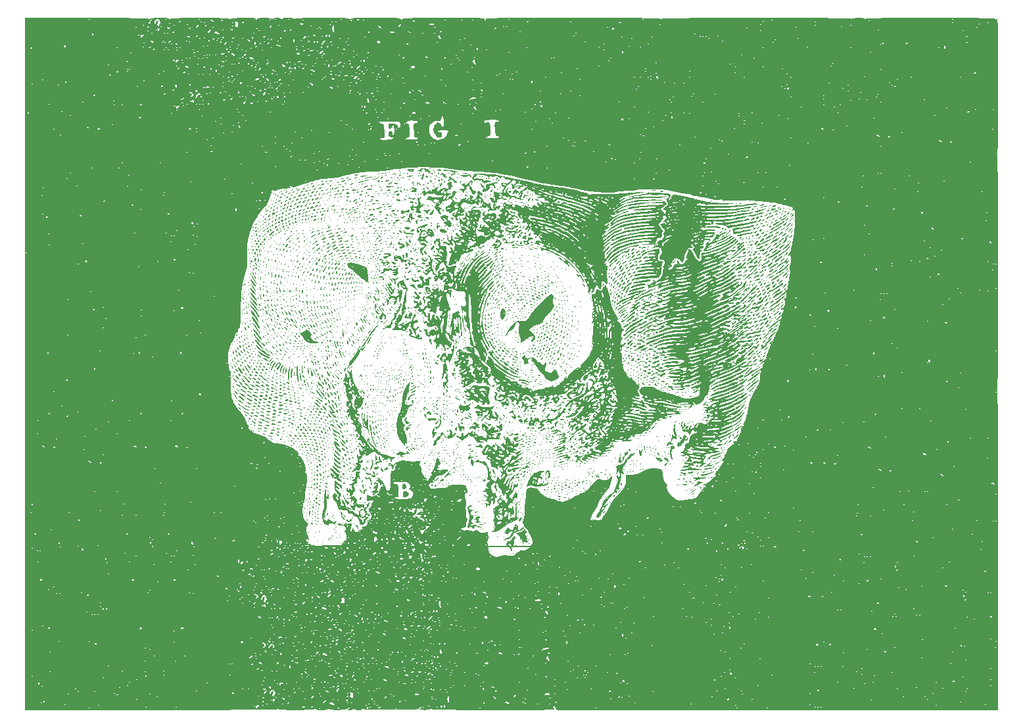
<source format=gbr>
G04 #@! TF.GenerationSoftware,KiCad,Pcbnew,6.0.0-d3dd2cf0fa~116~ubuntu20.04.1*
G04 #@! TF.CreationDate,2022-01-07T18:57:49-05:00*
G04 #@! TF.ProjectId,32_silk,33325f73-696c-46b2-9e6b-696361645f70,0.1*
G04 #@! TF.SameCoordinates,Original*
G04 #@! TF.FileFunction,Legend,Bot*
G04 #@! TF.FilePolarity,Positive*
%FSLAX46Y46*%
G04 Gerber Fmt 4.6, Leading zero omitted, Abs format (unit mm)*
G04 Created by KiCad (PCBNEW 6.0.0-d3dd2cf0fa~116~ubuntu20.04.1) date 2022-01-07 18:57:49*
%MOMM*%
%LPD*%
G01*
G04 APERTURE LIST*
%ADD10C,0.100000*%
%ADD11C,0.080000*%
%ADD12C,0.150000*%
G04 APERTURE END LIST*
D10*
X71634220Y-113828874D02*
X71596125Y-113790778D01*
X71481839Y-113714588D01*
X71405649Y-113676493D01*
X71291363Y-113638398D01*
X71100887Y-113600302D01*
X70948506Y-113600302D01*
X70758030Y-113638398D01*
X70643744Y-113676493D01*
X70567554Y-113714588D01*
X70453268Y-113790778D01*
X70415173Y-113828874D01*
X71024696Y-114133636D02*
X71024696Y-114743159D01*
X71634220Y-115047921D02*
X71596125Y-115086017D01*
X71481839Y-115162207D01*
X71405649Y-115200302D01*
X71291363Y-115238398D01*
X71100887Y-115276493D01*
X70948506Y-115276493D01*
X70758030Y-115238398D01*
X70643744Y-115200302D01*
X70567554Y-115162207D01*
X70453268Y-115086017D01*
X70415173Y-115047921D01*
X71634220Y-111628874D02*
X71596125Y-111590778D01*
X71481839Y-111514588D01*
X71405649Y-111476493D01*
X71291363Y-111438398D01*
X71100887Y-111400302D01*
X70948506Y-111400302D01*
X70758030Y-111438398D01*
X70643744Y-111476493D01*
X70567554Y-111514588D01*
X70453268Y-111590778D01*
X70415173Y-111628874D01*
X71024696Y-111933636D02*
X71024696Y-112543159D01*
X71329458Y-112238398D02*
X70719934Y-112238398D01*
X71634220Y-112847921D02*
X71596125Y-112886017D01*
X71481839Y-112962207D01*
X71405649Y-113000302D01*
X71291363Y-113038398D01*
X71100887Y-113076493D01*
X70948506Y-113076493D01*
X70758030Y-113038398D01*
X70643744Y-113000302D01*
X70567554Y-112962207D01*
X70453268Y-112886017D01*
X70415173Y-112847921D01*
D11*
X82690223Y-108688079D02*
X82604508Y-108716651D01*
X82575937Y-108745222D01*
X82547366Y-108802365D01*
X82547366Y-108888079D01*
X82575937Y-108945222D01*
X82604508Y-108973794D01*
X82661651Y-109002365D01*
X82890223Y-109002365D01*
X82890223Y-108402365D01*
X82690223Y-108402365D01*
X82633080Y-108430937D01*
X82604508Y-108459508D01*
X82575937Y-108516651D01*
X82575937Y-108573794D01*
X82604508Y-108630937D01*
X82633080Y-108659508D01*
X82690223Y-108688079D01*
X82890223Y-108688079D01*
X81975937Y-109002365D02*
X82318794Y-109002365D01*
X82147366Y-109002365D02*
X82147366Y-108402365D01*
X82204508Y-108488079D01*
X82261651Y-108545222D01*
X82318794Y-108573794D01*
X73021476Y-116614972D02*
X72935762Y-116643543D01*
X72792905Y-116643543D01*
X72735762Y-116614972D01*
X72707190Y-116586400D01*
X72678619Y-116529257D01*
X72678619Y-116472115D01*
X72707190Y-116414972D01*
X72735762Y-116386400D01*
X72792905Y-116357829D01*
X72907190Y-116329257D01*
X72964333Y-116300686D01*
X72992905Y-116272115D01*
X73021476Y-116214972D01*
X73021476Y-116157829D01*
X72992905Y-116100686D01*
X72964333Y-116072115D01*
X72907190Y-116043543D01*
X72764333Y-116043543D01*
X72678619Y-116072115D01*
X72421476Y-116643543D02*
X72421476Y-116043543D01*
X72278619Y-116043543D01*
X72192905Y-116072115D01*
X72135762Y-116129257D01*
X72107190Y-116186400D01*
X72078619Y-116300686D01*
X72078619Y-116386400D01*
X72107190Y-116500686D01*
X72135762Y-116557829D01*
X72192905Y-116614972D01*
X72278619Y-116643543D01*
X72421476Y-116643543D01*
X71850047Y-116472115D02*
X71564333Y-116472115D01*
X71907190Y-116643543D02*
X71707190Y-116043543D01*
X71507190Y-116643543D01*
X77810657Y-116650337D02*
X77810657Y-116050337D01*
X77667800Y-116050337D01*
X77582085Y-116078909D01*
X77524942Y-116136051D01*
X77496371Y-116193194D01*
X77467800Y-116307480D01*
X77467800Y-116393194D01*
X77496371Y-116507480D01*
X77524942Y-116564623D01*
X77582085Y-116621766D01*
X77667800Y-116650337D01*
X77810657Y-116650337D01*
X76953514Y-116250337D02*
X76953514Y-116650337D01*
X77096371Y-116021766D02*
X77239228Y-116450337D01*
X76867800Y-116450337D01*
X72491378Y-108684092D02*
X72691378Y-108684092D01*
X72691378Y-108998378D02*
X72691378Y-108398378D01*
X72405663Y-108398378D01*
X71919949Y-108598378D02*
X71919949Y-108998378D01*
X72062806Y-108369807D02*
X72205663Y-108798378D01*
X71834235Y-108798378D01*
X70210047Y-116072115D02*
X70267190Y-116043543D01*
X70352905Y-116043543D01*
X70438619Y-116072115D01*
X70495762Y-116129257D01*
X70524333Y-116186400D01*
X70552905Y-116300686D01*
X70552905Y-116386400D01*
X70524333Y-116500686D01*
X70495762Y-116557829D01*
X70438619Y-116614972D01*
X70352905Y-116643543D01*
X70295762Y-116643543D01*
X70210047Y-116614972D01*
X70181476Y-116586400D01*
X70181476Y-116386400D01*
X70295762Y-116386400D01*
X69924333Y-116643543D02*
X69924333Y-116043543D01*
X69581476Y-116643543D01*
X69581476Y-116043543D01*
X69295762Y-116643543D02*
X69295762Y-116043543D01*
X69152905Y-116043543D01*
X69067190Y-116072115D01*
X69010047Y-116129257D01*
X68981476Y-116186400D01*
X68952905Y-116300686D01*
X68952905Y-116386400D01*
X68981476Y-116500686D01*
X69010047Y-116557829D01*
X69067190Y-116614972D01*
X69152905Y-116643543D01*
X69295762Y-116643543D01*
X87766645Y-116340038D02*
X87680930Y-116368610D01*
X87652359Y-116397181D01*
X87623788Y-116454324D01*
X87623788Y-116540038D01*
X87652359Y-116597181D01*
X87680930Y-116625753D01*
X87738073Y-116654324D01*
X87966645Y-116654324D01*
X87966645Y-116054324D01*
X87766645Y-116054324D01*
X87709502Y-116082896D01*
X87680930Y-116111467D01*
X87652359Y-116168610D01*
X87652359Y-116225753D01*
X87680930Y-116282896D01*
X87709502Y-116311467D01*
X87766645Y-116340038D01*
X87966645Y-116340038D01*
X87109502Y-116254324D02*
X87109502Y-116654324D01*
X87252359Y-116025753D02*
X87395216Y-116454324D01*
X87023788Y-116454324D01*
X63514285Y-108971429D02*
X63714285Y-108685715D01*
X63857142Y-108971429D02*
X63857142Y-108371429D01*
X63628571Y-108371429D01*
X63571428Y-108400001D01*
X63542857Y-108428572D01*
X63514285Y-108485715D01*
X63514285Y-108571429D01*
X63542857Y-108628572D01*
X63571428Y-108657143D01*
X63628571Y-108685715D01*
X63857142Y-108685715D01*
X63285714Y-108800001D02*
X63000000Y-108800001D01*
X63342857Y-108971429D02*
X63142857Y-108371429D01*
X62942857Y-108971429D01*
X62800000Y-108371429D02*
X62657142Y-108971429D01*
X62542857Y-108542858D01*
X62428571Y-108971429D01*
X62285714Y-108371429D01*
X67938669Y-116045166D02*
X67995812Y-116016594D01*
X68081527Y-116016594D01*
X68167241Y-116045166D01*
X68224384Y-116102308D01*
X68252955Y-116159451D01*
X68281527Y-116273737D01*
X68281527Y-116359451D01*
X68252955Y-116473737D01*
X68224384Y-116530880D01*
X68167241Y-116588023D01*
X68081527Y-116616594D01*
X68024384Y-116616594D01*
X67938669Y-116588023D01*
X67910098Y-116559451D01*
X67910098Y-116359451D01*
X68024384Y-116359451D01*
X67652955Y-116616594D02*
X67652955Y-116016594D01*
X67310098Y-116616594D01*
X67310098Y-116016594D01*
X67024384Y-116616594D02*
X67024384Y-116016594D01*
X66881527Y-116016594D01*
X66795812Y-116045166D01*
X66738669Y-116102308D01*
X66710098Y-116159451D01*
X66681527Y-116273737D01*
X66681527Y-116359451D01*
X66710098Y-116473737D01*
X66738669Y-116530880D01*
X66795812Y-116588023D01*
X66881527Y-116616594D01*
X67024384Y-116616594D01*
X80116848Y-108669886D02*
X80316848Y-108669886D01*
X80316848Y-108984172D02*
X80316848Y-108384172D01*
X80031133Y-108384172D01*
X79859705Y-108384172D02*
X79459705Y-108384172D01*
X79716848Y-108984172D01*
X75026273Y-108690886D02*
X75226273Y-108690886D01*
X75226273Y-109005172D02*
X75226273Y-108405172D01*
X74940558Y-108405172D01*
X74426273Y-108405172D02*
X74711987Y-108405172D01*
X74740558Y-108690886D01*
X74711987Y-108662315D01*
X74654844Y-108633744D01*
X74511987Y-108633744D01*
X74454844Y-108662315D01*
X74426273Y-108690886D01*
X74397701Y-108748029D01*
X74397701Y-108890886D01*
X74426273Y-108948029D01*
X74454844Y-108976601D01*
X74511987Y-109005172D01*
X74654844Y-109005172D01*
X74711987Y-108976601D01*
X74740558Y-108948029D01*
X65647142Y-108400001D02*
X65704285Y-108371429D01*
X65790000Y-108371429D01*
X65875714Y-108400001D01*
X65932857Y-108457143D01*
X65961428Y-108514286D01*
X65990000Y-108628572D01*
X65990000Y-108714286D01*
X65961428Y-108828572D01*
X65932857Y-108885715D01*
X65875714Y-108942858D01*
X65790000Y-108971429D01*
X65732857Y-108971429D01*
X65647142Y-108942858D01*
X65618571Y-108914286D01*
X65618571Y-108714286D01*
X65732857Y-108714286D01*
X65361428Y-108971429D02*
X65361428Y-108371429D01*
X65018571Y-108971429D01*
X65018571Y-108371429D01*
X64732857Y-108971429D02*
X64732857Y-108371429D01*
X64590000Y-108371429D01*
X64504285Y-108400001D01*
X64447142Y-108457143D01*
X64418571Y-108514286D01*
X64390000Y-108628572D01*
X64390000Y-108714286D01*
X64418571Y-108828572D01*
X64447142Y-108885715D01*
X64504285Y-108942858D01*
X64590000Y-108971429D01*
X64732857Y-108971429D01*
X85230223Y-108688079D02*
X85144508Y-108716651D01*
X85115937Y-108745222D01*
X85087366Y-108802365D01*
X85087366Y-108888079D01*
X85115937Y-108945222D01*
X85144508Y-108973794D01*
X85201651Y-109002365D01*
X85430223Y-109002365D01*
X85430223Y-108402365D01*
X85230223Y-108402365D01*
X85173080Y-108430937D01*
X85144508Y-108459508D01*
X85115937Y-108516651D01*
X85115937Y-108573794D01*
X85144508Y-108630937D01*
X85173080Y-108659508D01*
X85230223Y-108688079D01*
X85430223Y-108688079D01*
X84887366Y-108402365D02*
X84515937Y-108402365D01*
X84715937Y-108630937D01*
X84630223Y-108630937D01*
X84573080Y-108659508D01*
X84544508Y-108688079D01*
X84515937Y-108745222D01*
X84515937Y-108888079D01*
X84544508Y-108945222D01*
X84573080Y-108973794D01*
X84630223Y-109002365D01*
X84801651Y-109002365D01*
X84858794Y-108973794D01*
X84887366Y-108945222D01*
X90306645Y-116340038D02*
X90220930Y-116368610D01*
X90192359Y-116397181D01*
X90163788Y-116454324D01*
X90163788Y-116540038D01*
X90192359Y-116597181D01*
X90220930Y-116625753D01*
X90278073Y-116654324D01*
X90506645Y-116654324D01*
X90506645Y-116054324D01*
X90306645Y-116054324D01*
X90249502Y-116082896D01*
X90220930Y-116111467D01*
X90192359Y-116168610D01*
X90192359Y-116225753D01*
X90220930Y-116282896D01*
X90249502Y-116311467D01*
X90306645Y-116340038D01*
X90506645Y-116340038D01*
X89620930Y-116054324D02*
X89906645Y-116054324D01*
X89935216Y-116340038D01*
X89906645Y-116311467D01*
X89849502Y-116282896D01*
X89706645Y-116282896D01*
X89649502Y-116311467D01*
X89620930Y-116340038D01*
X89592359Y-116397181D01*
X89592359Y-116540038D01*
X89620930Y-116597181D01*
X89649502Y-116625753D01*
X89706645Y-116654324D01*
X89849502Y-116654324D01*
X89906645Y-116625753D01*
X89935216Y-116597181D01*
X65291527Y-116616594D02*
X65491527Y-116330880D01*
X65634384Y-116616594D02*
X65634384Y-116016594D01*
X65405812Y-116016594D01*
X65348669Y-116045166D01*
X65320098Y-116073737D01*
X65291527Y-116130880D01*
X65291527Y-116216594D01*
X65320098Y-116273737D01*
X65348669Y-116302308D01*
X65405812Y-116330880D01*
X65634384Y-116330880D01*
X65091527Y-116016594D02*
X64691527Y-116616594D01*
X64691527Y-116016594D02*
X65091527Y-116616594D01*
X87765118Y-108694873D02*
X87679403Y-108723445D01*
X87650832Y-108752016D01*
X87622261Y-108809159D01*
X87622261Y-108894873D01*
X87650832Y-108952016D01*
X87679403Y-108980588D01*
X87736546Y-109009159D01*
X87965118Y-109009159D01*
X87965118Y-108409159D01*
X87765118Y-108409159D01*
X87707975Y-108437731D01*
X87679403Y-108466302D01*
X87650832Y-108523445D01*
X87650832Y-108580588D01*
X87679403Y-108637731D01*
X87707975Y-108666302D01*
X87765118Y-108694873D01*
X87965118Y-108694873D01*
X87393689Y-108466302D02*
X87365118Y-108437731D01*
X87307975Y-108409159D01*
X87165118Y-108409159D01*
X87107975Y-108437731D01*
X87079403Y-108466302D01*
X87050832Y-108523445D01*
X87050832Y-108580588D01*
X87079403Y-108666302D01*
X87422261Y-109009159D01*
X87050832Y-109009159D01*
X70551378Y-108398378D02*
X70351378Y-108998378D01*
X70151378Y-108398378D01*
X69608520Y-108941235D02*
X69637092Y-108969807D01*
X69722806Y-108998378D01*
X69779949Y-108998378D01*
X69865663Y-108969807D01*
X69922806Y-108912664D01*
X69951378Y-108855521D01*
X69979949Y-108741235D01*
X69979949Y-108655521D01*
X69951378Y-108541235D01*
X69922806Y-108484092D01*
X69865663Y-108426950D01*
X69779949Y-108398378D01*
X69722806Y-108398378D01*
X69637092Y-108426950D01*
X69608520Y-108455521D01*
X69008520Y-108941235D02*
X69037092Y-108969807D01*
X69122806Y-108998378D01*
X69179949Y-108998378D01*
X69265663Y-108969807D01*
X69322806Y-108912664D01*
X69351378Y-108855521D01*
X69379949Y-108741235D01*
X69379949Y-108655521D01*
X69351378Y-108541235D01*
X69322806Y-108484092D01*
X69265663Y-108426950D01*
X69179949Y-108398378D01*
X69122806Y-108398378D01*
X69037092Y-108426950D01*
X69008520Y-108455521D01*
X63357142Y-116023429D02*
X63014285Y-116023429D01*
X63185714Y-116623429D02*
X63185714Y-116023429D01*
X62871428Y-116023429D02*
X62471428Y-116623429D01*
X62471428Y-116023429D02*
X62871428Y-116623429D01*
X85403178Y-116333244D02*
X85203178Y-116333244D01*
X85117464Y-116647530D02*
X85403178Y-116647530D01*
X85403178Y-116047530D01*
X85117464Y-116047530D01*
X84603178Y-116047530D02*
X84717464Y-116047530D01*
X84774607Y-116076102D01*
X84803178Y-116104673D01*
X84860321Y-116190387D01*
X84888893Y-116304673D01*
X84888893Y-116533244D01*
X84860321Y-116590387D01*
X84831750Y-116618959D01*
X84774607Y-116647530D01*
X84660321Y-116647530D01*
X84603178Y-116618959D01*
X84574607Y-116590387D01*
X84546035Y-116533244D01*
X84546035Y-116390387D01*
X84574607Y-116333244D01*
X84603178Y-116304673D01*
X84660321Y-116276102D01*
X84774607Y-116276102D01*
X84831750Y-116304673D01*
X84860321Y-116333244D01*
X84888893Y-116390387D01*
X67808571Y-108971429D02*
X68008571Y-108685715D01*
X68151428Y-108971429D02*
X68151428Y-108371429D01*
X67922857Y-108371429D01*
X67865714Y-108400001D01*
X67837142Y-108428572D01*
X67808571Y-108485715D01*
X67808571Y-108571429D01*
X67837142Y-108628572D01*
X67865714Y-108657143D01*
X67922857Y-108685715D01*
X68151428Y-108685715D01*
X67580000Y-108942858D02*
X67494285Y-108971429D01*
X67351428Y-108971429D01*
X67294285Y-108942858D01*
X67265714Y-108914286D01*
X67237142Y-108857143D01*
X67237142Y-108800001D01*
X67265714Y-108742858D01*
X67294285Y-108714286D01*
X67351428Y-108685715D01*
X67465714Y-108657143D01*
X67522857Y-108628572D01*
X67551428Y-108600001D01*
X67580000Y-108542858D01*
X67580000Y-108485715D01*
X67551428Y-108428572D01*
X67522857Y-108400001D01*
X67465714Y-108371429D01*
X67322857Y-108371429D01*
X67237142Y-108400001D01*
X67065714Y-108371429D02*
X66722857Y-108371429D01*
X66894285Y-108971429D02*
X66894285Y-108371429D01*
X80018375Y-116572194D02*
X80046946Y-116600766D01*
X80132660Y-116629337D01*
X80189803Y-116629337D01*
X80275517Y-116600766D01*
X80332660Y-116543623D01*
X80361232Y-116486480D01*
X80389803Y-116372194D01*
X80389803Y-116286480D01*
X80361232Y-116172194D01*
X80332660Y-116115051D01*
X80275517Y-116057909D01*
X80189803Y-116029337D01*
X80132660Y-116029337D01*
X80046946Y-116057909D01*
X80018375Y-116086480D01*
X79504089Y-116029337D02*
X79618375Y-116029337D01*
X79675517Y-116057909D01*
X79704089Y-116086480D01*
X79761232Y-116172194D01*
X79789803Y-116286480D01*
X79789803Y-116515051D01*
X79761232Y-116572194D01*
X79732660Y-116600766D01*
X79675517Y-116629337D01*
X79561232Y-116629337D01*
X79504089Y-116600766D01*
X79475517Y-116572194D01*
X79446946Y-116515051D01*
X79446946Y-116372194D01*
X79475517Y-116315051D01*
X79504089Y-116286480D01*
X79561232Y-116257909D01*
X79675517Y-116257909D01*
X79732660Y-116286480D01*
X79761232Y-116315051D01*
X79789803Y-116372194D01*
X77566273Y-108690886D02*
X77766273Y-108690886D01*
X77766273Y-109005172D02*
X77766273Y-108405172D01*
X77480558Y-108405172D01*
X76994844Y-108405172D02*
X77109130Y-108405172D01*
X77166273Y-108433744D01*
X77194844Y-108462315D01*
X77251987Y-108548029D01*
X77280558Y-108662315D01*
X77280558Y-108890886D01*
X77251987Y-108948029D01*
X77223415Y-108976601D01*
X77166273Y-109005172D01*
X77051987Y-109005172D01*
X76994844Y-108976601D01*
X76966273Y-108948029D01*
X76937701Y-108890886D01*
X76937701Y-108748029D01*
X76966273Y-108690886D01*
X76994844Y-108662315D01*
X77051987Y-108633744D01*
X77166273Y-108633744D01*
X77223415Y-108662315D01*
X77251987Y-108690886D01*
X77280558Y-108748029D01*
X82891750Y-116647530D02*
X82891750Y-116047530D01*
X82748893Y-116047530D01*
X82663178Y-116076102D01*
X82606035Y-116133244D01*
X82577464Y-116190387D01*
X82548893Y-116304673D01*
X82548893Y-116390387D01*
X82577464Y-116504673D01*
X82606035Y-116561816D01*
X82663178Y-116618959D01*
X82748893Y-116647530D01*
X82891750Y-116647530D01*
X82348893Y-116047530D02*
X81948893Y-116047530D01*
X82206035Y-116647530D01*
X90305118Y-108694873D02*
X90219403Y-108723445D01*
X90190832Y-108752016D01*
X90162261Y-108809159D01*
X90162261Y-108894873D01*
X90190832Y-108952016D01*
X90219403Y-108980588D01*
X90276546Y-109009159D01*
X90505118Y-109009159D01*
X90505118Y-108409159D01*
X90305118Y-108409159D01*
X90247975Y-108437731D01*
X90219403Y-108466302D01*
X90190832Y-108523445D01*
X90190832Y-108580588D01*
X90219403Y-108637731D01*
X90247975Y-108666302D01*
X90305118Y-108694873D01*
X90505118Y-108694873D01*
X89647975Y-108409159D02*
X89762261Y-108409159D01*
X89819403Y-108437731D01*
X89847975Y-108466302D01*
X89905118Y-108552016D01*
X89933689Y-108666302D01*
X89933689Y-108894873D01*
X89905118Y-108952016D01*
X89876546Y-108980588D01*
X89819403Y-109009159D01*
X89705118Y-109009159D01*
X89647975Y-108980588D01*
X89619403Y-108952016D01*
X89590832Y-108894873D01*
X89590832Y-108752016D01*
X89619403Y-108694873D01*
X89647975Y-108666302D01*
X89705118Y-108637731D01*
X89819403Y-108637731D01*
X89876546Y-108666302D01*
X89905118Y-108694873D01*
X89933689Y-108752016D01*
X75542085Y-116621766D02*
X75456371Y-116650337D01*
X75313514Y-116650337D01*
X75256371Y-116621766D01*
X75227800Y-116593194D01*
X75199228Y-116536051D01*
X75199228Y-116478909D01*
X75227800Y-116421766D01*
X75256371Y-116393194D01*
X75313514Y-116364623D01*
X75427800Y-116336051D01*
X75484942Y-116307480D01*
X75513514Y-116278909D01*
X75542085Y-116221766D01*
X75542085Y-116164623D01*
X75513514Y-116107480D01*
X75484942Y-116078909D01*
X75427800Y-116050337D01*
X75284942Y-116050337D01*
X75199228Y-116078909D01*
X74599228Y-116593194D02*
X74627800Y-116621766D01*
X74713514Y-116650337D01*
X74770657Y-116650337D01*
X74856371Y-116621766D01*
X74913514Y-116564623D01*
X74942085Y-116507480D01*
X74970657Y-116393194D01*
X74970657Y-116307480D01*
X74942085Y-116193194D01*
X74913514Y-116136051D01*
X74856371Y-116078909D01*
X74770657Y-116050337D01*
X74713514Y-116050337D01*
X74627800Y-116078909D01*
X74599228Y-116107480D01*
X74056371Y-116650337D02*
X74342085Y-116650337D01*
X74342085Y-116050337D01*
D12*
X60880000Y-106176001D02*
X60880000Y-103636001D01*
X60880000Y-121416001D02*
X91360000Y-121416001D01*
X91360000Y-118876001D02*
X91360000Y-121416001D01*
X60880000Y-121416001D02*
X60880000Y-118876001D01*
X91360000Y-106176001D02*
X91360000Y-103636001D01*
X60880000Y-103636001D02*
X91360000Y-103636001D01*
X60880000Y-106176001D02*
X91360000Y-106176001D01*
X60880000Y-118876001D02*
X91360000Y-118876001D01*
G36*
X73856961Y-82673881D02*
G01*
X73848921Y-82732857D01*
X73782692Y-82748150D01*
X73769359Y-82731822D01*
X73782692Y-82599612D01*
X73816200Y-82582183D01*
X73856961Y-82673881D01*
G37*
G36*
X62003783Y-91591288D02*
G01*
X62103891Y-91697565D01*
X62121298Y-91740718D01*
X62054764Y-91808968D01*
X62022427Y-91804687D01*
X61936786Y-91697565D01*
X61938063Y-91672353D01*
X61985913Y-91586161D01*
X62003783Y-91591288D01*
G37*
G36*
X92795557Y-75057594D02*
G01*
X92794738Y-75075477D01*
X92721288Y-75246980D01*
X92705855Y-75260242D01*
X92589461Y-75263691D01*
X92578613Y-75216107D01*
X92663730Y-75074305D01*
X92739036Y-75016173D01*
X92795557Y-75057594D01*
G37*
G36*
X94429476Y-93628559D02*
G01*
X94446904Y-93662067D01*
X94355207Y-93702828D01*
X94296230Y-93694788D01*
X94280938Y-93628559D01*
X94297266Y-93615226D01*
X94429476Y-93628559D01*
G37*
G36*
X79859457Y-93912946D02*
G01*
X79747617Y-94045524D01*
X79714256Y-94068184D01*
X79674246Y-94166671D01*
X79817591Y-94307606D01*
X79933244Y-94422993D01*
X79907176Y-94479110D01*
X79868010Y-94475771D01*
X79705645Y-94371249D01*
X79591631Y-94268736D01*
X79478003Y-94290237D01*
X79472183Y-94439355D01*
X79488387Y-94559626D01*
X79360294Y-94549495D01*
X79243852Y-94530405D01*
X79241954Y-94642821D01*
X79255566Y-94739687D01*
X79140392Y-94742586D01*
X79132870Y-94739512D01*
X79079946Y-94658937D01*
X79162608Y-94496109D01*
X79396724Y-94218591D01*
X79580900Y-94030389D01*
X79769163Y-93875577D01*
X79858478Y-93854465D01*
X79859457Y-93912946D01*
G37*
G36*
X64370384Y-68314869D02*
G01*
X64331961Y-68525635D01*
X64271043Y-68664827D01*
X64200214Y-68709531D01*
X64182134Y-68624998D01*
X64220557Y-68414232D01*
X64281475Y-68275040D01*
X64352305Y-68230335D01*
X64370384Y-68314869D01*
G37*
G36*
X66241808Y-87183754D02*
G01*
X66330062Y-87320173D01*
X66337992Y-87341308D01*
X66361367Y-87452936D01*
X66267699Y-87382536D01*
X66204130Y-87300624D01*
X66191634Y-87182775D01*
X66241808Y-87183754D01*
G37*
G36*
X66006557Y-89295831D02*
G01*
X66108791Y-89453911D01*
X66170119Y-89615832D01*
X66137106Y-89650161D01*
X66003014Y-89580898D01*
X65915951Y-89481116D01*
X65839451Y-89260898D01*
X65842867Y-89201542D01*
X65885102Y-89158484D01*
X66006557Y-89295831D01*
G37*
G36*
X96619087Y-88925476D02*
G01*
X96677923Y-88950649D01*
X96527575Y-89023881D01*
X96388155Y-89082957D01*
X96276917Y-89127454D01*
X96270390Y-89126179D01*
X96249066Y-89023881D01*
X96304326Y-88956030D01*
X96499724Y-88920307D01*
X96619087Y-88925476D01*
G37*
G36*
X104845755Y-77213743D02*
G01*
X104876272Y-77337137D01*
X104769468Y-77409326D01*
X104625588Y-77366589D01*
X104579277Y-77220639D01*
X104559318Y-77146249D01*
X104386569Y-77157805D01*
X104234242Y-77179373D01*
X103975711Y-77123766D01*
X103907601Y-77083350D01*
X103879231Y-77036399D01*
X104077484Y-77036399D01*
X104079209Y-77074428D01*
X104223701Y-77094910D01*
X104333205Y-77077071D01*
X104291007Y-77027604D01*
X104226585Y-77009805D01*
X104077484Y-77036399D01*
X103879231Y-77036399D01*
X103864433Y-77011910D01*
X104023597Y-76944127D01*
X104156240Y-76929201D01*
X104414107Y-76976758D01*
X104654544Y-77077071D01*
X104667823Y-77082611D01*
X104845755Y-77213743D01*
G37*
G36*
X73199826Y-58922827D02*
G01*
X73275322Y-58935221D01*
X73438189Y-58992090D01*
X73394783Y-59068932D01*
X73294018Y-59132293D01*
X73192754Y-59156949D01*
X73030546Y-59100120D01*
X72952835Y-59065934D01*
X72855244Y-58972503D01*
X72946173Y-58915795D01*
X73199826Y-58922827D01*
G37*
G36*
X88896435Y-79164670D02*
G01*
X88840733Y-79220372D01*
X88785031Y-79164670D01*
X88840733Y-79108968D01*
X88896435Y-79164670D01*
G37*
G36*
X117598084Y-72924295D02*
G01*
X117302039Y-73080252D01*
X117196915Y-73121900D01*
X117012046Y-73183933D01*
X117001310Y-73140980D01*
X117140780Y-72977847D01*
X117316221Y-72839118D01*
X117486583Y-72805068D01*
X117553144Y-72813977D01*
X117570762Y-72711969D01*
X117562986Y-72677898D01*
X117604698Y-72591863D01*
X117749943Y-72591863D01*
X117805645Y-72647565D01*
X117861347Y-72591863D01*
X117805645Y-72536161D01*
X117749943Y-72591863D01*
X117604698Y-72591863D01*
X117629160Y-72541407D01*
X117780563Y-72471451D01*
X117910854Y-72526138D01*
X117920280Y-72576407D01*
X117911013Y-72591863D01*
X117822288Y-72739852D01*
X117598084Y-72924295D01*
G37*
G36*
X59548048Y-73655209D02*
G01*
X59653014Y-73761600D01*
X59673764Y-73801043D01*
X59666163Y-73873004D01*
X59646576Y-73867991D01*
X59541610Y-73761600D01*
X59520860Y-73722157D01*
X59528461Y-73650197D01*
X59548048Y-73655209D01*
G37*
G36*
X83354110Y-87227214D02*
G01*
X83472936Y-87329178D01*
X83549066Y-87422171D01*
X83547237Y-87441719D01*
X83474654Y-87442472D01*
X83312049Y-87269275D01*
X83249817Y-87188557D01*
X83222153Y-87130867D01*
X83354110Y-87227214D01*
G37*
G36*
X90307546Y-70122419D02*
G01*
X90324974Y-70155927D01*
X90233277Y-70196688D01*
X90174300Y-70188648D01*
X90159008Y-70122419D01*
X90175336Y-70109086D01*
X90307546Y-70122419D01*
G37*
G36*
X57729214Y-63071144D02*
G01*
X57814856Y-63178267D01*
X57813578Y-63203478D01*
X57765729Y-63289670D01*
X57747858Y-63284544D01*
X57647750Y-63178267D01*
X57630343Y-63135113D01*
X57696878Y-63066863D01*
X57729214Y-63071144D01*
G37*
G36*
X64053452Y-81949758D02*
G01*
X64201769Y-82108020D01*
X64276259Y-82245533D01*
X64259413Y-82316735D01*
X64154178Y-82313203D01*
X63985724Y-82144714D01*
X63928804Y-82065102D01*
X63840002Y-81883609D01*
X63884937Y-81835414D01*
X64053452Y-81949758D01*
G37*
G36*
X96917487Y-91084846D02*
G01*
X96861786Y-91140547D01*
X96806084Y-91084846D01*
X96861786Y-91029144D01*
X96917487Y-91084846D01*
G37*
G36*
X70252335Y-70584632D02*
G01*
X70340588Y-70721050D01*
X70348519Y-70742185D01*
X70371893Y-70853813D01*
X70278225Y-70783413D01*
X70214657Y-70701501D01*
X70202160Y-70583652D01*
X70252335Y-70584632D01*
G37*
G36*
X71649779Y-64327604D02*
G01*
X71701344Y-64367703D01*
X71582473Y-64394910D01*
X71469480Y-64387033D01*
X71436256Y-64336399D01*
X71475669Y-64314323D01*
X71649779Y-64327604D01*
G37*
G36*
X58552885Y-59977286D02*
G01*
X58481042Y-60117362D01*
X58390020Y-60206160D01*
X58289141Y-60236178D01*
X58271723Y-60155480D01*
X58357545Y-60017174D01*
X58503492Y-59947565D01*
X58552885Y-59977286D01*
G37*
G36*
X92795557Y-74207214D02*
G01*
X92787518Y-74266191D01*
X92721288Y-74281483D01*
X92707956Y-74265155D01*
X92721288Y-74132945D01*
X92754797Y-74115516D01*
X92795557Y-74207214D01*
G37*
G36*
X80652575Y-93312916D02*
G01*
X80596873Y-93368618D01*
X80541171Y-93312916D01*
X80596873Y-93257214D01*
X80652575Y-93312916D01*
G37*
G36*
X59618200Y-88279358D02*
G01*
X59669765Y-88319458D01*
X59550894Y-88346665D01*
X59437901Y-88338788D01*
X59404677Y-88288153D01*
X59444090Y-88266077D01*
X59618200Y-88279358D01*
G37*
G36*
X66070886Y-90951195D02*
G01*
X66196569Y-91056890D01*
X66281522Y-91219551D01*
X66260024Y-91292111D01*
X66150837Y-91303884D01*
X66011897Y-91203427D01*
X65914758Y-91028094D01*
X65899022Y-90961007D01*
X65918457Y-90877253D01*
X66070886Y-90951195D01*
G37*
G36*
X60934154Y-78384846D02*
G01*
X60878452Y-78440547D01*
X60822750Y-78384846D01*
X60878452Y-78329144D01*
X60934154Y-78384846D01*
G37*
G36*
X73923301Y-78757545D02*
G01*
X73908500Y-78780223D01*
X73798427Y-78882822D01*
X73745557Y-78837034D01*
X73755516Y-78811977D01*
X73874174Y-78708418D01*
X73936431Y-78681312D01*
X73923301Y-78757545D01*
G37*
G36*
X89230645Y-91196249D02*
G01*
X89174943Y-91251951D01*
X89119242Y-91196249D01*
X89174943Y-91140547D01*
X89230645Y-91196249D01*
G37*
G36*
X68398189Y-63790986D02*
G01*
X68342487Y-63846688D01*
X68286786Y-63790986D01*
X68342487Y-63735284D01*
X68398189Y-63790986D01*
G37*
G36*
X60989217Y-75013719D02*
G01*
X61156961Y-75154144D01*
X61218199Y-75254166D01*
X61184243Y-75321249D01*
X61101898Y-75294568D01*
X60934154Y-75154144D01*
X60872916Y-75054122D01*
X60906872Y-74987039D01*
X60989217Y-75013719D01*
G37*
G36*
X104885795Y-73015819D02*
G01*
X105022862Y-73041910D01*
X105174589Y-73017464D01*
X105320514Y-73079799D01*
X105321727Y-73130313D01*
X105323695Y-73212280D01*
X105275665Y-73282385D01*
X105204912Y-73303699D01*
X105054228Y-73258077D01*
X104825320Y-73163822D01*
X105069649Y-73163822D01*
X105161347Y-73204582D01*
X105220324Y-73196543D01*
X105235616Y-73130313D01*
X105219288Y-73116981D01*
X105087078Y-73130313D01*
X105069649Y-73163822D01*
X104825320Y-73163822D01*
X104760360Y-73137074D01*
X104332163Y-72958162D01*
X104393405Y-72926074D01*
X104604329Y-72926074D01*
X104660031Y-72981775D01*
X104715733Y-72926074D01*
X104660031Y-72870372D01*
X104604329Y-72926074D01*
X104393405Y-72926074D01*
X104659778Y-72786507D01*
X104987392Y-72614853D01*
X104930935Y-72591863D01*
X105272750Y-72591863D01*
X105328452Y-72647565D01*
X105384154Y-72591863D01*
X105328452Y-72536161D01*
X105272750Y-72591863D01*
X104930935Y-72591863D01*
X104712308Y-72502836D01*
X104567294Y-72439962D01*
X104519492Y-72384910D01*
X104660031Y-72340586D01*
X104838284Y-72272791D01*
X105096944Y-72106897D01*
X105227969Y-72014882D01*
X105222247Y-72074632D01*
X105205960Y-72104686D01*
X105216269Y-72180930D01*
X105398054Y-72150887D01*
X105465909Y-72132455D01*
X105575309Y-72119697D01*
X105495557Y-72192947D01*
X105395827Y-72247338D01*
X105133496Y-72311648D01*
X105030577Y-72329451D01*
X104938540Y-72424758D01*
X104971261Y-72508335D01*
X105151737Y-72514149D01*
X105493217Y-72370267D01*
X105577282Y-72334358D01*
X105864183Y-72274800D01*
X106164855Y-72273013D01*
X106401967Y-72324731D01*
X106498189Y-72425690D01*
X106555305Y-72498939D01*
X106748847Y-72596694D01*
X106761590Y-72601131D01*
X106878483Y-72656886D01*
X106817084Y-72694591D01*
X106555303Y-72729391D01*
X106473085Y-72739349D01*
X106173550Y-72799668D01*
X105993152Y-72873461D01*
X105856384Y-72933046D01*
X105653914Y-72951923D01*
X105489681Y-72921857D01*
X105454148Y-72847246D01*
X105538663Y-72793805D01*
X105759348Y-72758968D01*
X105947588Y-72728268D01*
X106226239Y-72598309D01*
X106278752Y-72558312D01*
X106348471Y-72479304D01*
X106258248Y-72450716D01*
X105976884Y-72454563D01*
X105854007Y-72462336D01*
X105629448Y-72502397D01*
X105565696Y-72559520D01*
X105573274Y-72591863D01*
X105574884Y-72598735D01*
X105474281Y-72664533D01*
X105429071Y-72670311D01*
X105217049Y-72707385D01*
X105202813Y-72710583D01*
X104984958Y-72746118D01*
X104928683Y-72772071D01*
X104866216Y-72926074D01*
X104864271Y-72930868D01*
X104885795Y-73015819D01*
G37*
G36*
X55068885Y-86303546D02*
G01*
X55157098Y-86358173D01*
X55186315Y-86478683D01*
X55126708Y-86517921D01*
X54961456Y-86451134D01*
X54859748Y-86344402D01*
X54875599Y-86265591D01*
X55068885Y-86303546D01*
G37*
G36*
X103245733Y-69649232D02*
G01*
X103210957Y-69715619D01*
X103038050Y-69864801D01*
X102987320Y-69888294D01*
X102664933Y-70049108D01*
X102503713Y-70162310D01*
X102461661Y-70256435D01*
X102447359Y-70344917D01*
X102361354Y-70558749D01*
X102238307Y-70706799D01*
X102103544Y-70750253D01*
X102042049Y-70647837D01*
X102054593Y-70596024D01*
X102181303Y-70452881D01*
X102236716Y-70404335D01*
X102320557Y-70206131D01*
X102350064Y-70135759D01*
X102525643Y-69963615D01*
X102806749Y-69778037D01*
X102985580Y-69685945D01*
X103190155Y-69612790D01*
X103245733Y-69649232D01*
G37*
G36*
X70535744Y-63213569D02*
G01*
X70587309Y-63253668D01*
X70468438Y-63280875D01*
X70355445Y-63272998D01*
X70322220Y-63222364D01*
X70361634Y-63200288D01*
X70535744Y-63213569D01*
G37*
G36*
X75416610Y-73260284D02*
G01*
X75360908Y-73315986D01*
X75305207Y-73260284D01*
X75360908Y-73204582D01*
X75416610Y-73260284D01*
G37*
G36*
X71964093Y-65837638D02*
G01*
X72149038Y-65906627D01*
X72226401Y-66069455D01*
X72145063Y-66230397D01*
X71910035Y-66297565D01*
X71736668Y-66338141D01*
X71579115Y-66489399D01*
X71520292Y-66588657D01*
X71427942Y-66561805D01*
X71381793Y-66508468D01*
X71183529Y-66388622D01*
X71155410Y-66367415D01*
X71245987Y-66313664D01*
X71495132Y-66258360D01*
X71631690Y-66231469D01*
X71851311Y-66154926D01*
X71908323Y-66076252D01*
X71905677Y-66072399D01*
X71755166Y-66021647D01*
X71495846Y-66040095D01*
X71483925Y-66042447D01*
X71252379Y-66062028D01*
X71220624Y-65993053D01*
X71222767Y-65989731D01*
X71394686Y-65889084D01*
X71677218Y-65835088D01*
X71964093Y-65837638D01*
G37*
G36*
X94708945Y-95600847D02*
G01*
X94856522Y-95708091D01*
X94874369Y-95750856D01*
X94813970Y-95819495D01*
X94781293Y-95815336D01*
X94633715Y-95708091D01*
X94615869Y-95665327D01*
X94676268Y-95596688D01*
X94708945Y-95600847D01*
G37*
G36*
X86111347Y-57775197D02*
G01*
X86055645Y-57830898D01*
X85999943Y-57775197D01*
X86055645Y-57719495D01*
X86111347Y-57775197D01*
G37*
G36*
X88859300Y-73910138D02*
G01*
X88876729Y-73943646D01*
X88785031Y-73984407D01*
X88726054Y-73976367D01*
X88710762Y-73910138D01*
X88727090Y-73896805D01*
X88859300Y-73910138D01*
G37*
G36*
X77867487Y-66910284D02*
G01*
X77811786Y-66965986D01*
X77756084Y-66910284D01*
X77811786Y-66854582D01*
X77867487Y-66910284D01*
G37*
G36*
X91681522Y-83175197D02*
G01*
X91625821Y-83230898D01*
X91570119Y-83175197D01*
X91625821Y-83119495D01*
X91681522Y-83175197D01*
G37*
G36*
X78535908Y-84512039D02*
G01*
X78480207Y-84567740D01*
X78424505Y-84512039D01*
X78480207Y-84456337D01*
X78535908Y-84512039D01*
G37*
G36*
X72854329Y-82618179D02*
G01*
X72798628Y-82673881D01*
X72742926Y-82618179D01*
X72798628Y-82562477D01*
X72854329Y-82618179D01*
G37*
G36*
X58732712Y-60842030D02*
G01*
X58817487Y-60950197D01*
X58814250Y-60976825D01*
X58706084Y-61061600D01*
X58679456Y-61058363D01*
X58594680Y-60950197D01*
X58597918Y-60923568D01*
X58706084Y-60838793D01*
X58732712Y-60842030D01*
G37*
G36*
X60934154Y-78719056D02*
G01*
X60878452Y-78774758D01*
X60822750Y-78719056D01*
X60878452Y-78663354D01*
X60934154Y-78719056D01*
G37*
G36*
X59708715Y-60463735D02*
G01*
X59707896Y-60481617D01*
X59634446Y-60653120D01*
X59619013Y-60666383D01*
X59502619Y-60669831D01*
X59491770Y-60622248D01*
X59576888Y-60480445D01*
X59652194Y-60422313D01*
X59708715Y-60463735D01*
G37*
G36*
X87805529Y-60477550D02*
G01*
X87827698Y-60495669D01*
X87999175Y-60594366D01*
X88234588Y-60615986D01*
X88270882Y-60621997D01*
X88290181Y-60716928D01*
X88282899Y-60725970D01*
X88121929Y-60755097D01*
X87835245Y-60697394D01*
X87787770Y-60682215D01*
X87561802Y-60572302D01*
X87552125Y-60467489D01*
X87621726Y-60422931D01*
X87805529Y-60477550D01*
G37*
G36*
X59820119Y-62788354D02*
G01*
X59764417Y-62844056D01*
X59708715Y-62788354D01*
X59764417Y-62732653D01*
X59820119Y-62788354D01*
G37*
G36*
X85108715Y-93647126D02*
G01*
X85053014Y-93702828D01*
X84997312Y-93647126D01*
X85053014Y-93591425D01*
X85108715Y-93647126D01*
G37*
G36*
X57287945Y-72503226D02*
G01*
X57369242Y-72660714D01*
X57360659Y-72698174D01*
X57257838Y-72703267D01*
X57227732Y-72680501D01*
X57146435Y-72523012D01*
X57155018Y-72485552D01*
X57257838Y-72480460D01*
X57287945Y-72503226D01*
G37*
G36*
X121054914Y-59650489D02*
G01*
X121072343Y-59683997D01*
X120980645Y-59724758D01*
X120921669Y-59716718D01*
X120906376Y-59650489D01*
X120922704Y-59637156D01*
X121054914Y-59650489D01*
G37*
G36*
X58872400Y-57943578D02*
G01*
X58850574Y-57972795D01*
X58699509Y-58053705D01*
X58637032Y-58047823D01*
X58610764Y-57989693D01*
X58767572Y-57899795D01*
X58854469Y-57880272D01*
X58872400Y-57943578D01*
G37*
G36*
X88132354Y-64760213D02*
G01*
X88228014Y-64825612D01*
X88207384Y-64869739D01*
X88057948Y-64923664D01*
X87858391Y-64915739D01*
X87722317Y-64842230D01*
X87754891Y-64771354D01*
X87942930Y-64737916D01*
X88132354Y-64760213D01*
G37*
G36*
X88116610Y-73483091D02*
G01*
X88060908Y-73538793D01*
X88005207Y-73483091D01*
X88060908Y-73427389D01*
X88116610Y-73483091D01*
G37*
G36*
X54472750Y-67745811D02*
G01*
X54525273Y-67841241D01*
X54580742Y-68024319D01*
X54561023Y-68057788D01*
X54472750Y-67968618D01*
X54420227Y-67873187D01*
X54364759Y-67690109D01*
X54384477Y-67656641D01*
X54472750Y-67745811D01*
G37*
G36*
X59939643Y-89261159D02*
G01*
X60098628Y-89358091D01*
X60121651Y-89440146D01*
X60024230Y-89456502D01*
X59820119Y-89358091D01*
X59797701Y-89343437D01*
X59716720Y-89266422D01*
X59841395Y-89248394D01*
X59939643Y-89261159D01*
G37*
G36*
X90307546Y-81151366D02*
G01*
X90324974Y-81184874D01*
X90233277Y-81225635D01*
X90174300Y-81217595D01*
X90159008Y-81151366D01*
X90175336Y-81138033D01*
X90307546Y-81151366D01*
G37*
G36*
X122933185Y-62513416D02*
G01*
X122920601Y-62583170D01*
X122764766Y-62727511D01*
X122753339Y-62736205D01*
X122547927Y-62863019D01*
X122430730Y-62883030D01*
X122440408Y-62815074D01*
X122570001Y-62685287D01*
X122757809Y-62564269D01*
X122923648Y-62512323D01*
X122933185Y-62513416D01*
G37*
G36*
X63637945Y-90996208D02*
G01*
X63719242Y-91153697D01*
X63710659Y-91191157D01*
X63607838Y-91196249D01*
X63577732Y-91173483D01*
X63496435Y-91015994D01*
X63505018Y-90978535D01*
X63607838Y-90973442D01*
X63637945Y-90996208D01*
G37*
G36*
X107638186Y-92211291D02*
G01*
X107853866Y-92391252D01*
X107946435Y-92615531D01*
X107883789Y-92788738D01*
X107719288Y-93013401D01*
X107517113Y-93209242D01*
X107416350Y-93237274D01*
X107389417Y-93103102D01*
X107431175Y-93002629D01*
X107612224Y-92890724D01*
X107741911Y-92831930D01*
X107835031Y-92700197D01*
X107793118Y-92612252D01*
X107612224Y-92509669D01*
X107504836Y-92457766D01*
X107401761Y-92325643D01*
X107402031Y-92203385D01*
X107526019Y-92171030D01*
X107638186Y-92211291D01*
G37*
G36*
X70960470Y-82618179D02*
G01*
X70904768Y-82673881D01*
X70849066Y-82618179D01*
X70904768Y-82562477D01*
X70960470Y-82618179D01*
G37*
G36*
X68843803Y-78384846D02*
G01*
X68788101Y-78440547D01*
X68732400Y-78384846D01*
X68788101Y-78329144D01*
X68843803Y-78384846D01*
G37*
G36*
X88525090Y-72573296D02*
G01*
X88542518Y-72606804D01*
X88450821Y-72647565D01*
X88391844Y-72639525D01*
X88376552Y-72573296D01*
X88392880Y-72559963D01*
X88525090Y-72573296D01*
G37*
G36*
X120366123Y-75714615D02*
G01*
X120248163Y-75863894D01*
X120091235Y-75994830D01*
X119989989Y-76033692D01*
X119980295Y-75996083D01*
X120057568Y-75861534D01*
X120204946Y-75720650D01*
X120345357Y-75655460D01*
X120366123Y-75714615D01*
G37*
G36*
X61446765Y-72764095D02*
G01*
X61546873Y-72870372D01*
X61564280Y-72913525D01*
X61497746Y-72981775D01*
X61465410Y-72977494D01*
X61379768Y-72870372D01*
X61381045Y-72845160D01*
X61428895Y-72758968D01*
X61446765Y-72764095D01*
G37*
G36*
X81831827Y-67092785D02*
G01*
X81860047Y-67161706D01*
X81769370Y-67134797D01*
X81685674Y-67102791D01*
X81681919Y-67201137D01*
X81680308Y-67336465D01*
X81567702Y-67550854D01*
X81432854Y-67694067D01*
X81355227Y-67727731D01*
X81392113Y-67578705D01*
X81433586Y-67500169D01*
X81552226Y-67411600D01*
X81590822Y-67392470D01*
X81588414Y-67255763D01*
X81593483Y-67087681D01*
X81703452Y-67013409D01*
X81831827Y-67092785D01*
G37*
G36*
X106461055Y-75469787D02*
G01*
X106478483Y-75503295D01*
X106386786Y-75544056D01*
X106327809Y-75536016D01*
X106312517Y-75469787D01*
X106328845Y-75456454D01*
X106461055Y-75469787D01*
G37*
G36*
X95135031Y-73093179D02*
G01*
X95126991Y-73152156D01*
X95060762Y-73167448D01*
X95047429Y-73151120D01*
X95060762Y-73018910D01*
X95094270Y-73001481D01*
X95135031Y-73093179D01*
G37*
G36*
X75082400Y-80612916D02*
G01*
X75026698Y-80668618D01*
X74970996Y-80612916D01*
X75026698Y-80557214D01*
X75082400Y-80612916D01*
G37*
G36*
X94986493Y-87389963D02*
G01*
X95003922Y-87423471D01*
X94912224Y-87464232D01*
X94853247Y-87456192D01*
X94837955Y-87389963D01*
X94854283Y-87376630D01*
X94986493Y-87389963D01*
G37*
G36*
X90418949Y-91511892D02*
G01*
X90436378Y-91545401D01*
X90344680Y-91586161D01*
X90285704Y-91578122D01*
X90270411Y-91511892D01*
X90286739Y-91498560D01*
X90418949Y-91511892D01*
G37*
G36*
X101177214Y-67628559D02*
G01*
X101045228Y-67795327D01*
X101012751Y-67829609D01*
X100833397Y-68007530D01*
X100740545Y-68080021D01*
X100730763Y-68077968D01*
X100749669Y-67992982D01*
X100862617Y-67834043D01*
X101013398Y-67671243D01*
X101145803Y-67574671D01*
X101173076Y-67567663D01*
X101177214Y-67628559D01*
G37*
G36*
X78981522Y-89748004D02*
G01*
X78925821Y-89803705D01*
X78870119Y-89748004D01*
X78925821Y-89692302D01*
X78981522Y-89748004D01*
G37*
G36*
X118150494Y-69956668D02*
G01*
X118116104Y-70006157D01*
X118021878Y-70085284D01*
X118006304Y-70084200D01*
X117981770Y-70019712D01*
X118101367Y-69907541D01*
X118163624Y-69880435D01*
X118150494Y-69956668D01*
G37*
G36*
X81543803Y-83843618D02*
G01*
X81488101Y-83899319D01*
X81432400Y-83843618D01*
X81488101Y-83787916D01*
X81543803Y-83843618D01*
G37*
G36*
X120104926Y-75430847D02*
G01*
X119891027Y-75601968D01*
X119782481Y-75645220D01*
X119755207Y-75561938D01*
X119844063Y-75458216D01*
X120061566Y-75337326D01*
X120367926Y-75206235D01*
X120104926Y-75430847D01*
G37*
G36*
X64756181Y-93252518D02*
G01*
X65028233Y-93433059D01*
X65358465Y-93697778D01*
X65551785Y-93904143D01*
X65611395Y-94064889D01*
X65601714Y-94123680D01*
X65527743Y-94126980D01*
X65355871Y-94006637D01*
X65056405Y-93745567D01*
X64818684Y-93515193D01*
X64653103Y-93312403D01*
X64631703Y-93218572D01*
X64756181Y-93252518D01*
G37*
G36*
X60508067Y-89250847D02*
G01*
X60655645Y-89358091D01*
X60673492Y-89400856D01*
X60613093Y-89469495D01*
X60580416Y-89465336D01*
X60432838Y-89358091D01*
X60414991Y-89315327D01*
X60475391Y-89246688D01*
X60508067Y-89250847D01*
G37*
G36*
X90262984Y-69737250D02*
G01*
X90277378Y-69751922D01*
X90330772Y-69833531D01*
X90200621Y-69799613D01*
X90096655Y-69744055D01*
X90063224Y-69661185D01*
X90116921Y-69649254D01*
X90262984Y-69737250D01*
G37*
G36*
X90456084Y-88745372D02*
G01*
X90400382Y-88801074D01*
X90344680Y-88745372D01*
X90400382Y-88689670D01*
X90456084Y-88745372D01*
G37*
G36*
X55260695Y-85027825D02*
G01*
X55419680Y-85124758D01*
X55442704Y-85206813D01*
X55345283Y-85223169D01*
X55141171Y-85124758D01*
X55118754Y-85110104D01*
X55037773Y-85033089D01*
X55162448Y-85015060D01*
X55260695Y-85027825D01*
G37*
G36*
X74265441Y-74578559D02*
G01*
X74282869Y-74612067D01*
X74191171Y-74652828D01*
X74132195Y-74644788D01*
X74116902Y-74578559D01*
X74133231Y-74565226D01*
X74265441Y-74578559D01*
G37*
G36*
X68732400Y-70140986D02*
G01*
X68676698Y-70196688D01*
X68620996Y-70140986D01*
X68676698Y-70085284D01*
X68732400Y-70140986D01*
G37*
G36*
X94912224Y-86183091D02*
G01*
X94856522Y-86238793D01*
X94800821Y-86183091D01*
X94856522Y-86127389D01*
X94912224Y-86183091D01*
G37*
G36*
X89817370Y-72299531D02*
G01*
X89831764Y-72314203D01*
X89885158Y-72395812D01*
X89755007Y-72361894D01*
X89651041Y-72306336D01*
X89617610Y-72223466D01*
X89671307Y-72211535D01*
X89817370Y-72299531D01*
G37*
G36*
X87225382Y-69806775D02*
G01*
X87169680Y-69862477D01*
X87113979Y-69806775D01*
X87169680Y-69751074D01*
X87225382Y-69806775D01*
G37*
G36*
X65115579Y-64838152D02*
G01*
X64944680Y-64940953D01*
X64852617Y-64979261D01*
X64650935Y-65052367D01*
X64622013Y-65025172D01*
X64742761Y-64892090D01*
X64883767Y-64794050D01*
X65072993Y-64767979D01*
X65115579Y-64838152D01*
G37*
G36*
X104455791Y-82042594D02*
G01*
X104473220Y-82076102D01*
X104381522Y-82116863D01*
X104322546Y-82108823D01*
X104307253Y-82042594D01*
X104323581Y-82029261D01*
X104455791Y-82042594D01*
G37*
G36*
X93575382Y-70976512D02*
G01*
X93567342Y-71035489D01*
X93501113Y-71050781D01*
X93487780Y-71034453D01*
X93501113Y-70902243D01*
X93534621Y-70884815D01*
X93575382Y-70976512D01*
G37*
G36*
X61111897Y-63718071D02*
G01*
X61077508Y-63767560D01*
X60983281Y-63846688D01*
X60967707Y-63845603D01*
X60943174Y-63781116D01*
X61062770Y-63668944D01*
X61125028Y-63641839D01*
X61111897Y-63718071D01*
G37*
G36*
X90456084Y-82061161D02*
G01*
X90400382Y-82116863D01*
X90344680Y-82061161D01*
X90400382Y-82005460D01*
X90456084Y-82061161D01*
G37*
G36*
X82212224Y-87909846D02*
G01*
X82204184Y-87968822D01*
X82137955Y-87984115D01*
X82124622Y-87967787D01*
X82137955Y-87835577D01*
X82171463Y-87818148D01*
X82212224Y-87909846D01*
G37*
G36*
X97540845Y-88449650D02*
G01*
X97506455Y-88499139D01*
X97412228Y-88578267D01*
X97396654Y-88577182D01*
X97372121Y-88512695D01*
X97491718Y-88400523D01*
X97553975Y-88373418D01*
X97540845Y-88449650D01*
G37*
G36*
X68806669Y-66223296D02*
G01*
X68824097Y-66256804D01*
X68732400Y-66297565D01*
X68673423Y-66289525D01*
X68658131Y-66223296D01*
X68674459Y-66209963D01*
X68806669Y-66223296D01*
G37*
G36*
X77087663Y-85626074D02*
G01*
X77031961Y-85681775D01*
X76976259Y-85626074D01*
X77031961Y-85570372D01*
X77087663Y-85626074D01*
G37*
G36*
X52404623Y-76356536D02*
G01*
X52349065Y-76460502D01*
X52266195Y-76493934D01*
X52254264Y-76440236D01*
X52342260Y-76294173D01*
X52356932Y-76279779D01*
X52438541Y-76226385D01*
X52404623Y-76356536D01*
G37*
G36*
X86644772Y-67902997D02*
G01*
X86507818Y-68018174D01*
X86346408Y-68127739D01*
X86182891Y-68191425D01*
X86112940Y-68176427D01*
X86185377Y-68110506D01*
X86445557Y-67977562D01*
X86607325Y-67902798D01*
X86644772Y-67902997D01*
G37*
G36*
X66727136Y-74151512D02*
G01*
X66671435Y-74207214D01*
X66615733Y-74151512D01*
X66671435Y-74095811D01*
X66727136Y-74151512D01*
G37*
G36*
X122977171Y-71293721D02*
G01*
X122848312Y-71451643D01*
X122600496Y-71690517D01*
X122278879Y-71970499D01*
X121928613Y-72251748D01*
X121594852Y-72494418D01*
X121590367Y-72497451D01*
X121252978Y-72710831D01*
X121017374Y-72832902D01*
X120906203Y-72858389D01*
X120942112Y-72782021D01*
X121147750Y-72598523D01*
X121205650Y-72552306D01*
X121588639Y-72253621D01*
X121988630Y-71951405D01*
X122366987Y-71673645D01*
X122685075Y-71448327D01*
X122904261Y-71303439D01*
X122985908Y-71266968D01*
X122977171Y-71293721D01*
G37*
G36*
X64234464Y-64544829D02*
G01*
X64162621Y-64684906D01*
X64071599Y-64773704D01*
X63970720Y-64803722D01*
X63953302Y-64723024D01*
X64039124Y-64584717D01*
X64185071Y-64515109D01*
X64234464Y-64544829D01*
G37*
G36*
X55987336Y-64609300D02*
G01*
X55972536Y-64631977D01*
X55862462Y-64734577D01*
X55809593Y-64688789D01*
X55819551Y-64663731D01*
X55938209Y-64560172D01*
X56000466Y-64533067D01*
X55987336Y-64609300D01*
G37*
G36*
X88554282Y-89471598D02*
G01*
X88662465Y-89495049D01*
X88562224Y-89580898D01*
X88486652Y-89643471D01*
X88506522Y-89692302D01*
X88540607Y-89712467D01*
X88454047Y-89799354D01*
X88329991Y-89911905D01*
X88367822Y-89970721D01*
X88530004Y-89959383D01*
X88769146Y-89867622D01*
X88788342Y-89857817D01*
X89060050Y-89741772D01*
X89252964Y-89696082D01*
X89275724Y-89708989D01*
X89185554Y-89788292D01*
X88952136Y-89915109D01*
X88645099Y-90054535D01*
X88404404Y-90119347D01*
X88234596Y-90075604D01*
X88068932Y-89923975D01*
X87965600Y-89801536D01*
X87947484Y-89692021D01*
X88100044Y-89589764D01*
X88263658Y-89521778D01*
X88527049Y-89471201D01*
X88554282Y-89471598D01*
G37*
G36*
X57146435Y-70586600D02*
G01*
X57090733Y-70642302D01*
X57035031Y-70586600D01*
X57090733Y-70530898D01*
X57146435Y-70586600D01*
G37*
G36*
X63677248Y-58102414D02*
G01*
X63558695Y-58224354D01*
X63354736Y-58362086D01*
X63289860Y-58363671D01*
X63385031Y-58220811D01*
X63479532Y-58131449D01*
X63649330Y-58057248D01*
X63677248Y-58102414D01*
G37*
G36*
X69957838Y-69528267D02*
G01*
X70010361Y-69623697D01*
X70065830Y-69806775D01*
X70046111Y-69840244D01*
X69957838Y-69751074D01*
X69905315Y-69655643D01*
X69849846Y-69472565D01*
X69869565Y-69439097D01*
X69957838Y-69528267D01*
G37*
G36*
X85777136Y-85180460D02*
G01*
X85721435Y-85236161D01*
X85665733Y-85180460D01*
X85721435Y-85124758D01*
X85777136Y-85180460D01*
G37*
G36*
X74748189Y-55658530D02*
G01*
X74692487Y-55714232D01*
X74636786Y-55658530D01*
X74692487Y-55602828D01*
X74748189Y-55658530D01*
G37*
G36*
X122293855Y-61751118D02*
G01*
X122170797Y-61851846D01*
X121927575Y-62011436D01*
X121638605Y-62187562D01*
X121488860Y-62266374D01*
X121433966Y-62263418D01*
X121426259Y-62196268D01*
X121455318Y-62152191D01*
X121624143Y-62030346D01*
X121873963Y-61891204D01*
X122123985Y-61777883D01*
X122293416Y-61733498D01*
X122293855Y-61751118D01*
G37*
G36*
X65437163Y-56614207D02*
G01*
X65445996Y-56716863D01*
X65423131Y-56750202D01*
X65328018Y-56828267D01*
X65316900Y-56825370D01*
X65278891Y-56716863D01*
X65283424Y-56686329D01*
X65396869Y-56605460D01*
X65437163Y-56614207D01*
G37*
G36*
X123407874Y-68465052D02*
G01*
X123379926Y-68581627D01*
X123260506Y-68794478D01*
X123144187Y-68960715D01*
X123035520Y-69074158D01*
X123038491Y-69002128D01*
X123168710Y-68751870D01*
X123193599Y-68710644D01*
X123329042Y-68519118D01*
X123406717Y-68463695D01*
X123407874Y-68465052D01*
G37*
G36*
X60629190Y-87815465D02*
G01*
X60655645Y-87909846D01*
X60632812Y-87943550D01*
X60544242Y-88021249D01*
X60528128Y-88016007D01*
X60432838Y-87909846D01*
X60423916Y-87850842D01*
X60544242Y-87798442D01*
X60629190Y-87815465D01*
G37*
G36*
X74023698Y-95602309D02*
G01*
X74136495Y-95799618D01*
X74139412Y-96029879D01*
X74054313Y-96169695D01*
X73849454Y-96265109D01*
X73808287Y-96263186D01*
X73671887Y-96180579D01*
X73634154Y-95937473D01*
X73668148Y-95690201D01*
X73756248Y-95534379D01*
X73856937Y-95510262D01*
X74023698Y-95602309D01*
G37*
G36*
X52569773Y-85262789D02*
G01*
X52757211Y-85362194D01*
X53018015Y-85551762D01*
X53176042Y-85671841D01*
X53436749Y-85839674D01*
X53602841Y-85906288D01*
X53695363Y-85922312D01*
X53915733Y-86026703D01*
X53965947Y-86065296D01*
X53970158Y-86109115D01*
X53780363Y-86079551D01*
X53612432Y-86022423D01*
X53326523Y-85881661D01*
X53018978Y-85699493D01*
X52744829Y-85511569D01*
X52559111Y-85353541D01*
X52516859Y-85261059D01*
X52569773Y-85262789D01*
G37*
G36*
X57313540Y-85681775D02*
G01*
X57421231Y-85731990D01*
X57431800Y-85771848D01*
X57236562Y-85785349D01*
X57019631Y-85762167D01*
X56867926Y-85681775D01*
X56876560Y-85593873D01*
X57040282Y-85592738D01*
X57313540Y-85681775D01*
G37*
G36*
X54806961Y-64230025D02*
G01*
X54804782Y-64286272D01*
X54752158Y-64398781D01*
X54644613Y-64300000D01*
X54629475Y-64259831D01*
X54693740Y-64126320D01*
X54752150Y-64115285D01*
X54806961Y-64230025D01*
G37*
G36*
X59040294Y-67523004D02*
G01*
X59032255Y-67581980D01*
X58966025Y-67597273D01*
X58952692Y-67580944D01*
X58966025Y-67448735D01*
X58999534Y-67431306D01*
X59040294Y-67523004D01*
G37*
G36*
X102080158Y-70258063D02*
G01*
X102041304Y-70331091D01*
X101918726Y-70419495D01*
X101831783Y-70382295D01*
X101844016Y-70266479D01*
X101980673Y-70158578D01*
X102075214Y-70145025D01*
X102080158Y-70258063D01*
G37*
G36*
X91167107Y-77015958D02*
G01*
X91164791Y-77159407D01*
X91128718Y-77239400D01*
X91056884Y-77326512D01*
X91036936Y-77308043D01*
X91013101Y-77159407D01*
X91025258Y-77082587D01*
X91121008Y-76992302D01*
X91167107Y-77015958D01*
G37*
G36*
X87580481Y-67669709D02*
G01*
X87632046Y-67709809D01*
X87513174Y-67737016D01*
X87400182Y-67729138D01*
X87366957Y-67678504D01*
X87406370Y-67656428D01*
X87580481Y-67669709D01*
G37*
G36*
X61664714Y-73766613D02*
G01*
X61769680Y-73873004D01*
X61790430Y-73912446D01*
X61782830Y-73984407D01*
X61763243Y-73979394D01*
X61658277Y-73873004D01*
X61637527Y-73833561D01*
X61645127Y-73761600D01*
X61664714Y-73766613D01*
G37*
G36*
X61045557Y-65016425D02*
G01*
X60989856Y-65072126D01*
X60934154Y-65016425D01*
X60989856Y-64960723D01*
X61045557Y-65016425D01*
G37*
G36*
X80256877Y-62912953D02*
G01*
X80342383Y-62951532D01*
X80429768Y-63023080D01*
X80398892Y-63064583D01*
X80271201Y-63049085D01*
X80152048Y-62956736D01*
X80141877Y-62905167D01*
X80256877Y-62912953D01*
G37*
G36*
X71579627Y-61623630D02*
G01*
X71684593Y-61730021D01*
X71705343Y-61769464D01*
X71697742Y-61841425D01*
X71678155Y-61836412D01*
X71573189Y-61730021D01*
X71552439Y-61690578D01*
X71560040Y-61618618D01*
X71579627Y-61623630D01*
G37*
G36*
X93204037Y-91957506D02*
G01*
X93221466Y-91991015D01*
X93129768Y-92031775D01*
X93070791Y-92023736D01*
X93055499Y-91957506D01*
X93071827Y-91944174D01*
X93204037Y-91957506D01*
G37*
G36*
X95571850Y-74476439D02*
G01*
X95563973Y-74589432D01*
X95513339Y-74622656D01*
X95491263Y-74583243D01*
X95504544Y-74409133D01*
X95544643Y-74357568D01*
X95571850Y-74476439D01*
G37*
G36*
X55635325Y-65550396D02*
G01*
X55579767Y-65654362D01*
X55496897Y-65687794D01*
X55484966Y-65634096D01*
X55572962Y-65488033D01*
X55587634Y-65473639D01*
X55669243Y-65420245D01*
X55635325Y-65550396D01*
G37*
G36*
X67804037Y-90063647D02*
G01*
X67821466Y-90097155D01*
X67729768Y-90137916D01*
X67670791Y-90129876D01*
X67655499Y-90063647D01*
X67671827Y-90050314D01*
X67804037Y-90063647D01*
G37*
G36*
X60925359Y-69908895D02*
G01*
X60917482Y-70021888D01*
X60866848Y-70055112D01*
X60844772Y-70015699D01*
X60858053Y-69841589D01*
X60898152Y-69790024D01*
X60925359Y-69908895D01*
G37*
G36*
X81536517Y-87094134D02*
G01*
X81476182Y-87288015D01*
X81419372Y-87373266D01*
X81225525Y-87455437D01*
X81133557Y-87440021D01*
X81182436Y-87390220D01*
X81236318Y-87357876D01*
X81266628Y-87243583D01*
X81261203Y-87189857D01*
X81377338Y-87089489D01*
X81481173Y-87055685D01*
X81536517Y-87094134D01*
G37*
G36*
X106275382Y-89859407D02*
G01*
X106219680Y-89915109D01*
X106163979Y-89859407D01*
X106219680Y-89803705D01*
X106275382Y-89859407D01*
G37*
G36*
X59151698Y-68247126D02*
G01*
X59095996Y-68302828D01*
X59040294Y-68247126D01*
X59095996Y-68191425D01*
X59151698Y-68247126D01*
G37*
G36*
X98134131Y-77818544D02*
G01*
X98126254Y-77931537D01*
X98075620Y-77964762D01*
X98053544Y-77925348D01*
X98066825Y-77751238D01*
X98106924Y-77699673D01*
X98134131Y-77818544D01*
G37*
G36*
X52655662Y-78602168D02*
G01*
X52756643Y-78788016D01*
X52801698Y-79013251D01*
X52796595Y-79044702D01*
X52703741Y-79061577D01*
X52641018Y-78995915D01*
X52559932Y-78815847D01*
X52530474Y-78634570D01*
X52577401Y-78551951D01*
X52655662Y-78602168D01*
G37*
G36*
X95563768Y-75056628D02*
G01*
X95529524Y-75202434D01*
X95477129Y-75275846D01*
X95402293Y-75306313D01*
X95430799Y-75149339D01*
X95472635Y-75068114D01*
X95549862Y-75030524D01*
X95563768Y-75056628D01*
G37*
G36*
X52356084Y-78886161D02*
G01*
X52409803Y-78980851D01*
X52465781Y-79143394D01*
X52458305Y-79172056D01*
X52356084Y-79164670D01*
X52303154Y-79108868D01*
X52246386Y-78907438D01*
X52246763Y-78882104D01*
X52269566Y-78781764D01*
X52356084Y-78886161D01*
G37*
G36*
X121826420Y-59744519D02*
G01*
X121840805Y-59785543D01*
X121649066Y-59846617D01*
X121547477Y-59874782D01*
X121306924Y-59927843D01*
X121236712Y-59901907D01*
X121305311Y-59791960D01*
X121417804Y-59713067D01*
X121681013Y-59702117D01*
X121826420Y-59744519D01*
G37*
G36*
X74413979Y-92087477D02*
G01*
X74358277Y-92143179D01*
X74302575Y-92087477D01*
X74358277Y-92031775D01*
X74413979Y-92087477D01*
G37*
G36*
X62159593Y-67244495D02*
G01*
X62103891Y-67300197D01*
X62048189Y-67244495D01*
X62103891Y-67188793D01*
X62159593Y-67244495D01*
G37*
G36*
X62358807Y-63001242D02*
G01*
X62221853Y-63116419D01*
X62060444Y-63225984D01*
X61896926Y-63289670D01*
X61826975Y-63274672D01*
X61899413Y-63208752D01*
X62159593Y-63075808D01*
X62321360Y-63001043D01*
X62358807Y-63001242D01*
G37*
G36*
X54200679Y-88471876D02*
G01*
X54305645Y-88578267D01*
X54326395Y-88617709D01*
X54318795Y-88689670D01*
X54299208Y-88684657D01*
X54194242Y-88578267D01*
X54173491Y-88538824D01*
X54181092Y-88466863D01*
X54200679Y-88471876D01*
G37*
G36*
X74748189Y-69639670D02*
G01*
X74740149Y-69698647D01*
X74673920Y-69713939D01*
X74660587Y-69697611D01*
X74673920Y-69565401D01*
X74707428Y-69547972D01*
X74748189Y-69639670D01*
G37*
G36*
X69735031Y-59891863D02*
G01*
X69679329Y-59947565D01*
X69623628Y-59891863D01*
X69679329Y-59836161D01*
X69735031Y-59891863D01*
G37*
G36*
X78758715Y-94649758D02*
G01*
X78703014Y-94705460D01*
X78647312Y-94649758D01*
X78703014Y-94594056D01*
X78758715Y-94649758D01*
G37*
G36*
X72827274Y-65231159D02*
G01*
X72963499Y-65347943D01*
X73030855Y-65454088D01*
X72985948Y-65517740D01*
X72881628Y-65481429D01*
X72769213Y-65352819D01*
X72771597Y-65229128D01*
X72827274Y-65231159D01*
G37*
G36*
X100705207Y-67801512D02*
G01*
X100649505Y-67857214D01*
X100593803Y-67801512D01*
X100649505Y-67745811D01*
X100705207Y-67801512D01*
G37*
G36*
X63693483Y-64871291D02*
G01*
X63607838Y-64960723D01*
X63506921Y-65023183D01*
X63401522Y-65060920D01*
X63440733Y-64960723D01*
X63464579Y-64930382D01*
X63642264Y-64851025D01*
X63693483Y-64871291D01*
G37*
G36*
X70737663Y-61340109D02*
G01*
X70681961Y-61395811D01*
X70626259Y-61340109D01*
X70681961Y-61284407D01*
X70737663Y-61340109D01*
G37*
G36*
X83771873Y-101333968D02*
G01*
X83716171Y-101389670D01*
X83660470Y-101333968D01*
X83716171Y-101278267D01*
X83771873Y-101333968D01*
G37*
G36*
X66392926Y-76490986D02*
G01*
X66337224Y-76546688D01*
X66281522Y-76490986D01*
X66337224Y-76435284D01*
X66392926Y-76490986D01*
G37*
G36*
X81494539Y-94264858D02*
G01*
X81599505Y-94371249D01*
X81620255Y-94410692D01*
X81612654Y-94482653D01*
X81593067Y-94477640D01*
X81488101Y-94371249D01*
X81467351Y-94331806D01*
X81474952Y-94259846D01*
X81494539Y-94264858D01*
G37*
G36*
X68695265Y-67225927D02*
G01*
X68712694Y-67259436D01*
X68620996Y-67300197D01*
X68562019Y-67292157D01*
X68546727Y-67225927D01*
X68563055Y-67212595D01*
X68695265Y-67225927D01*
G37*
G36*
X58403319Y-62290227D02*
G01*
X58483277Y-62398442D01*
X58462021Y-62451682D01*
X58309597Y-62509846D01*
X58230023Y-62493815D01*
X58204768Y-62398442D01*
X58227570Y-62368018D01*
X58378448Y-62287039D01*
X58403319Y-62290227D01*
G37*
G36*
X73597019Y-57422419D02*
G01*
X73614448Y-57455927D01*
X73522750Y-57496688D01*
X73463774Y-57488648D01*
X73448481Y-57422419D01*
X73464810Y-57409086D01*
X73597019Y-57422419D01*
G37*
G36*
X60228598Y-90397857D02*
G01*
X60246027Y-90431366D01*
X60154329Y-90472126D01*
X60095353Y-90464087D01*
X60080060Y-90397857D01*
X60096388Y-90384524D01*
X60228598Y-90397857D01*
G37*
G36*
X54492278Y-79892952D02*
G01*
X54639856Y-80000197D01*
X54657703Y-80042961D01*
X54597303Y-80111600D01*
X54564626Y-80107441D01*
X54417049Y-80000197D01*
X54399202Y-79957432D01*
X54459601Y-79888793D01*
X54492278Y-79892952D01*
G37*
G36*
X73573760Y-70565993D02*
G01*
X73632103Y-70637519D01*
X73679442Y-70789046D01*
X73668060Y-71035488D01*
X73599765Y-71437328D01*
X73522519Y-71772165D01*
X73422703Y-72051612D01*
X73333305Y-72160344D01*
X73268944Y-72083235D01*
X73244242Y-71805158D01*
X73243435Y-71759839D01*
X73206913Y-71531665D01*
X73132838Y-71452275D01*
X73132771Y-71452291D01*
X73056965Y-71568568D01*
X73031054Y-71812039D01*
X72998081Y-72051076D01*
X72819052Y-72341205D01*
X72774281Y-72380570D01*
X72612225Y-72510107D01*
X72569410Y-72474526D01*
X72604256Y-72257653D01*
X72663810Y-72074274D01*
X72755913Y-71979144D01*
X72814817Y-71971048D01*
X72859203Y-71886997D01*
X72763519Y-71757318D01*
X72560585Y-71639141D01*
X72450219Y-71601938D01*
X72254597Y-71607021D01*
X72087120Y-71781152D01*
X71969685Y-71997915D01*
X71904983Y-72249175D01*
X71882193Y-72373941D01*
X71772582Y-72506832D01*
X71688107Y-72464805D01*
X71677968Y-72236801D01*
X71675983Y-71980881D01*
X71609266Y-71700635D01*
X71552239Y-71575486D01*
X71555306Y-71545595D01*
X71677296Y-71692503D01*
X71808265Y-71815458D01*
X71922124Y-71834449D01*
X71933572Y-71746470D01*
X71839722Y-71564073D01*
X71774653Y-71479718D01*
X71747820Y-71423030D01*
X71879549Y-71519320D01*
X71929751Y-71556472D01*
X72053013Y-71597646D01*
X72043635Y-71460076D01*
X71901624Y-71143618D01*
X71730115Y-70809407D01*
X72018222Y-71115767D01*
X72031310Y-71129623D01*
X72285512Y-71359613D01*
X72452017Y-71407917D01*
X72557742Y-71282872D01*
X72594362Y-71230383D01*
X72622727Y-71333392D01*
X72623104Y-71341218D01*
X72646778Y-71454281D01*
X72740727Y-71451673D01*
X72965029Y-71333392D01*
X73158989Y-71201564D01*
X73285288Y-71066751D01*
X73282877Y-70991805D01*
X73130260Y-71017788D01*
X73107069Y-71026310D01*
X73015496Y-71024337D01*
X73070639Y-70877249D01*
X73119709Y-70739828D01*
X73101068Y-70577070D01*
X73096354Y-70551659D01*
X73216391Y-70631764D01*
X73272884Y-70673555D01*
X73386205Y-70717196D01*
X73411347Y-70592283D01*
X73412316Y-70541334D01*
X73447863Y-70464051D01*
X73573760Y-70565993D01*
G37*
G36*
X94635590Y-89062499D02*
G01*
X94630566Y-89256612D01*
X94615073Y-89393535D01*
X94737437Y-89537664D01*
X94823089Y-89584230D01*
X94912224Y-89710795D01*
X94906773Y-89741933D01*
X94812494Y-89755218D01*
X94753751Y-89746919D01*
X94648885Y-89860047D01*
X94635079Y-89945912D01*
X94717701Y-90026512D01*
X94743257Y-90029074D01*
X94739811Y-90087234D01*
X94594713Y-90197841D01*
X94357248Y-90328561D01*
X94076698Y-90447060D01*
X94013211Y-90469332D01*
X93727891Y-90555729D01*
X93643365Y-90552074D01*
X93759634Y-90463992D01*
X94076698Y-90297104D01*
X94174647Y-90248667D01*
X94384069Y-90135373D01*
X94406560Y-90093211D01*
X94232905Y-90118474D01*
X93853891Y-90207454D01*
X93804950Y-90210816D01*
X93877247Y-90150975D01*
X94104549Y-90029828D01*
X94215449Y-89973087D01*
X94452550Y-89831932D01*
X94576530Y-89729837D01*
X94561872Y-89692749D01*
X94383057Y-89746618D01*
X94141441Y-89836230D01*
X93821348Y-89939136D01*
X93536885Y-90016853D01*
X93346452Y-90053751D01*
X93308448Y-90034202D01*
X93393617Y-89983494D01*
X93649832Y-89874280D01*
X93993145Y-89752744D01*
X94210803Y-89676780D01*
X94462293Y-89569761D01*
X94581996Y-89493625D01*
X94545240Y-89466537D01*
X94327356Y-89506663D01*
X94216891Y-89532874D01*
X94148999Y-89526879D01*
X94271654Y-89423822D01*
X94328809Y-89377063D01*
X94445312Y-89241235D01*
X94458662Y-89161153D01*
X94349270Y-89194655D01*
X94312421Y-89211476D01*
X94084530Y-89266519D01*
X93764401Y-89309088D01*
X93545103Y-89323651D01*
X93434695Y-89308556D01*
X93519680Y-89250973D01*
X93723609Y-89187076D01*
X94042272Y-89143114D01*
X94258870Y-89109240D01*
X94412031Y-89022064D01*
X94434567Y-88991116D01*
X94551278Y-88953631D01*
X94635590Y-89062499D01*
G37*
G36*
X102821873Y-78496249D02*
G01*
X102766171Y-78551951D01*
X102710470Y-78496249D01*
X102766171Y-78440547D01*
X102821873Y-78496249D01*
G37*
G36*
X71183277Y-62454144D02*
G01*
X71127575Y-62509846D01*
X71071873Y-62454144D01*
X71127575Y-62398442D01*
X71183277Y-62454144D01*
G37*
G36*
X82212224Y-57886600D02*
G01*
X82156522Y-57942302D01*
X82100821Y-57886600D01*
X82156522Y-57830898D01*
X82212224Y-57886600D01*
G37*
G36*
X73610246Y-63985952D02*
G01*
X73522750Y-64069495D01*
X73426358Y-64118757D01*
X73188540Y-64171362D01*
X73118683Y-64145474D01*
X73244242Y-64069495D01*
X73321785Y-64037851D01*
X73529251Y-63975405D01*
X73610246Y-63985952D01*
G37*
G36*
X78424505Y-88968179D02*
G01*
X78368803Y-89023881D01*
X78313101Y-88968179D01*
X78368803Y-88912477D01*
X78424505Y-88968179D01*
G37*
G36*
X78758715Y-91976074D02*
G01*
X78703014Y-92031775D01*
X78647312Y-91976074D01*
X78703014Y-91920372D01*
X78758715Y-91976074D01*
G37*
G36*
X61182723Y-82678162D02*
G01*
X61268364Y-82785284D01*
X61267087Y-82810496D01*
X61219237Y-82896688D01*
X61201367Y-82891561D01*
X61101259Y-82785284D01*
X61083852Y-82742131D01*
X61150386Y-82673881D01*
X61182723Y-82678162D01*
G37*
G36*
X69375062Y-63200238D02*
G01*
X69289417Y-63289670D01*
X69188500Y-63352130D01*
X69083101Y-63389867D01*
X69122312Y-63289670D01*
X69146158Y-63259330D01*
X69323843Y-63179973D01*
X69375062Y-63200238D01*
G37*
G36*
X93798189Y-93758530D02*
G01*
X93742487Y-93814232D01*
X93686786Y-93758530D01*
X93742487Y-93702828D01*
X93798189Y-93758530D01*
G37*
G36*
X60875874Y-81518570D02*
G01*
X60955589Y-81567469D01*
X61045557Y-81738870D01*
X61031759Y-81853301D01*
X60956529Y-81866633D01*
X60824092Y-81673756D01*
X60797840Y-81623116D01*
X60765289Y-81502680D01*
X60875874Y-81518570D01*
G37*
G36*
X97585606Y-93983683D02*
G01*
X97753014Y-94148442D01*
X97876328Y-94301671D01*
X97898949Y-94371249D01*
X97809018Y-94313201D01*
X97641610Y-94148442D01*
X97518296Y-93995213D01*
X97495674Y-93925635D01*
X97585606Y-93983683D01*
G37*
G36*
X70069242Y-61117302D02*
G01*
X70013540Y-61173004D01*
X69957838Y-61117302D01*
X70013540Y-61061600D01*
X70069242Y-61117302D01*
G37*
G36*
X55159738Y-81920707D02*
G01*
X55363979Y-82061161D01*
X55408308Y-82121477D01*
X55420834Y-82216657D01*
X55297269Y-82197904D01*
X55078911Y-82064704D01*
X55007090Y-82008490D01*
X54936840Y-81920649D01*
X55043978Y-81897599D01*
X55159738Y-81920707D01*
G37*
G36*
X105527252Y-69408450D02*
G01*
X105436700Y-69471717D01*
X105116508Y-69581021D01*
X104636024Y-69616450D01*
X104366582Y-69625999D01*
X103980130Y-69666712D01*
X103713101Y-69727974D01*
X103533935Y-69788253D01*
X103390394Y-69786353D01*
X103422054Y-69659957D01*
X103554506Y-69589147D01*
X103861888Y-69500887D01*
X104293146Y-69408231D01*
X104798571Y-69321813D01*
X105328452Y-69252261D01*
X105774066Y-69203443D01*
X105527252Y-69408450D01*
G37*
G36*
X63526928Y-71834653D02*
G01*
X63607838Y-71985719D01*
X63601956Y-72048195D01*
X63543826Y-72074464D01*
X63453928Y-71917656D01*
X63434405Y-71830759D01*
X63497711Y-71812827D01*
X63526928Y-71834653D01*
G37*
G36*
X53388822Y-72948840D02*
G01*
X53470119Y-73106328D01*
X53461536Y-73143788D01*
X53358715Y-73148881D01*
X53328609Y-73126115D01*
X53247312Y-72968626D01*
X53255895Y-72931166D01*
X53358715Y-72926074D01*
X53388822Y-72948840D01*
G37*
G36*
X89119242Y-65127828D02*
G01*
X89063540Y-65183530D01*
X89007838Y-65127828D01*
X89063540Y-65072126D01*
X89119242Y-65127828D01*
G37*
G36*
X121456600Y-63482694D02*
G01*
X121423950Y-63532986D01*
X121229012Y-63691567D01*
X120936460Y-63850324D01*
X120803109Y-63909474D01*
X120560367Y-64015885D01*
X120451479Y-64061626D01*
X120444992Y-64060395D01*
X120423628Y-63958355D01*
X120469272Y-63892051D01*
X120668275Y-63747900D01*
X120971618Y-63582855D01*
X121283381Y-63444593D01*
X121440973Y-63410898D01*
X121456600Y-63482694D01*
G37*
G36*
X91570119Y-92867302D02*
G01*
X91514417Y-92923004D01*
X91458715Y-92867302D01*
X91514417Y-92811600D01*
X91570119Y-92867302D01*
G37*
G36*
X59178326Y-61956065D02*
G01*
X59263101Y-62064232D01*
X59259864Y-62090860D01*
X59151698Y-62175635D01*
X59125070Y-62172398D01*
X59040294Y-62064232D01*
X59043532Y-62037603D01*
X59151698Y-61952828D01*
X59178326Y-61956065D01*
G37*
G36*
X57703452Y-67188793D02*
G01*
X57695412Y-67247770D01*
X57629183Y-67263062D01*
X57615850Y-67246734D01*
X57629183Y-67114524D01*
X57662691Y-67097095D01*
X57703452Y-67188793D01*
G37*
G36*
X71538375Y-60205674D02*
G01*
X71589940Y-60245773D01*
X71471069Y-60272980D01*
X71358077Y-60265103D01*
X71324852Y-60214469D01*
X71364265Y-60192393D01*
X71538375Y-60205674D01*
G37*
G36*
X95149241Y-88828925D02*
G01*
X95114511Y-88872056D01*
X94966415Y-89015166D01*
X94912224Y-88981820D01*
X94952891Y-88924291D01*
X95107180Y-88786864D01*
X95187899Y-88724631D01*
X95245588Y-88696968D01*
X95149241Y-88828925D01*
G37*
G36*
X67288211Y-63514560D02*
G01*
X67388551Y-63537363D01*
X67284154Y-63623881D01*
X67129495Y-63705935D01*
X66996656Y-63722291D01*
X67005645Y-63623881D01*
X67061448Y-63570950D01*
X67262878Y-63514183D01*
X67288211Y-63514560D01*
G37*
G36*
X65613101Y-72313354D02*
G01*
X65605062Y-72372331D01*
X65538832Y-72387623D01*
X65525499Y-72371295D01*
X65538832Y-72239085D01*
X65572341Y-72221657D01*
X65613101Y-72313354D01*
G37*
G36*
X91978598Y-91846103D02*
G01*
X91996027Y-91879611D01*
X91904329Y-91920372D01*
X91845353Y-91912332D01*
X91830060Y-91846103D01*
X91846388Y-91832770D01*
X91978598Y-91846103D01*
G37*
G36*
X73299943Y-81949758D02*
G01*
X73244242Y-82005460D01*
X73188540Y-81949758D01*
X73244242Y-81894056D01*
X73299943Y-81949758D01*
G37*
G36*
X95320704Y-96636454D02*
G01*
X95338132Y-96669962D01*
X95246435Y-96710723D01*
X95187458Y-96702683D01*
X95172166Y-96636454D01*
X95188494Y-96623121D01*
X95320704Y-96636454D01*
G37*
G36*
X115148710Y-63545330D02*
G01*
X115076259Y-63679582D01*
X114977421Y-63767199D01*
X114762817Y-63846688D01*
X114718796Y-63845158D01*
X114670128Y-63804435D01*
X114804309Y-63683125D01*
X114877840Y-63630390D01*
X115070048Y-63529096D01*
X115148710Y-63545330D01*
G37*
G36*
X59505436Y-75993829D02*
G01*
X59653014Y-76101074D01*
X59670860Y-76143838D01*
X59610461Y-76212477D01*
X59577784Y-76208318D01*
X59430207Y-76101074D01*
X59412360Y-76058309D01*
X59472759Y-75989670D01*
X59505436Y-75993829D01*
G37*
G36*
X68620996Y-70530898D02*
G01*
X68612956Y-70589875D01*
X68546727Y-70605167D01*
X68533394Y-70588839D01*
X68546727Y-70456629D01*
X68580235Y-70439201D01*
X68620996Y-70530898D01*
G37*
G36*
X64079214Y-87691320D02*
G01*
X64164856Y-87798442D01*
X64163578Y-87823654D01*
X64115729Y-87909846D01*
X64097858Y-87904719D01*
X63997750Y-87798442D01*
X63980343Y-87755289D01*
X64046878Y-87687039D01*
X64079214Y-87691320D01*
G37*
G36*
X104348451Y-65485745D02*
G01*
X104174225Y-65634917D01*
X104002201Y-65759798D01*
X103823668Y-65844444D01*
X103746523Y-65825985D01*
X103814514Y-65696884D01*
X103933511Y-65596523D01*
X104190216Y-65479850D01*
X104194065Y-65478885D01*
X104353923Y-65444797D01*
X104348451Y-65485745D01*
G37*
G36*
X68460143Y-74404880D02*
G01*
X68631017Y-74708530D01*
X68674384Y-74800526D01*
X68656896Y-74819640D01*
X68515883Y-74668337D01*
X68354918Y-74445885D01*
X68288491Y-74278425D01*
X68288835Y-74269895D01*
X68339180Y-74250001D01*
X68460143Y-74404880D01*
G37*
G36*
X92082721Y-88494714D02*
G01*
X92111019Y-88554009D01*
X92074661Y-88554349D01*
X91958784Y-88542503D01*
X91753504Y-88637902D01*
X91571292Y-88748760D01*
X91420631Y-88795870D01*
X91409183Y-88735443D01*
X91570119Y-88578267D01*
X91593949Y-88559716D01*
X91834673Y-88396243D01*
X91978180Y-88377741D01*
X92082721Y-88494714D01*
G37*
G36*
X87002575Y-70301517D02*
G01*
X86998294Y-70333853D01*
X86891171Y-70419495D01*
X86865960Y-70418217D01*
X86779768Y-70370368D01*
X86784894Y-70352497D01*
X86891171Y-70252389D01*
X86934325Y-70234982D01*
X87002575Y-70301517D01*
G37*
G36*
X116791385Y-82437030D02*
G01*
X116911722Y-82473714D01*
X116868196Y-82542165D01*
X116646982Y-82683433D01*
X116618924Y-82700035D01*
X116310053Y-82839465D01*
X116045284Y-82896688D01*
X115858959Y-82924836D01*
X115574512Y-83047910D01*
X115446475Y-83115310D01*
X115125673Y-83234515D01*
X114742049Y-83340758D01*
X114490136Y-83403358D01*
X114160188Y-83499607D01*
X113962224Y-83576060D01*
X113913452Y-83601962D01*
X113710404Y-83670920D01*
X113628014Y-83628977D01*
X113695823Y-83568655D01*
X113920093Y-83448890D01*
X114243337Y-83301568D01*
X114605287Y-83152542D01*
X114945673Y-83027667D01*
X115204227Y-82952798D01*
X115286215Y-82932715D01*
X115653329Y-82803787D01*
X116023189Y-82629683D01*
X116142220Y-82570117D01*
X116474704Y-82453453D01*
X116733227Y-82427350D01*
X116791385Y-82437030D01*
G37*
G36*
X95023628Y-80501512D02*
G01*
X94967926Y-80557214D01*
X94912224Y-80501512D01*
X94967926Y-80445811D01*
X95023628Y-80501512D01*
G37*
G36*
X75750821Y-81504144D02*
G01*
X75695119Y-81559846D01*
X75639417Y-81504144D01*
X75695119Y-81448442D01*
X75750821Y-81504144D01*
G37*
G36*
X120326434Y-70568361D02*
G01*
X120218156Y-70676983D01*
X120075776Y-70753705D01*
X119994001Y-70738029D01*
X120019191Y-70654497D01*
X120228671Y-70516579D01*
X120352560Y-70453066D01*
X120416796Y-70444859D01*
X120326434Y-70568361D01*
G37*
G36*
X68955207Y-56883968D02*
G01*
X68899505Y-56939670D01*
X68843803Y-56883968D01*
X68899505Y-56828267D01*
X68955207Y-56883968D01*
G37*
G36*
X73634154Y-76379582D02*
G01*
X73578452Y-76435284D01*
X73522750Y-76379582D01*
X73578452Y-76323881D01*
X73634154Y-76379582D01*
G37*
G36*
X107500821Y-89413793D02*
G01*
X107445119Y-89469495D01*
X107389417Y-89413793D01*
X107445119Y-89358091D01*
X107500821Y-89413793D01*
G37*
G36*
X66170119Y-77716425D02*
G01*
X66114417Y-77772126D01*
X66058715Y-77716425D01*
X66114417Y-77660723D01*
X66170119Y-77716425D01*
G37*
G36*
X80206961Y-79387477D02*
G01*
X80151259Y-79443179D01*
X80095557Y-79387477D01*
X80151259Y-79331775D01*
X80206961Y-79387477D01*
G37*
G36*
X62048189Y-93257214D02*
G01*
X62040149Y-93316191D01*
X61973920Y-93331483D01*
X61960587Y-93315155D01*
X61973920Y-93182945D01*
X62007428Y-93165516D01*
X62048189Y-93257214D01*
G37*
G36*
X86668364Y-75042740D02*
G01*
X86612663Y-75098442D01*
X86556961Y-75042740D01*
X86612663Y-74987039D01*
X86668364Y-75042740D01*
G37*
G36*
X59477113Y-82274685D02*
G01*
X59469236Y-82387677D01*
X59418602Y-82420902D01*
X59396526Y-82381489D01*
X59409807Y-82207379D01*
X59449906Y-82155814D01*
X59477113Y-82274685D01*
G37*
G36*
X68175382Y-71032214D02*
G01*
X68119680Y-71087916D01*
X68063979Y-71032214D01*
X68119680Y-70976512D01*
X68175382Y-71032214D01*
G37*
G36*
X72494360Y-63757256D02*
G01*
X72408715Y-63846688D01*
X72307799Y-63909148D01*
X72202399Y-63946885D01*
X72241610Y-63846688D01*
X72265456Y-63816347D01*
X72443141Y-63736990D01*
X72494360Y-63757256D01*
G37*
G36*
X72631522Y-76825197D02*
G01*
X72575821Y-76880898D01*
X72520119Y-76825197D01*
X72575821Y-76769495D01*
X72631522Y-76825197D01*
G37*
G36*
X74181753Y-77508285D02*
G01*
X74140050Y-77653311D01*
X74111430Y-77690139D01*
X73948149Y-77772126D01*
X73898756Y-77742406D01*
X73970599Y-77602329D01*
X74095300Y-77496386D01*
X74181753Y-77508285D01*
G37*
G36*
X69957838Y-66687477D02*
G01*
X69902136Y-66743179D01*
X69846435Y-66687477D01*
X69902136Y-66631775D01*
X69957838Y-66687477D01*
G37*
G36*
X102445867Y-71229040D02*
G01*
X102374025Y-71369117D01*
X102283002Y-71457914D01*
X102182123Y-71487932D01*
X102164705Y-71407234D01*
X102250528Y-71268928D01*
X102396475Y-71199319D01*
X102445867Y-71229040D01*
G37*
G36*
X96360470Y-74931337D02*
G01*
X96304768Y-74987039D01*
X96249066Y-74931337D01*
X96304768Y-74875635D01*
X96360470Y-74931337D01*
G37*
G36*
X53135908Y-71087916D02*
G01*
X53127869Y-71146892D01*
X53061639Y-71162185D01*
X53048307Y-71145857D01*
X53061639Y-71013647D01*
X53095148Y-70996218D01*
X53135908Y-71087916D01*
G37*
G36*
X69731387Y-73475120D02*
G01*
X69846435Y-73650197D01*
X69909219Y-73791129D01*
X69909976Y-73873004D01*
X69850079Y-73825273D01*
X69735031Y-73650197D01*
X69672247Y-73509264D01*
X69671490Y-73427389D01*
X69731387Y-73475120D01*
G37*
G36*
X65613101Y-85904582D02*
G01*
X65666821Y-85999272D01*
X65722799Y-86161815D01*
X65715323Y-86190477D01*
X65613101Y-86183091D01*
X65560171Y-86127289D01*
X65503404Y-85925859D01*
X65503781Y-85900525D01*
X65526583Y-85800185D01*
X65613101Y-85904582D01*
G37*
G36*
X56897869Y-59969536D02*
G01*
X56812224Y-60058968D01*
X56711307Y-60121429D01*
X56605908Y-60159166D01*
X56645119Y-60058968D01*
X56668965Y-60028628D01*
X56846650Y-59949271D01*
X56897869Y-59969536D01*
G37*
G36*
X61674265Y-74483754D02*
G01*
X61762518Y-74620173D01*
X61770449Y-74641308D01*
X61793823Y-74752936D01*
X61700155Y-74682536D01*
X61636586Y-74600624D01*
X61624090Y-74482775D01*
X61674265Y-74483754D01*
G37*
G36*
X65724505Y-73371688D02*
G01*
X65668803Y-73427389D01*
X65613101Y-73371688D01*
X65668803Y-73315986D01*
X65724505Y-73371688D01*
G37*
G36*
X65134284Y-78987499D02*
G01*
X65210901Y-79276074D01*
X65231851Y-79376789D01*
X65239023Y-79506065D01*
X65172577Y-79443179D01*
X65117579Y-79335317D01*
X65057790Y-79062550D01*
X65058116Y-79013947D01*
X65081020Y-78896867D01*
X65134284Y-78987499D01*
G37*
G36*
X104707939Y-70198424D02*
G01*
X104950480Y-70213898D01*
X104998420Y-70257316D01*
X104845652Y-70331902D01*
X104486068Y-70440880D01*
X103913560Y-70587475D01*
X103644930Y-70653250D01*
X103242134Y-70752335D01*
X102957604Y-70822940D01*
X102840441Y-70852919D01*
X102830043Y-70849119D01*
X102845107Y-70739706D01*
X102905302Y-70675074D01*
X103141991Y-70554080D01*
X103497149Y-70427239D01*
X103908506Y-70313220D01*
X104313795Y-70230693D01*
X104650748Y-70198328D01*
X104707939Y-70198424D01*
G37*
G36*
X78870119Y-95429582D02*
G01*
X78814417Y-95485284D01*
X78758715Y-95429582D01*
X78814417Y-95373881D01*
X78870119Y-95429582D01*
G37*
G36*
X77978891Y-75321249D02*
G01*
X78032927Y-75415695D01*
X78088588Y-75571907D01*
X78085878Y-75591490D01*
X77978891Y-75655460D01*
X77909797Y-75600396D01*
X77869193Y-75404802D01*
X77870432Y-75344406D01*
X77897628Y-75233759D01*
X77978891Y-75321249D01*
G37*
G36*
X108057838Y-89859407D02*
G01*
X108002136Y-89915109D01*
X107946435Y-89859407D01*
X108002136Y-89803705D01*
X108057838Y-89859407D01*
G37*
G36*
X80652575Y-74708530D02*
G01*
X80596873Y-74764232D01*
X80541171Y-74708530D01*
X80596873Y-74652828D01*
X80652575Y-74708530D01*
G37*
G36*
X58310317Y-77486710D02*
G01*
X58457423Y-77660723D01*
X58537658Y-77804081D01*
X58557189Y-77883530D01*
X58477675Y-77824989D01*
X58316171Y-77660723D01*
X58204903Y-77506031D01*
X58216406Y-77437916D01*
X58310317Y-77486710D01*
G37*
G36*
X56143803Y-65239232D02*
G01*
X56088101Y-65294933D01*
X56032400Y-65239232D01*
X56088101Y-65183530D01*
X56143803Y-65239232D01*
G37*
G36*
X56032400Y-75376951D02*
G01*
X55976698Y-75432653D01*
X55920996Y-75376951D01*
X55976698Y-75321249D01*
X56032400Y-75376951D01*
G37*
G36*
X57703452Y-89246688D02*
G01*
X57725870Y-89261342D01*
X57806851Y-89338357D01*
X57682176Y-89356385D01*
X57583928Y-89343620D01*
X57424943Y-89246688D01*
X57401920Y-89164633D01*
X57499341Y-89148277D01*
X57703452Y-89246688D01*
G37*
G36*
X60265733Y-75042740D02*
G01*
X60210031Y-75098442D01*
X60154329Y-75042740D01*
X60210031Y-74987039D01*
X60265733Y-75042740D01*
G37*
G36*
X86334154Y-85904582D02*
G01*
X86326114Y-85963559D01*
X86259885Y-85978851D01*
X86246552Y-85962523D01*
X86259885Y-85830313D01*
X86293393Y-85812885D01*
X86334154Y-85904582D01*
G37*
G36*
X56210143Y-62269826D02*
G01*
X56175754Y-62319314D01*
X56081527Y-62398442D01*
X56065953Y-62397358D01*
X56041419Y-62332870D01*
X56161016Y-62220699D01*
X56223273Y-62193593D01*
X56210143Y-62269826D01*
G37*
G36*
X88562224Y-73705898D02*
G01*
X88506522Y-73761600D01*
X88450821Y-73705898D01*
X88506522Y-73650197D01*
X88562224Y-73705898D01*
G37*
G36*
X110194032Y-95155233D02*
G01*
X110341610Y-95262477D01*
X110359457Y-95305242D01*
X110299058Y-95373881D01*
X110266381Y-95369722D01*
X110118803Y-95262477D01*
X110100956Y-95219713D01*
X110161355Y-95151074D01*
X110194032Y-95155233D01*
G37*
G36*
X104481739Y-66314884D02*
G01*
X104408395Y-66430094D01*
X104279293Y-66526566D01*
X104018483Y-66583142D01*
X103837735Y-66598276D01*
X103552717Y-66707240D01*
X103403233Y-66782843D01*
X103275137Y-66787963D01*
X103274526Y-66738387D01*
X103396772Y-66624386D01*
X103605480Y-66510700D01*
X103824505Y-66444881D01*
X103990611Y-66413051D01*
X104270119Y-66340962D01*
X104393236Y-66307701D01*
X104481739Y-66314884D01*
G37*
G36*
X82473461Y-55736747D02*
G01*
X82575994Y-55885699D01*
X82516992Y-56033323D01*
X82427662Y-56116959D01*
X82356384Y-56138136D01*
X82402166Y-55973400D01*
X82411963Y-55946708D01*
X82412266Y-55839252D01*
X82259416Y-55874850D01*
X82064730Y-55941097D01*
X81760625Y-55998855D01*
X81526253Y-55994176D01*
X81432400Y-55922944D01*
X81408422Y-55869811D01*
X81265294Y-55865922D01*
X81179934Y-55883736D01*
X81098189Y-55824270D01*
X81117437Y-55796086D01*
X81293859Y-55765918D01*
X81610492Y-55788713D01*
X81761030Y-55806249D01*
X82065413Y-55801846D01*
X82213101Y-55712813D01*
X82220394Y-55701310D01*
X82323056Y-55629428D01*
X82473461Y-55736747D01*
G37*
G36*
X63607838Y-59000635D02*
G01*
X63552136Y-59056337D01*
X63496435Y-59000635D01*
X63552136Y-58944933D01*
X63607838Y-59000635D01*
G37*
G36*
X93575382Y-76784349D02*
G01*
X93568075Y-76862258D01*
X93494150Y-77036399D01*
X93458688Y-77057977D01*
X93370214Y-76989517D01*
X93364256Y-76919320D01*
X93451446Y-76737466D01*
X93540036Y-76678265D01*
X93575382Y-76784349D01*
G37*
G36*
X63924430Y-98593487D02*
G01*
X63856865Y-98932646D01*
X63765283Y-99131474D01*
X63727554Y-99175394D01*
X63636633Y-99415698D01*
X63664880Y-99658107D01*
X63806276Y-99803888D01*
X63867070Y-99814928D01*
X63932338Y-99756913D01*
X63919525Y-99544018D01*
X63965496Y-99362858D01*
X64058862Y-99332049D01*
X64107634Y-99380778D01*
X64068335Y-99533579D01*
X64024934Y-99590840D01*
X63923671Y-99774319D01*
X63876719Y-99830216D01*
X63691391Y-99876877D01*
X63638991Y-99874454D01*
X63521816Y-99881861D01*
X63542796Y-99955336D01*
X63704458Y-100147186D01*
X63744885Y-100192329D01*
X63929088Y-100353624D01*
X64031946Y-100370656D01*
X64018479Y-100233780D01*
X64013304Y-100140580D01*
X64124897Y-100095296D01*
X64323591Y-100152295D01*
X64547924Y-100303486D01*
X64701510Y-100425243D01*
X64747834Y-100442740D01*
X64879745Y-100492564D01*
X64944680Y-100390535D01*
X64977443Y-100342619D01*
X65134004Y-100355278D01*
X65229668Y-100409036D01*
X65189705Y-100472469D01*
X65134079Y-100505781D01*
X65056084Y-100678751D01*
X65056018Y-100686567D01*
X65008861Y-100782921D01*
X64840601Y-100725169D01*
X64772236Y-100691567D01*
X64476405Y-100612687D01*
X64253144Y-100650855D01*
X64164856Y-100799232D01*
X64139213Y-100920241D01*
X64031171Y-100854933D01*
X63950925Y-100795092D01*
X63705813Y-100721249D01*
X63553970Y-100643844D01*
X63468808Y-100442740D01*
X63607838Y-100442740D01*
X63663540Y-100498442D01*
X63719242Y-100442740D01*
X63663540Y-100387039D01*
X63607838Y-100442740D01*
X63468808Y-100442740D01*
X63435898Y-100365025D01*
X63417237Y-100269026D01*
X63375008Y-99868662D01*
X63372970Y-99454965D01*
X63408775Y-99105822D01*
X63480075Y-98899119D01*
X63495836Y-98875861D01*
X63563243Y-98685322D01*
X63611008Y-98419540D01*
X63632498Y-98151818D01*
X63629675Y-98103267D01*
X63719242Y-98103267D01*
X63774943Y-98158968D01*
X63830645Y-98103267D01*
X63774943Y-98047565D01*
X63719242Y-98103267D01*
X63629675Y-98103267D01*
X63621081Y-97955459D01*
X63570125Y-97903768D01*
X63556566Y-97908789D01*
X63525535Y-97821714D01*
X63548867Y-97657653D01*
X63719242Y-97657653D01*
X63774943Y-97713354D01*
X63830645Y-97657653D01*
X63774943Y-97601951D01*
X63719242Y-97657653D01*
X63548867Y-97657653D01*
X63558768Y-97588037D01*
X63583799Y-97456242D01*
X63630958Y-97058991D01*
X63653656Y-96636874D01*
X63662401Y-96446030D01*
X63703209Y-96230690D01*
X63758223Y-96215590D01*
X63806960Y-96388846D01*
X63828939Y-96738574D01*
X63831072Y-96813859D01*
X63870020Y-97057910D01*
X63942049Y-97156337D01*
X63998598Y-97130465D01*
X64053452Y-96970664D01*
X64067104Y-96882917D01*
X64137005Y-96868544D01*
X64193861Y-97011269D01*
X64220557Y-97271454D01*
X64192778Y-97478775D01*
X64114724Y-97484977D01*
X63988335Y-97396798D01*
X63880932Y-97395795D01*
X63895980Y-97506134D01*
X63917247Y-97551964D01*
X63934490Y-97657653D01*
X63961198Y-97821353D01*
X63961350Y-98103267D01*
X63961400Y-98195792D01*
X63924430Y-98593487D01*
G37*
G36*
X69781900Y-57059821D02*
G01*
X69790733Y-57162477D01*
X69767868Y-57195816D01*
X69672755Y-57273881D01*
X69661637Y-57270984D01*
X69623628Y-57162477D01*
X69628161Y-57131943D01*
X69741606Y-57051074D01*
X69781900Y-57059821D01*
G37*
G36*
X90010470Y-78217740D02*
G01*
X90002430Y-78276717D01*
X89936201Y-78292009D01*
X89922868Y-78275681D01*
X89936201Y-78143471D01*
X89969709Y-78126043D01*
X90010470Y-78217740D01*
G37*
G36*
X61045557Y-99217302D02*
G01*
X60989856Y-99273004D01*
X60934154Y-99217302D01*
X60989856Y-99161600D01*
X61045557Y-99217302D01*
G37*
G36*
X72631522Y-91530460D02*
G01*
X72575821Y-91586161D01*
X72520119Y-91530460D01*
X72575821Y-91474758D01*
X72631522Y-91530460D01*
G37*
G36*
X74191171Y-81504144D02*
G01*
X74135470Y-81559846D01*
X74079768Y-81504144D01*
X74135470Y-81448442D01*
X74191171Y-81504144D01*
G37*
G36*
X88636493Y-77252243D02*
G01*
X88653922Y-77285751D01*
X88562224Y-77326512D01*
X88503247Y-77318473D01*
X88487955Y-77252243D01*
X88504283Y-77238910D01*
X88636493Y-77252243D01*
G37*
G36*
X104790002Y-89283822D02*
G01*
X104807431Y-89317330D01*
X104715733Y-89358091D01*
X104656756Y-89350051D01*
X104641464Y-89283822D01*
X104657792Y-89270489D01*
X104790002Y-89283822D01*
G37*
G36*
X106219447Y-78400171D02*
G01*
X106337826Y-78474620D01*
X106256872Y-78565748D01*
X106170677Y-78618041D01*
X106069497Y-78650553D01*
X106115653Y-78540016D01*
X106112248Y-78466131D01*
X105927272Y-78489633D01*
X105840550Y-78512483D01*
X105749130Y-78520617D01*
X105848045Y-78445689D01*
X105973859Y-78394872D01*
X106219447Y-78400171D01*
G37*
G36*
X68042914Y-83359127D02*
G01*
X67972194Y-83439222D01*
X67967155Y-83442445D01*
X67882910Y-83546318D01*
X67981146Y-83689169D01*
X68028816Y-83757817D01*
X68058825Y-83801032D01*
X68066484Y-83856261D01*
X68086329Y-83999374D01*
X68075433Y-84067367D01*
X68144139Y-84085734D01*
X68259037Y-84113841D01*
X68383686Y-84270664D01*
X68397663Y-84288249D01*
X68449276Y-84377337D01*
X68584949Y-84494094D01*
X68776515Y-84445406D01*
X68910162Y-84382601D01*
X68940878Y-84384540D01*
X68792517Y-84507459D01*
X68648050Y-84697724D01*
X68566657Y-84993675D01*
X68565384Y-85020304D01*
X68552667Y-85069056D01*
X68490606Y-85306971D01*
X68404880Y-85458968D01*
X68336341Y-85580491D01*
X68150075Y-85774004D01*
X67979294Y-85820653D01*
X67908598Y-85822111D01*
X67841171Y-85951001D01*
X67858563Y-86037195D01*
X67918355Y-86085764D01*
X67980426Y-86136184D01*
X68062520Y-86150836D01*
X67980426Y-86201170D01*
X67919960Y-86242510D01*
X67841171Y-86427101D01*
X67864901Y-86514821D01*
X68008277Y-86532717D01*
X68063092Y-86518294D01*
X68163823Y-86583784D01*
X68150643Y-86740544D01*
X68145859Y-86797437D01*
X68009154Y-87128325D01*
X67956297Y-87241425D01*
X67913993Y-87331944D01*
X67915731Y-87449715D01*
X68042641Y-87513161D01*
X68148179Y-87580406D01*
X68304445Y-87791950D01*
X68307214Y-87798442D01*
X68419788Y-88062335D01*
X68422363Y-88076951D01*
X68461611Y-88299758D01*
X68463795Y-88312155D01*
X68406054Y-88462003D01*
X68339987Y-88554027D01*
X68377876Y-88810317D01*
X68428407Y-89017992D01*
X68422644Y-89246688D01*
X68406896Y-89323352D01*
X68455108Y-89332339D01*
X68468468Y-89327891D01*
X68581355Y-89417433D01*
X68760999Y-89652158D01*
X68891901Y-89859407D01*
X68975145Y-89991202D01*
X69165401Y-90299058D01*
X69450783Y-90702441D01*
X69533713Y-90799762D01*
X69711713Y-91008649D01*
X69919680Y-91185485D01*
X70046173Y-91200750D01*
X70050156Y-91167150D01*
X69962469Y-91006208D01*
X69772944Y-90776817D01*
X69607161Y-90591498D01*
X69378816Y-90311882D01*
X69190209Y-90055899D01*
X69066545Y-89860856D01*
X69033034Y-89764064D01*
X69114883Y-89802832D01*
X69227528Y-89888024D01*
X69283600Y-89880994D01*
X69235945Y-89691428D01*
X69189048Y-89516639D01*
X69193212Y-89469495D01*
X69193566Y-89469954D01*
X69289301Y-89588882D01*
X69457710Y-89794745D01*
X69576601Y-89946386D01*
X69600777Y-90021147D01*
X69484373Y-89993197D01*
X69374334Y-89967871D01*
X69289417Y-90006346D01*
X69298688Y-90033495D01*
X69417766Y-90190616D01*
X69635063Y-90425589D01*
X69900821Y-90689999D01*
X70165279Y-90935432D01*
X70378677Y-91113472D01*
X70491257Y-91175704D01*
X70525865Y-91187877D01*
X70535580Y-91324727D01*
X70532768Y-91339785D01*
X70538343Y-91356101D01*
X70568242Y-91443610D01*
X70758387Y-91421528D01*
X70772449Y-91417600D01*
X70918882Y-91392035D01*
X70865023Y-91453535D01*
X70824286Y-91487215D01*
X70807720Y-91606807D01*
X70988176Y-91707382D01*
X71345344Y-91775333D01*
X71687068Y-91849799D01*
X72042375Y-91980663D01*
X72059611Y-91988618D01*
X72379547Y-92089370D01*
X72655095Y-92106916D01*
X72789777Y-92090684D01*
X72770777Y-92111888D01*
X72719492Y-92136724D01*
X72631522Y-92262751D01*
X72612733Y-92310167D01*
X72464417Y-92365986D01*
X72386487Y-92385396D01*
X72297312Y-92533091D01*
X72285969Y-92609810D01*
X72196338Y-92700197D01*
X72148784Y-92665953D01*
X72147298Y-92501598D01*
X72141393Y-92357742D01*
X71969764Y-92285715D01*
X71833124Y-92295410D01*
X71740294Y-92369413D01*
X71712311Y-92412812D01*
X71561946Y-92401958D01*
X71459194Y-92386673D01*
X71297362Y-92473050D01*
X71233224Y-92544800D01*
X71134926Y-92489283D01*
X71113612Y-92435739D01*
X71176702Y-92365986D01*
X71212300Y-92360215D01*
X71294680Y-92242664D01*
X71275832Y-92190827D01*
X71141421Y-92178152D01*
X71053667Y-92184323D01*
X71002167Y-92050817D01*
X70974856Y-91937989D01*
X70793364Y-91864670D01*
X70573854Y-91794854D01*
X70334976Y-91614012D01*
X70333691Y-91612647D01*
X70144956Y-91436535D01*
X70020837Y-91363354D01*
X69954690Y-91388406D01*
X69907031Y-91415754D01*
X69743050Y-91509851D01*
X69455678Y-91698146D01*
X69275144Y-91813090D01*
X69025131Y-91929406D01*
X68899864Y-91920953D01*
X68883538Y-91874623D01*
X68967199Y-91808968D01*
X69017006Y-91803240D01*
X69037871Y-91743095D01*
X68981388Y-91709390D01*
X68787790Y-91733436D01*
X68587866Y-91874560D01*
X68464890Y-92083315D01*
X68380514Y-92260304D01*
X68213659Y-92385683D01*
X68139302Y-92403287D01*
X68099258Y-92460261D01*
X68235120Y-92588793D01*
X68353454Y-92666956D01*
X68362055Y-92624342D01*
X68338766Y-92563201D01*
X68388674Y-92427568D01*
X68412664Y-92414945D01*
X68536123Y-92437252D01*
X68579657Y-92578996D01*
X68511038Y-92754156D01*
X68417705Y-92824424D01*
X68195088Y-92839062D01*
X68110831Y-92809680D01*
X68076942Y-92827117D01*
X68203233Y-92965045D01*
X68219152Y-92981251D01*
X68368514Y-93182648D01*
X68366332Y-93379800D01*
X68213916Y-93657693D01*
X68209125Y-93664966D01*
X68052786Y-93839296D01*
X67947531Y-93806070D01*
X67938870Y-93793049D01*
X67818784Y-93743771D01*
X67605700Y-93855124D01*
X67419672Y-93972849D01*
X67232433Y-94027990D01*
X67172750Y-93919060D01*
X67178483Y-93883082D01*
X67271488Y-93862106D01*
X67345889Y-93849484D01*
X67431095Y-93690366D01*
X67494394Y-93558240D01*
X67621981Y-93537958D01*
X67636634Y-93546691D01*
X67696817Y-93546751D01*
X67628880Y-93388266D01*
X67532529Y-93236217D01*
X67394958Y-93089739D01*
X67365402Y-93067435D01*
X67284154Y-92910217D01*
X67289669Y-92894270D01*
X67382357Y-92938695D01*
X67553185Y-93111747D01*
X67601474Y-93165091D01*
X67787854Y-93320716D01*
X67905280Y-93341450D01*
X67905578Y-93221865D01*
X67781749Y-93030296D01*
X67694700Y-92930678D01*
X67650490Y-92846830D01*
X67758458Y-92872352D01*
X67759202Y-92872636D01*
X67862238Y-92863031D01*
X67901342Y-92714614D01*
X67877360Y-92402264D01*
X67791137Y-91900856D01*
X67793355Y-91793540D01*
X67908843Y-91773275D01*
X67973983Y-91811125D01*
X68007106Y-91922266D01*
X67997148Y-91950543D01*
X68068765Y-91988901D01*
X68223412Y-91960523D01*
X68367114Y-91877178D01*
X68388158Y-91837618D01*
X68289717Y-91827536D01*
X68216412Y-91823785D01*
X68142585Y-91698529D01*
X68127868Y-91530460D01*
X68509593Y-91530460D01*
X68565294Y-91586161D01*
X68620996Y-91530460D01*
X68565294Y-91474758D01*
X68788101Y-91474758D01*
X68810934Y-91508462D01*
X68836010Y-91530460D01*
X68899505Y-91586161D01*
X68915619Y-91580919D01*
X69010908Y-91474758D01*
X69019831Y-91415754D01*
X68899505Y-91363354D01*
X68814556Y-91380377D01*
X68788101Y-91474758D01*
X68565294Y-91474758D01*
X68509593Y-91530460D01*
X68127868Y-91530460D01*
X68115674Y-91391205D01*
X68116287Y-91266290D01*
X68143110Y-91016899D01*
X68196295Y-90917740D01*
X68248819Y-90959394D01*
X68286786Y-91140547D01*
X68317175Y-91270218D01*
X68460465Y-91363354D01*
X68541698Y-91352168D01*
X68594467Y-91279802D01*
X68486942Y-91056194D01*
X68466245Y-91015994D01*
X68620996Y-91015994D01*
X68625155Y-91048671D01*
X68732400Y-91196249D01*
X68775164Y-91214096D01*
X68843803Y-91153697D01*
X68843053Y-91147801D01*
X69539538Y-91147801D01*
X69541145Y-91153697D01*
X69567926Y-91251951D01*
X69590814Y-91284929D01*
X69692479Y-91363354D01*
X69707717Y-91356101D01*
X69679329Y-91251951D01*
X69656442Y-91218973D01*
X69554776Y-91140547D01*
X69539538Y-91147801D01*
X68843053Y-91147801D01*
X68839644Y-91121020D01*
X68732400Y-90973442D01*
X68689635Y-90955595D01*
X68620996Y-91015994D01*
X68466245Y-91015994D01*
X68390365Y-90868613D01*
X69066610Y-90868613D01*
X69069506Y-90879731D01*
X69178014Y-90917740D01*
X69208548Y-90913207D01*
X69289417Y-90799762D01*
X69280670Y-90759468D01*
X69178014Y-90750635D01*
X69144675Y-90773500D01*
X69066610Y-90868613D01*
X68390365Y-90868613D01*
X68314878Y-90721995D01*
X68187126Y-90521240D01*
X68074953Y-90405579D01*
X67987953Y-90309093D01*
X68046628Y-90204341D01*
X68165457Y-90218012D01*
X68301401Y-90404014D01*
X68326641Y-90455235D01*
X68506213Y-90681936D01*
X68700528Y-90766751D01*
X68852440Y-90680958D01*
X68893339Y-90533694D01*
X68847682Y-90339322D01*
X68720481Y-90249319D01*
X68652577Y-90272836D01*
X68630856Y-90391002D01*
X68735185Y-90510189D01*
X68772059Y-90533451D01*
X68707334Y-90538598D01*
X68622781Y-90485979D01*
X68533001Y-90293673D01*
X68532695Y-90291703D01*
X68413156Y-90097069D01*
X68174027Y-89932366D01*
X68154893Y-89923889D01*
X68029134Y-89859407D01*
X68509593Y-89859407D01*
X68565294Y-89915109D01*
X68620996Y-89859407D01*
X68565294Y-89803705D01*
X68509593Y-89859407D01*
X68029134Y-89859407D01*
X67950020Y-89818842D01*
X67925160Y-89723077D01*
X68056934Y-89562795D01*
X68183562Y-89414499D01*
X68197066Y-89290038D01*
X68053847Y-89125153D01*
X67912864Y-88956882D01*
X67841171Y-88804570D01*
X67806153Y-88756178D01*
X67646215Y-88769726D01*
X67597606Y-88787211D01*
X67511169Y-88791983D01*
X67594422Y-88666553D01*
X67668084Y-88544856D01*
X67705826Y-88343685D01*
X67686255Y-88299758D01*
X68063979Y-88299758D01*
X68119680Y-88355460D01*
X68175382Y-88299758D01*
X68286786Y-88299758D01*
X68342487Y-88355460D01*
X68398189Y-88299758D01*
X68342487Y-88244056D01*
X68286786Y-88299758D01*
X68175382Y-88299758D01*
X68119680Y-88244056D01*
X68063979Y-88299758D01*
X67686255Y-88299758D01*
X67633833Y-88182099D01*
X67544686Y-88076951D01*
X67841171Y-88076951D01*
X67896873Y-88132653D01*
X67952575Y-88076951D01*
X67896873Y-88021249D01*
X67841171Y-88076951D01*
X67544686Y-88076951D01*
X67421904Y-87932132D01*
X67220426Y-87798442D01*
X67952575Y-87798442D01*
X67955812Y-87825070D01*
X68063979Y-87909846D01*
X68090607Y-87906608D01*
X68175382Y-87798442D01*
X68172145Y-87771814D01*
X68063979Y-87687039D01*
X68037350Y-87690276D01*
X67952575Y-87798442D01*
X67220426Y-87798442D01*
X67172750Y-87766807D01*
X67171992Y-87766525D01*
X67078987Y-87715378D01*
X67200601Y-87695834D01*
X67212715Y-87695175D01*
X67375485Y-87631209D01*
X67341497Y-87481333D01*
X67113316Y-87258392D01*
X67101460Y-87248954D01*
X67094478Y-87241425D01*
X67395557Y-87241425D01*
X67398795Y-87268053D01*
X67506961Y-87352828D01*
X67533589Y-87349591D01*
X67618364Y-87241425D01*
X67615127Y-87214796D01*
X67506961Y-87130021D01*
X67480333Y-87133258D01*
X67395557Y-87241425D01*
X67094478Y-87241425D01*
X66939258Y-87074051D01*
X66948028Y-86964100D01*
X67006023Y-86894335D01*
X66976456Y-86755036D01*
X66825391Y-86684407D01*
X66787931Y-86692990D01*
X66782838Y-86795811D01*
X66800245Y-86838964D01*
X66733711Y-86907214D01*
X66722773Y-86906728D01*
X66627131Y-86819476D01*
X66636564Y-86661497D01*
X66746861Y-86547862D01*
X66756063Y-86541386D01*
X67569184Y-86541386D01*
X67606844Y-86712201D01*
X67667673Y-86841529D01*
X67825637Y-86990853D01*
X67987389Y-86946669D01*
X68049030Y-86854770D01*
X68050070Y-86740544D01*
X67952575Y-86740109D01*
X67910128Y-86758297D01*
X67841171Y-86702901D01*
X67823687Y-86648325D01*
X67679757Y-86534901D01*
X67658946Y-86527409D01*
X67569184Y-86541386D01*
X66756063Y-86541386D01*
X66801501Y-86509407D01*
X66788637Y-86359579D01*
X66704025Y-86272994D01*
X66603513Y-86366154D01*
X66590933Y-86384823D01*
X66527122Y-86403094D01*
X66506035Y-86210942D01*
X66527612Y-86071688D01*
X67061347Y-86071688D01*
X67117049Y-86127389D01*
X67172750Y-86071688D01*
X67117049Y-86015986D01*
X67061347Y-86071688D01*
X66527612Y-86071688D01*
X66538314Y-86002619D01*
X66671435Y-85904582D01*
X66748308Y-85892014D01*
X66787687Y-85848881D01*
X66949943Y-85848881D01*
X67005645Y-85904582D01*
X67061347Y-85848881D01*
X67005645Y-85793179D01*
X66949943Y-85848881D01*
X66787687Y-85848881D01*
X66838540Y-85793179D01*
X66807681Y-85733625D01*
X66640640Y-85681775D01*
X66525478Y-85652959D01*
X66474229Y-85518826D01*
X66476713Y-85458968D01*
X66727136Y-85458968D01*
X66739666Y-85523492D01*
X66846131Y-85553694D01*
X67015736Y-85422743D01*
X67076140Y-85312332D01*
X66993775Y-85149581D01*
X66906228Y-85092890D01*
X66788033Y-85116352D01*
X66774914Y-85164622D01*
X66865697Y-85273553D01*
X66947704Y-85316131D01*
X66866391Y-85338770D01*
X66815798Y-85349618D01*
X66727136Y-85458968D01*
X66476713Y-85458968D01*
X66486516Y-85222740D01*
X66501428Y-85100291D01*
X66553234Y-84905955D01*
X66614789Y-84900423D01*
X66668633Y-84961912D01*
X66769937Y-84922826D01*
X66783897Y-84834977D01*
X66752399Y-84775395D01*
X67086321Y-84775395D01*
X67108226Y-84996521D01*
X67208335Y-85211003D01*
X67251529Y-85287724D01*
X67250745Y-85312332D01*
X67247263Y-85421591D01*
X67242339Y-85428159D01*
X67257401Y-85574162D01*
X67366811Y-85808811D01*
X67380006Y-85830768D01*
X67393278Y-85848881D01*
X67534040Y-86040984D01*
X67575208Y-86071688D01*
X67649891Y-86127389D01*
X67684466Y-86085764D01*
X67674252Y-85918794D01*
X67611679Y-85714097D01*
X67519797Y-85570372D01*
X67497597Y-85538010D01*
X67480410Y-85458968D01*
X67618364Y-85458968D01*
X67621602Y-85485597D01*
X67729768Y-85570372D01*
X67756396Y-85567135D01*
X67841171Y-85458968D01*
X67837934Y-85432340D01*
X67729768Y-85347565D01*
X67703140Y-85350802D01*
X67618364Y-85458968D01*
X67480410Y-85458968D01*
X67457613Y-85354127D01*
X67446962Y-85104642D01*
X67450070Y-85069056D01*
X67618364Y-85069056D01*
X67674066Y-85124758D01*
X67729768Y-85069056D01*
X67674066Y-85013354D01*
X67618364Y-85069056D01*
X67450070Y-85069056D01*
X67466148Y-84884975D01*
X67515675Y-84790547D01*
X67598724Y-84746800D01*
X67649580Y-84565324D01*
X67617877Y-84319612D01*
X67504914Y-84093869D01*
X67374837Y-83944985D01*
X67292246Y-83920087D01*
X67655388Y-83920087D01*
X67691646Y-84090626D01*
X67781153Y-84316666D01*
X67962093Y-84483999D01*
X68175892Y-84456022D01*
X68247320Y-84390676D01*
X68249651Y-84270664D01*
X68186622Y-84250124D01*
X68059627Y-84348160D01*
X68000509Y-84420183D01*
X67954281Y-84394077D01*
X67918241Y-84274160D01*
X67791011Y-84059866D01*
X67702462Y-83944448D01*
X67655388Y-83920087D01*
X67292246Y-83920087D01*
X67288435Y-83918938D01*
X67219147Y-84053331D01*
X67195485Y-84207291D01*
X67264942Y-84466972D01*
X67287423Y-84503718D01*
X67334133Y-84623249D01*
X67233027Y-84609782D01*
X67139412Y-84625766D01*
X67086321Y-84775395D01*
X66752399Y-84775395D01*
X66690632Y-84658554D01*
X66611545Y-84531577D01*
X66502147Y-84188527D01*
X66447365Y-83889569D01*
X66661451Y-83889569D01*
X66769263Y-83864242D01*
X66867308Y-83844005D01*
X66949943Y-83902816D01*
X66953155Y-83928506D01*
X67061347Y-84010723D01*
X67102150Y-83996103D01*
X67164472Y-83856261D01*
X67159041Y-83660069D01*
X67081219Y-83521689D01*
X66963869Y-83546837D01*
X66789135Y-83699347D01*
X66701822Y-83805094D01*
X66661451Y-83889569D01*
X66447365Y-83889569D01*
X66414194Y-83708549D01*
X66384372Y-83403229D01*
X67178114Y-83403229D01*
X67240371Y-83611699D01*
X67286942Y-83698882D01*
X67407476Y-83787916D01*
X67487556Y-83757817D01*
X67483489Y-83627471D01*
X67339856Y-83453705D01*
X67231128Y-83375557D01*
X67178114Y-83403229D01*
X66384372Y-83403229D01*
X66367539Y-83230898D01*
X66727136Y-83230898D01*
X66730374Y-83257526D01*
X66838540Y-83342302D01*
X66865168Y-83339064D01*
X66949943Y-83230898D01*
X66946706Y-83204270D01*
X66838540Y-83119495D01*
X66811912Y-83122732D01*
X66727136Y-83230898D01*
X66367539Y-83230898D01*
X66358974Y-83143209D01*
X66358208Y-83131640D01*
X66292551Y-82848686D01*
X66170119Y-82671450D01*
X66084720Y-82602158D01*
X66142268Y-82564183D01*
X66193651Y-82554804D01*
X66240135Y-82493626D01*
X66392926Y-82493626D01*
X66402943Y-82568874D01*
X66504329Y-82729582D01*
X66560015Y-82741474D01*
X66615733Y-82631328D01*
X66605715Y-82556081D01*
X66538294Y-82449210D01*
X66770111Y-82449210D01*
X66786865Y-82631328D01*
X66794930Y-82719001D01*
X66962090Y-83046793D01*
X67133609Y-83230898D01*
X67172750Y-83272911D01*
X67172750Y-83029098D01*
X67143186Y-82878967D01*
X67103614Y-82844554D01*
X67245237Y-82844554D01*
X67304328Y-82966850D01*
X67370818Y-82979439D01*
X67395557Y-82778710D01*
X67372967Y-82651845D01*
X67289019Y-82615172D01*
X67246424Y-82665293D01*
X67245237Y-82844554D01*
X67103614Y-82844554D01*
X67033496Y-82783578D01*
X66966209Y-82765145D01*
X67054183Y-82680665D01*
X67054358Y-82680555D01*
X67155592Y-82565915D01*
X67072444Y-82408743D01*
X67006865Y-82290001D01*
X67011561Y-82107291D01*
X67036156Y-82039139D01*
X66940577Y-82027149D01*
X66929809Y-82031647D01*
X66823942Y-82182027D01*
X66770111Y-82449210D01*
X66538294Y-82449210D01*
X66504329Y-82395372D01*
X66448644Y-82383480D01*
X66392926Y-82493626D01*
X66240135Y-82493626D01*
X66281522Y-82439155D01*
X66259376Y-82385639D01*
X66119327Y-82378073D01*
X66058387Y-82391029D01*
X66049489Y-82314589D01*
X66171294Y-82088149D01*
X66298582Y-81806503D01*
X66317768Y-81466286D01*
X66311504Y-81440468D01*
X66301247Y-81263941D01*
X66405054Y-81251084D01*
X66505966Y-81367867D01*
X66531577Y-81656841D01*
X66523297Y-81875454D01*
X66574663Y-81944063D01*
X66725700Y-81869099D01*
X66734098Y-81863714D01*
X66881115Y-81657658D01*
X66847469Y-81396754D01*
X66640467Y-81143234D01*
X66553395Y-81045986D01*
X66548668Y-80921355D01*
X66619526Y-80909684D01*
X66741028Y-81031607D01*
X66820906Y-81139901D01*
X66962054Y-81225635D01*
X66993467Y-81221459D01*
X67019571Y-81136763D01*
X67005894Y-81071251D01*
X67066992Y-80886106D01*
X67098906Y-80843157D01*
X67153694Y-80859832D01*
X67171045Y-81080945D01*
X67175582Y-81205473D01*
X67236220Y-81645764D01*
X67352778Y-82120172D01*
X67506569Y-82577949D01*
X67595191Y-82778710D01*
X67678903Y-82968346D01*
X67851091Y-83240615D01*
X67898993Y-83272911D01*
X68004445Y-83344008D01*
X68042914Y-83359127D01*
G37*
G36*
X80095557Y-63233968D02*
G01*
X80039856Y-63289670D01*
X79984154Y-63233968D01*
X80039856Y-63178267D01*
X80095557Y-63233968D01*
G37*
G36*
X62716610Y-67092243D02*
G01*
X62709303Y-67170153D01*
X62635378Y-67344294D01*
X62599916Y-67365872D01*
X62511442Y-67297411D01*
X62505484Y-67227214D01*
X62592674Y-67045361D01*
X62681264Y-66986160D01*
X62716610Y-67092243D01*
G37*
G36*
X70951675Y-87844860D02*
G01*
X70943798Y-87957853D01*
X70893163Y-87991077D01*
X70871088Y-87951664D01*
X70884368Y-87777554D01*
X70924468Y-87725989D01*
X70951675Y-87844860D01*
G37*
G36*
X68976095Y-60094271D02*
G01*
X69027660Y-60134370D01*
X68908788Y-60161577D01*
X68795796Y-60153700D01*
X68762571Y-60103066D01*
X68801984Y-60080990D01*
X68976095Y-60094271D01*
G37*
G36*
X94355207Y-72981775D02*
G01*
X94347167Y-73040752D01*
X94280938Y-73056044D01*
X94267605Y-73039716D01*
X94280938Y-72907506D01*
X94314446Y-72890078D01*
X94355207Y-72981775D01*
G37*
G36*
X69178014Y-67467302D02*
G01*
X69122312Y-67523004D01*
X69066610Y-67467302D01*
X69122312Y-67411600D01*
X69178014Y-67467302D01*
G37*
G36*
X66808569Y-65440539D02*
G01*
X66827723Y-65446051D01*
X66844216Y-65479958D01*
X66671435Y-65496022D01*
X66645052Y-65496175D01*
X66470655Y-65481239D01*
X66474358Y-65444667D01*
X66565897Y-65424230D01*
X66808569Y-65440539D01*
G37*
G36*
X73634154Y-83620811D02*
G01*
X73578452Y-83676512D01*
X73522750Y-83620811D01*
X73578452Y-83565109D01*
X73634154Y-83620811D01*
G37*
G36*
X102710470Y-90973442D02*
G01*
X102654768Y-91029144D01*
X102599066Y-90973442D01*
X102654768Y-90917740D01*
X102710470Y-90973442D01*
G37*
G36*
X64833277Y-91084846D02*
G01*
X64777575Y-91140547D01*
X64721873Y-91084846D01*
X64777575Y-91029144D01*
X64833277Y-91084846D01*
G37*
G36*
X87893803Y-88633968D02*
G01*
X87838101Y-88689670D01*
X87782400Y-88633968D01*
X87838101Y-88578267D01*
X87893803Y-88633968D01*
G37*
G36*
X55419051Y-70244392D02*
G01*
X55447531Y-70477807D01*
X55443868Y-70587238D01*
X55411115Y-70707278D01*
X55361291Y-70631811D01*
X55315207Y-70376734D01*
X55315865Y-70196409D01*
X55365713Y-70142058D01*
X55419051Y-70244392D01*
G37*
G36*
X69400821Y-84066425D02*
G01*
X69345119Y-84122126D01*
X69289417Y-84066425D01*
X69345119Y-84010723D01*
X69400821Y-84066425D01*
G37*
G36*
X59931522Y-68804144D02*
G01*
X59875821Y-68859846D01*
X59820119Y-68804144D01*
X59875821Y-68748442D01*
X59931522Y-68804144D01*
G37*
G36*
X121026978Y-71239264D02*
G01*
X120976965Y-71332837D01*
X120857323Y-71422126D01*
X120808601Y-71418585D01*
X120772990Y-71354214D01*
X120927494Y-71197203D01*
X120960493Y-71170282D01*
X121055544Y-71118996D01*
X121026978Y-71239264D01*
G37*
G36*
X63891783Y-66117206D02*
G01*
X63768385Y-66238320D01*
X63609153Y-66340266D01*
X63440733Y-66401882D01*
X63422180Y-66359435D01*
X63545578Y-66238320D01*
X63704810Y-66136374D01*
X63873230Y-66074758D01*
X63891783Y-66117206D01*
G37*
G36*
X64387663Y-67531637D02*
G01*
X64374162Y-67619688D01*
X64255835Y-67833077D01*
X64205704Y-67879427D01*
X64094025Y-67929242D01*
X64092427Y-67828903D01*
X64209194Y-67616823D01*
X64224907Y-67594697D01*
X64348132Y-67463350D01*
X64387663Y-67531637D01*
G37*
G36*
X58211206Y-77999946D02*
G01*
X58316171Y-78106337D01*
X58336922Y-78145780D01*
X58329321Y-78217740D01*
X58309734Y-78212728D01*
X58204768Y-78106337D01*
X58184018Y-78066894D01*
X58191619Y-77994933D01*
X58211206Y-77999946D01*
G37*
G36*
X61653184Y-58062288D02*
G01*
X61658277Y-58165109D01*
X61635511Y-58195215D01*
X61478022Y-58276512D01*
X61440562Y-58267929D01*
X61435470Y-58165109D01*
X61458236Y-58135002D01*
X61615724Y-58053705D01*
X61653184Y-58062288D01*
G37*
G36*
X86159886Y-72457413D02*
G01*
X86104329Y-72561379D01*
X86021459Y-72594811D01*
X86009527Y-72541113D01*
X86097523Y-72395050D01*
X86112195Y-72380656D01*
X86193804Y-72327263D01*
X86159886Y-72457413D01*
G37*
G36*
X62939417Y-61785723D02*
G01*
X62883715Y-61841425D01*
X62828014Y-61785723D01*
X62883715Y-61730021D01*
X62939417Y-61785723D01*
G37*
G36*
X105204333Y-79951529D02*
G01*
X105215379Y-80034764D01*
X105108724Y-80111600D01*
X104949928Y-80070034D01*
X104883707Y-79957643D01*
X104985662Y-79851799D01*
X105068355Y-79842556D01*
X105204333Y-79951529D01*
G37*
G36*
X97882984Y-95188208D02*
G01*
X97900413Y-95221716D01*
X97808715Y-95262477D01*
X97749739Y-95254437D01*
X97734446Y-95188208D01*
X97750774Y-95174875D01*
X97882984Y-95188208D01*
G37*
G36*
X102599066Y-78496249D02*
G01*
X102543364Y-78551951D01*
X102487663Y-78496249D01*
X102543364Y-78440547D01*
X102599066Y-78496249D01*
G37*
G36*
X80949651Y-55639963D02*
G01*
X80967080Y-55673471D01*
X80875382Y-55714232D01*
X80816405Y-55706192D01*
X80801113Y-55639963D01*
X80817441Y-55626630D01*
X80949651Y-55639963D01*
G37*
G36*
X69735031Y-72424758D02*
G01*
X69726991Y-72483735D01*
X69660762Y-72499027D01*
X69647429Y-72482699D01*
X69660762Y-72350489D01*
X69694270Y-72333060D01*
X69735031Y-72424758D01*
G37*
G36*
X56031695Y-79420509D02*
G01*
X56065124Y-79439949D01*
X56278350Y-79588133D01*
X56365906Y-79693837D01*
X56332315Y-79768384D01*
X56182929Y-79735282D01*
X55942002Y-79550243D01*
X55821938Y-79434189D01*
X55712358Y-79297665D01*
X55782213Y-79293198D01*
X56031695Y-79420509D01*
G37*
G36*
X67841171Y-72591863D02*
G01*
X67785470Y-72647565D01*
X67729768Y-72591863D01*
X67785470Y-72536161D01*
X67841171Y-72591863D01*
G37*
G36*
X71016171Y-93551138D02*
G01*
X71113721Y-93634744D01*
X71179734Y-93854001D01*
X71174699Y-93985922D01*
X71135018Y-94024155D01*
X71012628Y-93876492D01*
X70882348Y-93671906D01*
X70870394Y-93540985D01*
X71016171Y-93551138D01*
G37*
G36*
X90121873Y-77827828D02*
G01*
X90066171Y-77883530D01*
X90010470Y-77827828D01*
X90066171Y-77772126D01*
X90121873Y-77827828D01*
G37*
G36*
X91591007Y-82709183D02*
G01*
X91642572Y-82749282D01*
X91523701Y-82776489D01*
X91410708Y-82768612D01*
X91377484Y-82717978D01*
X91416897Y-82695902D01*
X91591007Y-82709183D01*
G37*
G36*
X94578014Y-93312916D02*
G01*
X94522312Y-93368618D01*
X94466610Y-93312916D01*
X94522312Y-93257214D01*
X94578014Y-93312916D01*
G37*
G36*
X86779768Y-87965547D02*
G01*
X86724066Y-88021249D01*
X86668364Y-87965547D01*
X86724066Y-87909846D01*
X86779768Y-87965547D01*
G37*
G36*
X119924709Y-63628676D02*
G01*
X119916446Y-63701796D01*
X119767276Y-63853180D01*
X119757382Y-63861334D01*
X119555182Y-63991887D01*
X119433240Y-64007470D01*
X119436091Y-63937742D01*
X119558079Y-63803630D01*
X119744066Y-63679697D01*
X119915753Y-63627587D01*
X119924709Y-63628676D01*
G37*
G36*
X62493803Y-79833091D02*
G01*
X62558289Y-79921690D01*
X62597377Y-80146026D01*
X62592442Y-80261038D01*
X62567731Y-80320130D01*
X62493803Y-80167302D01*
X62428405Y-80000734D01*
X62399304Y-79826259D01*
X62493803Y-79833091D01*
G37*
G36*
X117521563Y-76821752D02*
G01*
X117486299Y-76809486D01*
X117361154Y-76879081D01*
X117337007Y-76910411D01*
X117169085Y-76992302D01*
X117142619Y-76926941D01*
X117251827Y-76765959D01*
X117318903Y-76713793D01*
X117527136Y-76713793D01*
X117582838Y-76769495D01*
X117638540Y-76713793D01*
X117582838Y-76658091D01*
X117527136Y-76713793D01*
X117318903Y-76713793D01*
X117434737Y-76623707D01*
X117641930Y-76571003D01*
X117739969Y-76571360D01*
X117853745Y-76490986D01*
X117890945Y-76384476D01*
X118099784Y-76171692D01*
X118412124Y-76138564D01*
X118635280Y-76139649D01*
X118913836Y-76036242D01*
X119089167Y-75952259D01*
X119331600Y-75940953D01*
X119446903Y-75955845D01*
X119532400Y-75885774D01*
X119551315Y-75830986D01*
X119699505Y-75766863D01*
X119776266Y-75778548D01*
X119866610Y-75870759D01*
X119848056Y-75917246D01*
X119697242Y-76020898D01*
X119490046Y-76082483D01*
X119342775Y-76059987D01*
X119337972Y-76056267D01*
X119195809Y-76068137D01*
X118957986Y-76165771D01*
X118941130Y-76174344D01*
X118694624Y-76268461D01*
X118539767Y-76274359D01*
X118486308Y-76273335D01*
X118290434Y-76364048D01*
X118028452Y-76546688D01*
X117888154Y-76651213D01*
X117783573Y-76713793D01*
X117653882Y-76791399D01*
X117521563Y-76821752D01*
G37*
G36*
X60488540Y-70029582D02*
G01*
X60432838Y-70085284D01*
X60377136Y-70029582D01*
X60432838Y-69973881D01*
X60488540Y-70029582D01*
G37*
G36*
X75667268Y-73524583D02*
G01*
X75786094Y-73626546D01*
X75862224Y-73719539D01*
X75860395Y-73739087D01*
X75787812Y-73739841D01*
X75625207Y-73566644D01*
X75562975Y-73485925D01*
X75535311Y-73428236D01*
X75667268Y-73524583D01*
G37*
G36*
X75728091Y-61417332D02*
G01*
X75655681Y-61543320D01*
X75593226Y-61675660D01*
X75580515Y-61936207D01*
X75586591Y-62080613D01*
X75520373Y-62115211D01*
X75489628Y-62089608D01*
X75471189Y-61954645D01*
X75482747Y-61911483D01*
X75390448Y-61814137D01*
X75324511Y-61738136D01*
X75437498Y-61581815D01*
X75511335Y-61513306D01*
X75664343Y-61410086D01*
X75728091Y-61417332D01*
G37*
G36*
X75750821Y-88076951D02*
G01*
X75695119Y-88132653D01*
X75639417Y-88076951D01*
X75695119Y-88021249D01*
X75750821Y-88076951D01*
G37*
G36*
X58260470Y-67021688D02*
G01*
X58204768Y-67077389D01*
X58149066Y-67021688D01*
X58204768Y-66965986D01*
X58260470Y-67021688D01*
G37*
G36*
X68575932Y-64052282D02*
G01*
X68561132Y-64074960D01*
X68451058Y-64177559D01*
X68398189Y-64131771D01*
X68408147Y-64106714D01*
X68526805Y-64003155D01*
X68589063Y-63976049D01*
X68575932Y-64052282D01*
G37*
G36*
X72152037Y-69680878D02*
G01*
X72157220Y-69686273D01*
X72275962Y-69855028D01*
X72213759Y-69940820D01*
X72110170Y-70008586D01*
X72091292Y-70133524D01*
X72238114Y-70196688D01*
X72328625Y-70225337D01*
X72330177Y-70383134D01*
X72320947Y-70408224D01*
X72320045Y-70517412D01*
X72472927Y-70483850D01*
X72614713Y-70428905D01*
X72831114Y-70356833D01*
X72891785Y-70356748D01*
X72770777Y-70433073D01*
X72579803Y-70587314D01*
X72528517Y-70768312D01*
X72659373Y-70902732D01*
X72688544Y-70942015D01*
X72547970Y-70967717D01*
X72391828Y-71003043D01*
X72297312Y-71112704D01*
X72278655Y-71157831D01*
X72174183Y-71064404D01*
X71978969Y-70771289D01*
X71694284Y-70280240D01*
X71539566Y-69991468D01*
X71454427Y-69797813D01*
X71482351Y-69786790D01*
X71616915Y-69957261D01*
X71851698Y-70308091D01*
X72020144Y-70553526D01*
X72203026Y-70778382D01*
X72315500Y-70865109D01*
X72359235Y-70853791D01*
X72357394Y-70767420D01*
X72243448Y-70570278D01*
X72002368Y-70231972D01*
X71998804Y-70227140D01*
X71817354Y-69945041D01*
X71741673Y-69752365D01*
X71776920Y-69681612D01*
X71928258Y-69765284D01*
X71997438Y-69819751D01*
X72075857Y-69847456D01*
X72033641Y-69695372D01*
X71988608Y-69565790D01*
X72009485Y-69540579D01*
X72152037Y-69680878D01*
G37*
G36*
X87225382Y-70586600D02*
G01*
X87169680Y-70642302D01*
X87113979Y-70586600D01*
X87169680Y-70530898D01*
X87225382Y-70586600D01*
G37*
G36*
X71517487Y-77382214D02*
G01*
X71461786Y-77437916D01*
X71406084Y-77382214D01*
X71461786Y-77326512D01*
X71517487Y-77382214D01*
G37*
G36*
X79276019Y-85624105D02*
G01*
X79364272Y-85760523D01*
X79372203Y-85781659D01*
X79395577Y-85893287D01*
X79301909Y-85822887D01*
X79238341Y-85740975D01*
X79225845Y-85623126D01*
X79276019Y-85624105D01*
G37*
G36*
X68286786Y-72814670D02*
G01*
X68231084Y-72870372D01*
X68175382Y-72814670D01*
X68231084Y-72758968D01*
X68286786Y-72814670D01*
G37*
G36*
X57891598Y-70236548D02*
G01*
X57951227Y-70397696D01*
X57993320Y-70669713D01*
X58004032Y-70835304D01*
X57988558Y-70918581D01*
X57927320Y-70809407D01*
X57866415Y-70627875D01*
X57826912Y-70402290D01*
X57832702Y-70246432D01*
X57888686Y-70233383D01*
X57891598Y-70236548D01*
G37*
G36*
X114919539Y-90488930D02*
G01*
X114946315Y-90548670D01*
X114878363Y-90543224D01*
X114827774Y-90522313D01*
X114696076Y-90567787D01*
X114585224Y-90632701D01*
X114345813Y-90667082D01*
X114215342Y-90657171D01*
X114146102Y-90602241D01*
X114260661Y-90519041D01*
X114540265Y-90430399D01*
X114753674Y-90411726D01*
X114919539Y-90488930D01*
G37*
G36*
X61704560Y-58903899D02*
G01*
X61662858Y-59048925D01*
X61634237Y-59085753D01*
X61470956Y-59167740D01*
X61421563Y-59138020D01*
X61493406Y-58997943D01*
X61618107Y-58892000D01*
X61704560Y-58903899D01*
G37*
G36*
X63558574Y-89585911D02*
G01*
X63663540Y-89692302D01*
X63684290Y-89731744D01*
X63676689Y-89803705D01*
X63657102Y-89798692D01*
X63552136Y-89692302D01*
X63531386Y-89652859D01*
X63538987Y-89580898D01*
X63558574Y-89585911D01*
G37*
G36*
X102512750Y-66846778D02*
G01*
X102342196Y-67014965D01*
X102287836Y-67063722D01*
X102081862Y-67232158D01*
X101966494Y-67300197D01*
X101952679Y-67247901D01*
X102059388Y-67116454D01*
X102234851Y-66962237D01*
X102422799Y-66841778D01*
X102512475Y-66805430D01*
X102512750Y-66846778D01*
G37*
G36*
X70951675Y-83722930D02*
G01*
X70943798Y-83835923D01*
X70893163Y-83869148D01*
X70871088Y-83829734D01*
X70884368Y-83655624D01*
X70924468Y-83604059D01*
X70951675Y-83722930D01*
G37*
G36*
X58392991Y-88256212D02*
G01*
X58483277Y-88351963D01*
X58459621Y-88398062D01*
X58316171Y-88395746D01*
X58236179Y-88359673D01*
X58149066Y-88287839D01*
X58167536Y-88267891D01*
X58316171Y-88244056D01*
X58392991Y-88256212D01*
G37*
G36*
X80763979Y-82506775D02*
G01*
X80708277Y-82562477D01*
X80652575Y-82506775D01*
X80708277Y-82451074D01*
X80763979Y-82506775D01*
G37*
G36*
X108243511Y-82376805D02*
G01*
X108260939Y-82410313D01*
X108169242Y-82451074D01*
X108110265Y-82443034D01*
X108094973Y-82376805D01*
X108111301Y-82363472D01*
X108243511Y-82376805D01*
G37*
G36*
X72854329Y-55881337D02*
G01*
X72798628Y-55937039D01*
X72742926Y-55881337D01*
X72798628Y-55825635D01*
X72854329Y-55881337D01*
G37*
G36*
X95357838Y-76602389D02*
G01*
X95302136Y-76658091D01*
X95246435Y-76602389D01*
X95302136Y-76546688D01*
X95357838Y-76602389D01*
G37*
G36*
X62819219Y-99430825D02*
G01*
X62811342Y-99543817D01*
X62760707Y-99577042D01*
X62738631Y-99537629D01*
X62751912Y-99363519D01*
X62792012Y-99311954D01*
X62819219Y-99430825D01*
G37*
G36*
X93241171Y-69918179D02*
G01*
X93185470Y-69973881D01*
X93129768Y-69918179D01*
X93185470Y-69862477D01*
X93241171Y-69918179D01*
G37*
G36*
X69651479Y-59205363D02*
G01*
X69670376Y-59244047D01*
X69512224Y-59261554D01*
X69358975Y-59246025D01*
X69372970Y-59205363D01*
X69423397Y-59190650D01*
X69651479Y-59205363D01*
G37*
G36*
X87022103Y-78667514D02*
G01*
X87169680Y-78774758D01*
X87187527Y-78817522D01*
X87127128Y-78886161D01*
X87094451Y-78882002D01*
X86946873Y-78774758D01*
X86929026Y-78731993D01*
X86989426Y-78663354D01*
X87022103Y-78667514D01*
G37*
G36*
X70069242Y-61499466D02*
G01*
X70014212Y-61574685D01*
X69818584Y-61651400D01*
X69655727Y-61684293D01*
X69526434Y-61714850D01*
X69528473Y-61692064D01*
X69623628Y-61562916D01*
X69638816Y-61545562D01*
X69819979Y-61423147D01*
X69992436Y-61403655D01*
X70069242Y-61499466D01*
G37*
G36*
X59283989Y-84046025D02*
G01*
X59335554Y-84086124D01*
X59216683Y-84113331D01*
X59103691Y-84105454D01*
X59070466Y-84054820D01*
X59109879Y-84032744D01*
X59283989Y-84046025D01*
G37*
G36*
X72656536Y-60299657D02*
G01*
X72742926Y-60385431D01*
X72688086Y-60458711D01*
X72492268Y-60529120D01*
X72306769Y-60551430D01*
X72195276Y-60521208D01*
X72237029Y-60400591D01*
X72288209Y-60349716D01*
X72469098Y-60288827D01*
X72656536Y-60299657D01*
G37*
G36*
X66504329Y-93869933D02*
G01*
X66448628Y-93925635D01*
X66392926Y-93869933D01*
X66448628Y-93814232D01*
X66504329Y-93869933D01*
G37*
G36*
X110731522Y-87519933D02*
G01*
X110675821Y-87575635D01*
X110620119Y-87519933D01*
X110675821Y-87464232D01*
X110731522Y-87519933D01*
G37*
G36*
X94243803Y-85303036D02*
G01*
X94240734Y-85311558D01*
X94121213Y-85397696D01*
X93881742Y-85515688D01*
X93706939Y-85591167D01*
X93524686Y-85662237D01*
X93475263Y-85656246D01*
X93512901Y-85581341D01*
X93553243Y-85541575D01*
X93729279Y-85441857D01*
X93959088Y-85347524D01*
X94158615Y-85290582D01*
X94243803Y-85303036D01*
G37*
G36*
X68955207Y-75933968D02*
G01*
X68899505Y-75989670D01*
X68843803Y-75933968D01*
X68899505Y-75878267D01*
X68955207Y-75933968D01*
G37*
G36*
X61142759Y-58228788D02*
G01*
X61105840Y-58380504D01*
X61050670Y-58435571D01*
X60848005Y-58499319D01*
X60764809Y-58496214D01*
X60726836Y-58451746D01*
X60851928Y-58310994D01*
X60871936Y-58291832D01*
X61043607Y-58193431D01*
X61142759Y-58228788D01*
G37*
G36*
X115410470Y-75822565D02*
G01*
X115354768Y-75878267D01*
X115299066Y-75822565D01*
X115354768Y-75766863D01*
X115410470Y-75822565D01*
G37*
G36*
X120258020Y-59511965D02*
G01*
X120269791Y-59579331D01*
X120143277Y-59674891D01*
X119922312Y-59756723D01*
X119785820Y-59788838D01*
X119643803Y-59819695D01*
X119661266Y-59784848D01*
X119804350Y-59665513D01*
X119971366Y-59565752D01*
X120188692Y-59501951D01*
X120258020Y-59511965D01*
G37*
G36*
X103480876Y-67816180D02*
G01*
X103439173Y-67961206D01*
X103410553Y-67998033D01*
X103247272Y-68080021D01*
X103197879Y-68050300D01*
X103269722Y-67910224D01*
X103394423Y-67804281D01*
X103480876Y-67816180D01*
G37*
G36*
X65613101Y-75042740D02*
G01*
X65557400Y-75098442D01*
X65501698Y-75042740D01*
X65557400Y-74987039D01*
X65613101Y-75042740D01*
G37*
G36*
X94260547Y-91587435D02*
G01*
X94342455Y-91623527D01*
X94251338Y-91688291D01*
X94020996Y-91753267D01*
X93854333Y-91795350D01*
X93708846Y-91861177D01*
X93663791Y-91887126D01*
X93473262Y-91916011D01*
X93450982Y-91913842D01*
X93454836Y-91868666D01*
X93595361Y-91786014D01*
X93810806Y-91693182D01*
X94039422Y-91617466D01*
X94219459Y-91586161D01*
X94260547Y-91587435D01*
G37*
G36*
X73819826Y-56085577D02*
G01*
X73837255Y-56119085D01*
X73745557Y-56159846D01*
X73686581Y-56151806D01*
X73671288Y-56085577D01*
X73687617Y-56072244D01*
X73819826Y-56085577D01*
G37*
G36*
X65188375Y-56417955D02*
G01*
X65239940Y-56458054D01*
X65121069Y-56485261D01*
X65008077Y-56477384D01*
X64974852Y-56426750D01*
X65014265Y-56404674D01*
X65188375Y-56417955D01*
G37*
G36*
X92906961Y-95875197D02*
G01*
X92851259Y-95930898D01*
X92795557Y-95875197D01*
X92851259Y-95819495D01*
X92906961Y-95875197D01*
G37*
G36*
X58191250Y-85354812D02*
G01*
X58320804Y-85386627D01*
X58260470Y-85458968D01*
X58167242Y-85514132D01*
X58037663Y-85566960D01*
X57985605Y-85551706D01*
X57814856Y-85458968D01*
X57760335Y-85414787D01*
X57798585Y-85365270D01*
X58037663Y-85350977D01*
X58191250Y-85354812D01*
G37*
G36*
X81494539Y-84238543D02*
G01*
X81599505Y-84344933D01*
X81620255Y-84384376D01*
X81612654Y-84456337D01*
X81593067Y-84451324D01*
X81488101Y-84344933D01*
X81467351Y-84305491D01*
X81474952Y-84233530D01*
X81494539Y-84238543D01*
G37*
G36*
X53934299Y-83591759D02*
G01*
X54138540Y-83732214D01*
X54182869Y-83792530D01*
X54195396Y-83887710D01*
X54071830Y-83868957D01*
X53853473Y-83735757D01*
X53781651Y-83679542D01*
X53711401Y-83591701D01*
X53818540Y-83568652D01*
X53934299Y-83591759D01*
G37*
G36*
X119374979Y-79520514D02*
G01*
X119246879Y-79673734D01*
X119212337Y-79709476D01*
X119031094Y-79841317D01*
X118872200Y-79895224D01*
X118793787Y-79862319D01*
X118853987Y-79733727D01*
X118960265Y-79640279D01*
X119212093Y-79518667D01*
X119341283Y-79488954D01*
X119374979Y-79520514D01*
G37*
G36*
X90641756Y-92514524D02*
G01*
X90659185Y-92548032D01*
X90567487Y-92588793D01*
X90508511Y-92580753D01*
X90493218Y-92514524D01*
X90509546Y-92501191D01*
X90641756Y-92514524D01*
G37*
G36*
X74748189Y-65907653D02*
G01*
X74692487Y-65963354D01*
X74636786Y-65907653D01*
X74692487Y-65851951D01*
X74748189Y-65907653D01*
G37*
G36*
X61776118Y-98163981D02*
G01*
X61881084Y-98270372D01*
X61901834Y-98309815D01*
X61894233Y-98381775D01*
X61874646Y-98376763D01*
X61769680Y-98270372D01*
X61748930Y-98230929D01*
X61756531Y-98158968D01*
X61776118Y-98163981D01*
G37*
G36*
X123052766Y-60871453D02*
G01*
X122985908Y-61005898D01*
X122893177Y-61096201D01*
X122735820Y-61173004D01*
X122696244Y-61140344D01*
X122763101Y-61005898D01*
X122855833Y-60915596D01*
X123013190Y-60838793D01*
X123052766Y-60871453D01*
G37*
G36*
X59172586Y-62767955D02*
G01*
X59224151Y-62808054D01*
X59105280Y-62835261D01*
X58992287Y-62827384D01*
X58959063Y-62776750D01*
X58998476Y-62754674D01*
X59172586Y-62767955D01*
G37*
G36*
X77023128Y-56725610D02*
G01*
X77031961Y-56828267D01*
X77009096Y-56861606D01*
X76913983Y-56939670D01*
X76902865Y-56936774D01*
X76864856Y-56828267D01*
X76869389Y-56797732D01*
X76982834Y-56716863D01*
X77023128Y-56725610D01*
G37*
G36*
X53712477Y-73463687D02*
G01*
X53714244Y-73472449D01*
X53731930Y-73670975D01*
X53668645Y-73670477D01*
X53618508Y-73582773D01*
X53604460Y-73355670D01*
X53618945Y-73298763D01*
X53660657Y-73275825D01*
X53712477Y-73463687D01*
G37*
G36*
X93463979Y-90639232D02*
G01*
X93408277Y-90694933D01*
X93352575Y-90639232D01*
X93408277Y-90583530D01*
X93463979Y-90639232D01*
G37*
G36*
X65692479Y-68383957D02*
G01*
X65657663Y-68570197D01*
X65608367Y-68664830D01*
X65529874Y-68702350D01*
X65511443Y-68645032D01*
X65546259Y-68458793D01*
X65595555Y-68364159D01*
X65674048Y-68326640D01*
X65692479Y-68383957D01*
G37*
G36*
X74302575Y-77939232D02*
G01*
X74246873Y-77994933D01*
X74191171Y-77939232D01*
X74246873Y-77883530D01*
X74302575Y-77939232D01*
G37*
G36*
X91235908Y-89859407D02*
G01*
X91180207Y-89915109D01*
X91124505Y-89859407D01*
X91180207Y-89803705D01*
X91235908Y-89859407D01*
G37*
G36*
X67314260Y-92110243D02*
G01*
X67395557Y-92267732D01*
X67386974Y-92305192D01*
X67284154Y-92310284D01*
X67254047Y-92287518D01*
X67172750Y-92130030D01*
X67181333Y-92092570D01*
X67284154Y-92087477D01*
X67314260Y-92110243D01*
G37*
G36*
X112179768Y-86740109D02*
G01*
X112124066Y-86795811D01*
X112068364Y-86740109D01*
X112124066Y-86684407D01*
X112179768Y-86740109D01*
G37*
G36*
X76530645Y-82061161D02*
G01*
X76474943Y-82116863D01*
X76419242Y-82061161D01*
X76474943Y-82005460D01*
X76530645Y-82061161D01*
G37*
G36*
X63080927Y-88211120D02*
G01*
X63162224Y-88368609D01*
X63153641Y-88406069D01*
X63050821Y-88411161D01*
X63020714Y-88388395D01*
X62939417Y-88230907D01*
X62948000Y-88193447D01*
X63050821Y-88188354D01*
X63080927Y-88211120D01*
G37*
G36*
X52021873Y-82618179D02*
G01*
X51966171Y-82673881D01*
X51910470Y-82618179D01*
X51966171Y-82562477D01*
X52021873Y-82618179D01*
G37*
G36*
X67729768Y-78162039D02*
G01*
X67674066Y-78217740D01*
X67618364Y-78162039D01*
X67674066Y-78106337D01*
X67729768Y-78162039D01*
G37*
G36*
X59931522Y-67578705D02*
G01*
X59875821Y-67634407D01*
X59820119Y-67578705D01*
X59875821Y-67523004D01*
X59931522Y-67578705D01*
G37*
G36*
X86779768Y-69472565D02*
G01*
X86724066Y-69528267D01*
X86668364Y-69472565D01*
X86724066Y-69416863D01*
X86779768Y-69472565D01*
G37*
G36*
X77331358Y-54969709D02*
G01*
X77382923Y-55009809D01*
X77264052Y-55037016D01*
X77151059Y-55029138D01*
X77117835Y-54978504D01*
X77157248Y-54956428D01*
X77331358Y-54969709D01*
G37*
G36*
X92523486Y-69644683D02*
G01*
X92628452Y-69751074D01*
X92649202Y-69790516D01*
X92641602Y-69862477D01*
X92622015Y-69857464D01*
X92517049Y-69751074D01*
X92496298Y-69711631D01*
X92503899Y-69639670D01*
X92523486Y-69644683D01*
G37*
G36*
X67973463Y-65218832D02*
G01*
X68025028Y-65258931D01*
X67906157Y-65286138D01*
X67793165Y-65278261D01*
X67759940Y-65227627D01*
X67799353Y-65205551D01*
X67973463Y-65218832D01*
G37*
G36*
X112736786Y-95206775D02*
G01*
X112681084Y-95262477D01*
X112625382Y-95206775D01*
X112681084Y-95151074D01*
X112736786Y-95206775D01*
G37*
G36*
X104158715Y-90750635D02*
G01*
X104103014Y-90806337D01*
X104047312Y-90750635D01*
X104103014Y-90694933D01*
X104158715Y-90750635D01*
G37*
G36*
X118565107Y-73874554D02*
G01*
X118640736Y-73969689D01*
X118565317Y-73943231D01*
X118505373Y-73922987D01*
X118363786Y-73982590D01*
X118295627Y-74056149D01*
X118154557Y-74087239D01*
X118084154Y-73980911D01*
X118085110Y-73963934D01*
X118187555Y-73830243D01*
X118383478Y-73792506D01*
X118565107Y-73874554D01*
G37*
G36*
X83326259Y-56661161D02*
G01*
X83270557Y-56716863D01*
X83214856Y-56661161D01*
X83270557Y-56605460D01*
X83326259Y-56661161D01*
G37*
G36*
X69957838Y-63679582D02*
G01*
X69902136Y-63735284D01*
X69846435Y-63679582D01*
X69902136Y-63623881D01*
X69957838Y-63679582D01*
G37*
G36*
X67841171Y-71143618D02*
G01*
X67785470Y-71199319D01*
X67729768Y-71143618D01*
X67785470Y-71087916D01*
X67841171Y-71143618D01*
G37*
G36*
X61553311Y-86912227D02*
G01*
X61658277Y-87018618D01*
X61679027Y-87058060D01*
X61671426Y-87130021D01*
X61651839Y-87125008D01*
X61546873Y-87018618D01*
X61526123Y-86979175D01*
X61533724Y-86907214D01*
X61553311Y-86912227D01*
G37*
G36*
X89119242Y-67578705D02*
G01*
X89063540Y-67634407D01*
X89007838Y-67578705D01*
X89063540Y-67523004D01*
X89119242Y-67578705D01*
G37*
G36*
X100992915Y-84576905D02*
G01*
X100912056Y-84691363D01*
X100810255Y-84753707D01*
X100733541Y-84767352D01*
X100776078Y-84624082D01*
X100823636Y-84549604D01*
X100951581Y-84526604D01*
X100992915Y-84576905D01*
G37*
G36*
X84885908Y-90305021D02*
G01*
X84830207Y-90360723D01*
X84774505Y-90305021D01*
X84830207Y-90249319D01*
X84885908Y-90305021D01*
G37*
G36*
X74037441Y-68678752D02*
G01*
X74079768Y-68859846D01*
X74071820Y-68988903D01*
X74037059Y-69082653D01*
X74000757Y-69039822D01*
X73936085Y-68859846D01*
X73921489Y-68725758D01*
X73978794Y-68637039D01*
X74037441Y-68678752D01*
G37*
G36*
X89746928Y-58369895D02*
G01*
X90066171Y-58490435D01*
X89731961Y-58467026D01*
X89498379Y-58482508D01*
X89425601Y-58582872D01*
X89427469Y-58638028D01*
X89342049Y-58722126D01*
X89311501Y-58719835D01*
X89237303Y-58624669D01*
X89330870Y-58402188D01*
X89357373Y-58365884D01*
X89495985Y-58305172D01*
X89746928Y-58369895D01*
G37*
G36*
X62810735Y-68649080D02*
G01*
X62772312Y-68859846D01*
X62711394Y-68999037D01*
X62640565Y-69043742D01*
X62622485Y-68959208D01*
X62660908Y-68748442D01*
X62721826Y-68609250D01*
X62792656Y-68564546D01*
X62810735Y-68649080D01*
G37*
G36*
X56490313Y-85372570D02*
G01*
X56645119Y-85458968D01*
X56671158Y-85524366D01*
X56582392Y-85553468D01*
X56310908Y-85458968D01*
X56206414Y-85412702D01*
X56161498Y-85368406D01*
X56332185Y-85355395D01*
X56490313Y-85372570D01*
G37*
G36*
X113683426Y-62378776D02*
G01*
X113885602Y-62387536D01*
X114313030Y-62420389D01*
X114550788Y-62471519D01*
X114623228Y-62548788D01*
X114554702Y-62660058D01*
X114535154Y-62675466D01*
X114415448Y-62650752D01*
X114414422Y-62649485D01*
X114273858Y-62607133D01*
X113975364Y-62576997D01*
X113582022Y-62565525D01*
X113565760Y-62565501D01*
X113179929Y-62549516D01*
X112895876Y-62509619D01*
X112774057Y-62454144D01*
X112772894Y-62446138D01*
X112882924Y-62395196D01*
X113192801Y-62372214D01*
X113683426Y-62378776D01*
G37*
G36*
X78415710Y-56094860D02*
G01*
X78407833Y-56207853D01*
X78357199Y-56241077D01*
X78335123Y-56201664D01*
X78348404Y-56027554D01*
X78388503Y-55975989D01*
X78415710Y-56094860D01*
G37*
G36*
X88673628Y-86183091D02*
G01*
X88617926Y-86238793D01*
X88562224Y-86183091D01*
X88617926Y-86127389D01*
X88673628Y-86183091D01*
G37*
G36*
X63904082Y-67484593D02*
G01*
X63841225Y-67677464D01*
X63700285Y-67955872D01*
X63609249Y-68103408D01*
X63472329Y-68275802D01*
X63401450Y-68293310D01*
X63410413Y-68186501D01*
X63523771Y-67990022D01*
X63623275Y-67854235D01*
X63760632Y-67590611D01*
X63817722Y-67477282D01*
X63897863Y-67441683D01*
X63904082Y-67484593D01*
G37*
G36*
X58817487Y-70419495D02*
G01*
X58809448Y-70478471D01*
X58743218Y-70493764D01*
X58729885Y-70477436D01*
X58743218Y-70345226D01*
X58776726Y-70327797D01*
X58817487Y-70419495D01*
G37*
G36*
X57642658Y-62741236D02*
G01*
X57647750Y-62844056D01*
X57624984Y-62874163D01*
X57467496Y-62955460D01*
X57430036Y-62946877D01*
X57424943Y-62844056D01*
X57447709Y-62813950D01*
X57605198Y-62732653D01*
X57642658Y-62741236D01*
G37*
G36*
X108057838Y-93424319D02*
G01*
X108002136Y-93480021D01*
X107946435Y-93424319D01*
X108002136Y-93368618D01*
X108057838Y-93424319D01*
G37*
G36*
X95267323Y-96300411D02*
G01*
X95318888Y-96340510D01*
X95200017Y-96367717D01*
X95087024Y-96359840D01*
X95053799Y-96309206D01*
X95093213Y-96287130D01*
X95267323Y-96300411D01*
G37*
G36*
X53500063Y-74866705D02*
G01*
X53503108Y-74878489D01*
X53524347Y-75041745D01*
X53451353Y-75012834D01*
X53406961Y-74950799D01*
X53382359Y-74749002D01*
X53433995Y-74717377D01*
X53500063Y-74866705D01*
G37*
G36*
X75371546Y-68619826D02*
G01*
X75356746Y-68642504D01*
X75246672Y-68745103D01*
X75193803Y-68699315D01*
X75203761Y-68674258D01*
X75322419Y-68570699D01*
X75384677Y-68543593D01*
X75371546Y-68619826D01*
G37*
G36*
X103210662Y-78104520D02*
G01*
X103221697Y-78162929D01*
X103106957Y-78217740D01*
X103050710Y-78215561D01*
X102938201Y-78162937D01*
X103036982Y-78055393D01*
X103077152Y-78040254D01*
X103210662Y-78104520D01*
G37*
G36*
X65613101Y-73928705D02*
G01*
X65557400Y-73984407D01*
X65501698Y-73928705D01*
X65557400Y-73873004D01*
X65613101Y-73928705D01*
G37*
G36*
X99612060Y-91955674D02*
G01*
X99663625Y-91995773D01*
X99544753Y-92022980D01*
X99431761Y-92015103D01*
X99398536Y-91964469D01*
X99437949Y-91942393D01*
X99612060Y-91955674D01*
G37*
G36*
X58928891Y-80390109D02*
G01*
X58873189Y-80445811D01*
X58817487Y-80390109D01*
X58873189Y-80334407D01*
X58928891Y-80390109D01*
G37*
G36*
X64940790Y-90029777D02*
G01*
X65123008Y-90133513D01*
X65345540Y-90329524D01*
X65533776Y-90544937D01*
X65613101Y-90706880D01*
X65556294Y-90750732D01*
X65389611Y-90638613D01*
X65373410Y-90624060D01*
X65177788Y-90475279D01*
X65104714Y-90472546D01*
X65144097Y-90585219D01*
X65285848Y-90782657D01*
X65519878Y-91034220D01*
X65735148Y-91250268D01*
X65866056Y-91398425D01*
X65863759Y-91426454D01*
X65798348Y-91404116D01*
X65724505Y-91464470D01*
X65696349Y-91478835D01*
X65554988Y-91389077D01*
X65334593Y-91188822D01*
X65210031Y-91053208D01*
X65019658Y-90787337D01*
X64944680Y-90588928D01*
X64936796Y-90470280D01*
X64877060Y-90202729D01*
X64857604Y-90108872D01*
X64916494Y-90026512D01*
X64940790Y-90029777D01*
G37*
G36*
X91792926Y-67467302D02*
G01*
X91737224Y-67523004D01*
X91681522Y-67467302D01*
X91737224Y-67411600D01*
X91792926Y-67467302D01*
G37*
G36*
X69029476Y-59316278D02*
G01*
X69046904Y-59349787D01*
X68955207Y-59390547D01*
X68896230Y-59382508D01*
X68880938Y-59316278D01*
X68897266Y-59302946D01*
X69029476Y-59316278D01*
G37*
G36*
X57896288Y-86718609D02*
G01*
X57915442Y-86724122D01*
X57931936Y-86758029D01*
X57759154Y-86774093D01*
X57732772Y-86774246D01*
X57558374Y-86759309D01*
X57562078Y-86722737D01*
X57653617Y-86702300D01*
X57896288Y-86718609D01*
G37*
G36*
X78250237Y-84823203D02*
G01*
X78194679Y-84927169D01*
X78111809Y-84960601D01*
X78099878Y-84906903D01*
X78187874Y-84760840D01*
X78202546Y-84746446D01*
X78284155Y-84693052D01*
X78250237Y-84823203D01*
G37*
G36*
X62382400Y-74262916D02*
G01*
X62326698Y-74318618D01*
X62270996Y-74262916D01*
X62326698Y-74207214D01*
X62382400Y-74262916D01*
G37*
G36*
X90482712Y-86130627D02*
G01*
X90567487Y-86238793D01*
X90564250Y-86265421D01*
X90456084Y-86350197D01*
X90429456Y-86346959D01*
X90344680Y-86238793D01*
X90347918Y-86212165D01*
X90456084Y-86127389D01*
X90482712Y-86130627D01*
G37*
G36*
X104291363Y-65007579D02*
G01*
X104381522Y-65090694D01*
X104379511Y-65108784D01*
X104276694Y-65183530D01*
X104261420Y-65182613D01*
X104114489Y-65090694D01*
X104106982Y-65046147D01*
X104219318Y-64997857D01*
X104291363Y-65007579D01*
G37*
G36*
X58817487Y-60352331D02*
G01*
X58816667Y-60370214D01*
X58743218Y-60541717D01*
X58727785Y-60554979D01*
X58611391Y-60558427D01*
X58600542Y-60510844D01*
X58685660Y-60369042D01*
X58760966Y-60310910D01*
X58817487Y-60352331D01*
G37*
G36*
X86427155Y-79616425D02*
G01*
X86713551Y-79813441D01*
X86754136Y-79843377D01*
X87042838Y-80032887D01*
X87277962Y-80153645D01*
X87301902Y-80162729D01*
X87423426Y-80241601D01*
X87343631Y-80330176D01*
X87302527Y-80348985D01*
X87083198Y-80337275D01*
X86873398Y-80216454D01*
X86779768Y-80041178D01*
X86710084Y-79939071D01*
X86501259Y-79843046D01*
X86317277Y-79769457D01*
X86222750Y-79663864D01*
X86223202Y-79646570D01*
X86273409Y-79563759D01*
X86427155Y-79616425D01*
G37*
G36*
X79009373Y-93183434D02*
G01*
X79028271Y-93222117D01*
X78870119Y-93239624D01*
X78716870Y-93224095D01*
X78730864Y-93183434D01*
X78781292Y-93168720D01*
X79009373Y-93183434D01*
G37*
G36*
X64067662Y-58081556D02*
G01*
X63965699Y-58200382D01*
X63872706Y-58276512D01*
X63853158Y-58274683D01*
X63852405Y-58202101D01*
X64025601Y-58039495D01*
X64106320Y-57977263D01*
X64164009Y-57949599D01*
X64067662Y-58081556D01*
G37*
G36*
X119456215Y-66746975D02*
G01*
X119490267Y-66804410D01*
X119365294Y-66965986D01*
X119192236Y-67111854D01*
X118996551Y-67188793D01*
X118940163Y-67184997D01*
X118906111Y-67127562D01*
X119031084Y-66965986D01*
X119204142Y-66820118D01*
X119399827Y-66743179D01*
X119456215Y-66746975D01*
G37*
G36*
X73077136Y-85291863D02*
G01*
X73021435Y-85347565D01*
X72965733Y-85291863D01*
X73021435Y-85236161D01*
X73077136Y-85291863D01*
G37*
G36*
X54472750Y-66576074D02*
G01*
X54417049Y-66631775D01*
X54361347Y-66576074D01*
X54417049Y-66520372D01*
X54472750Y-66576074D01*
G37*
G36*
X86197784Y-71762435D02*
G01*
X86183715Y-71822339D01*
X86089762Y-71981208D01*
X85892757Y-72281363D01*
X85770910Y-72435079D01*
X85685648Y-72481807D01*
X85692882Y-72426288D01*
X85787016Y-72248683D01*
X85934600Y-72026490D01*
X86083147Y-71836708D01*
X86180170Y-71756337D01*
X86197784Y-71762435D01*
G37*
G36*
X84431499Y-73808018D02*
G01*
X84423622Y-73921010D01*
X84372988Y-73954235D01*
X84350912Y-73914822D01*
X84364193Y-73740712D01*
X84404292Y-73689147D01*
X84431499Y-73808018D01*
G37*
G36*
X87893803Y-64236600D02*
G01*
X87838101Y-64292302D01*
X87782400Y-64236600D01*
X87838101Y-64180898D01*
X87893803Y-64236600D01*
G37*
G36*
X105410447Y-76599270D02*
G01*
X105250385Y-76646844D01*
X105077207Y-76565895D01*
X105047986Y-76539988D01*
X105060088Y-76505927D01*
X105181053Y-76505927D01*
X105272750Y-76546688D01*
X105331727Y-76538648D01*
X105347019Y-76472419D01*
X105330691Y-76459086D01*
X105198481Y-76472419D01*
X105181053Y-76505927D01*
X105060088Y-76505927D01*
X105085458Y-76434525D01*
X105331645Y-76289092D01*
X105358035Y-76276584D01*
X105643547Y-76153732D01*
X105796539Y-76110140D01*
X105792511Y-76147669D01*
X105606961Y-76268179D01*
X105592417Y-76276596D01*
X105448500Y-76387966D01*
X105495557Y-76433042D01*
X105523091Y-76434162D01*
X105606473Y-76459038D01*
X105589540Y-76472419D01*
X105495557Y-76546688D01*
X105410447Y-76599270D01*
G37*
G36*
X94512076Y-87181717D02*
G01*
X94455837Y-87250440D01*
X94299755Y-87322848D01*
X94105469Y-87344652D01*
X94021075Y-87269275D01*
X94098988Y-87208394D01*
X94316661Y-87168594D01*
X94364114Y-87166341D01*
X94512076Y-87181717D01*
G37*
G36*
X67395557Y-94698885D02*
G01*
X67391276Y-94731221D01*
X67284154Y-94816863D01*
X67258942Y-94815586D01*
X67172750Y-94767736D01*
X67177877Y-94749866D01*
X67284154Y-94649758D01*
X67327307Y-94632351D01*
X67395557Y-94698885D01*
G37*
G36*
X77706820Y-57167490D02*
G01*
X77811786Y-57273881D01*
X77832536Y-57313323D01*
X77824935Y-57385284D01*
X77805348Y-57380271D01*
X77700382Y-57273881D01*
X77679632Y-57234438D01*
X77687233Y-57162477D01*
X77706820Y-57167490D01*
G37*
G36*
X71071873Y-71923442D02*
G01*
X71016171Y-71979144D01*
X70960470Y-71923442D01*
X71016171Y-71867740D01*
X71071873Y-71923442D01*
G37*
G36*
X62184273Y-85797428D02*
G01*
X62326698Y-85904582D01*
X62337178Y-85961978D01*
X62221869Y-86015986D01*
X62138867Y-86002352D01*
X62048189Y-85904582D01*
X62051190Y-85878151D01*
X62153018Y-85793179D01*
X62184273Y-85797428D01*
G37*
G36*
X66045792Y-78628929D02*
G01*
X66074958Y-78786104D01*
X66170119Y-78941863D01*
X66222840Y-78997866D01*
X66277062Y-79199096D01*
X66275169Y-79227155D01*
X66223889Y-79256462D01*
X66103027Y-79074683D01*
X65998317Y-78800269D01*
X65983161Y-78573367D01*
X65988169Y-78554907D01*
X66025941Y-78484098D01*
X66045792Y-78628929D01*
G37*
G36*
X61713979Y-95262477D02*
G01*
X61705939Y-95321454D01*
X61639710Y-95336746D01*
X61626377Y-95320418D01*
X61639710Y-95188208D01*
X61673218Y-95170779D01*
X61713979Y-95262477D01*
G37*
G36*
X69473438Y-86704931D02*
G01*
X69552511Y-86851512D01*
X69570024Y-86936958D01*
X69508728Y-87018618D01*
X69459122Y-86999792D01*
X69400821Y-86851512D01*
X69405660Y-86775377D01*
X69444603Y-86684407D01*
X69473438Y-86704931D01*
G37*
G36*
X76521850Y-79823808D02*
G01*
X76513973Y-79936800D01*
X76463339Y-79970025D01*
X76441263Y-79930612D01*
X76454544Y-79756501D01*
X76494643Y-79704936D01*
X76521850Y-79823808D01*
G37*
G36*
X88896435Y-97490547D02*
G01*
X88888395Y-97549524D01*
X88822166Y-97564816D01*
X88808833Y-97548488D01*
X88822166Y-97416278D01*
X88855674Y-97398850D01*
X88896435Y-97490547D01*
G37*
G36*
X58817487Y-72034846D02*
G01*
X58761786Y-72090547D01*
X58706084Y-72034846D01*
X58761786Y-71979144D01*
X58817487Y-72034846D01*
G37*
G36*
X121382205Y-75573809D02*
G01*
X121175601Y-75773151D01*
X121021026Y-75891654D01*
X120825476Y-75982347D01*
X120757838Y-75902286D01*
X120759790Y-75891692D01*
X120868367Y-75772208D01*
X121092049Y-75617479D01*
X121252776Y-75530828D01*
X121405255Y-75488051D01*
X121382205Y-75573809D01*
G37*
G36*
X90344680Y-80278705D02*
G01*
X90288979Y-80334407D01*
X90233277Y-80278705D01*
X90288979Y-80223004D01*
X90344680Y-80278705D01*
G37*
G36*
X62262201Y-98093983D02*
G01*
X62254324Y-98206975D01*
X62203690Y-98240200D01*
X62181614Y-98200787D01*
X62194895Y-98026677D01*
X62234994Y-97975112D01*
X62262201Y-98093983D01*
G37*
G36*
X71245416Y-81342051D02*
G01*
X71350382Y-81448442D01*
X71371132Y-81487885D01*
X71363531Y-81559846D01*
X71343944Y-81554833D01*
X71238979Y-81448442D01*
X71218228Y-81408999D01*
X71225829Y-81337039D01*
X71245416Y-81342051D01*
G37*
G36*
X86334154Y-77382214D02*
G01*
X86278452Y-77437916D01*
X86222750Y-77382214D01*
X86278452Y-77326512D01*
X86334154Y-77382214D01*
G37*
G36*
X93241171Y-73260284D02*
G01*
X93185470Y-73315986D01*
X93129768Y-73260284D01*
X93185470Y-73204582D01*
X93241171Y-73260284D01*
G37*
G36*
X70107597Y-60221040D02*
G01*
X70120961Y-60314885D01*
X70007866Y-60319885D01*
X69964232Y-60302334D01*
X69853545Y-60218381D01*
X69946165Y-60121885D01*
X70002592Y-60112358D01*
X70107597Y-60221040D01*
G37*
G36*
X78498774Y-95411015D02*
G01*
X78516203Y-95444523D01*
X78424505Y-95485284D01*
X78365528Y-95477244D01*
X78350236Y-95411015D01*
X78366564Y-95397682D01*
X78498774Y-95411015D01*
G37*
G36*
X72291374Y-64348004D02*
G01*
X72323682Y-64495620D01*
X72269903Y-64710065D01*
X72202039Y-64770203D01*
X71977311Y-64836396D01*
X71954248Y-64834662D01*
X71865735Y-64814986D01*
X71990952Y-64772526D01*
X72117665Y-64683856D01*
X72193738Y-64423388D01*
X72200220Y-64278884D01*
X72226684Y-64215285D01*
X72291374Y-64348004D01*
G37*
G36*
X85331522Y-65684846D02*
G01*
X85275821Y-65740547D01*
X85220119Y-65684846D01*
X85275821Y-65629144D01*
X85331522Y-65684846D01*
G37*
G36*
X73455610Y-57739228D02*
G01*
X73563037Y-57886600D01*
X73582218Y-57971570D01*
X73531173Y-58053705D01*
X73478488Y-58033972D01*
X73371060Y-57886600D01*
X73351880Y-57801630D01*
X73402924Y-57719495D01*
X73455610Y-57739228D01*
G37*
G36*
X94689417Y-88522565D02*
G01*
X94633715Y-88578267D01*
X94578014Y-88522565D01*
X94633715Y-88466863D01*
X94689417Y-88522565D01*
G37*
G36*
X80776198Y-85920540D02*
G01*
X80815814Y-85995266D01*
X80873676Y-86210942D01*
X80867449Y-86262105D01*
X80777904Y-86350197D01*
X80712570Y-86274847D01*
X80680426Y-86059794D01*
X80680685Y-86027398D01*
X80705605Y-85869940D01*
X80776198Y-85920540D01*
G37*
G36*
X88917323Y-79812692D02*
G01*
X88968888Y-79852791D01*
X88850017Y-79879998D01*
X88737024Y-79872121D01*
X88703799Y-79821487D01*
X88743213Y-79799411D01*
X88917323Y-79812692D01*
G37*
G36*
X73522750Y-82673881D02*
G01*
X73514711Y-82732857D01*
X73448481Y-82748150D01*
X73435149Y-82731822D01*
X73448481Y-82599612D01*
X73481990Y-82582183D01*
X73522750Y-82673881D01*
G37*
G36*
X62828014Y-87018618D02*
G01*
X62850432Y-87033272D01*
X62931412Y-87110287D01*
X62806737Y-87128315D01*
X62708490Y-87115550D01*
X62549505Y-87018618D01*
X62526481Y-86936563D01*
X62623902Y-86920207D01*
X62828014Y-87018618D01*
G37*
G36*
X65830245Y-99183917D02*
G01*
X65966642Y-99310074D01*
X65933145Y-99457179D01*
X65897344Y-99604131D01*
X66050212Y-99792887D01*
X66205522Y-99948443D01*
X66281522Y-100077586D01*
X66265152Y-100146362D01*
X66158738Y-100126260D01*
X65938698Y-99932811D01*
X65795110Y-99729154D01*
X65766728Y-99546466D01*
X65781969Y-99471011D01*
X65719639Y-99325698D01*
X65693857Y-99306612D01*
X65613101Y-99154081D01*
X65664743Y-99118048D01*
X65830245Y-99183917D01*
G37*
G36*
X79033264Y-94911843D02*
G01*
X79031042Y-95071089D01*
X78916253Y-95166995D01*
X78674125Y-95224558D01*
X78369360Y-95242340D01*
X78631344Y-95030199D01*
X78679935Y-94993007D01*
X78900217Y-94884178D01*
X79033264Y-94911843D01*
G37*
G36*
X91728391Y-78560698D02*
G01*
X91737224Y-78663354D01*
X91714359Y-78696693D01*
X91619246Y-78774758D01*
X91608128Y-78771862D01*
X91570119Y-78663354D01*
X91574653Y-78632820D01*
X91688097Y-78551951D01*
X91728391Y-78560698D01*
G37*
G36*
X67841171Y-57218179D02*
G01*
X67785470Y-57273881D01*
X67729768Y-57218179D01*
X67785470Y-57162477D01*
X67841171Y-57218179D01*
G37*
G36*
X81918612Y-58353652D02*
G01*
X82061417Y-58422781D01*
X82057514Y-58470543D01*
X81903156Y-58499319D01*
X81756502Y-58482118D01*
X81611246Y-58406914D01*
X81615060Y-58360767D01*
X81737725Y-58331850D01*
X81918612Y-58353652D01*
G37*
G36*
X109283277Y-95652389D02*
G01*
X109227575Y-95708091D01*
X109171873Y-95652389D01*
X109227575Y-95596688D01*
X109283277Y-95652389D01*
G37*
G36*
X56896573Y-73029404D02*
G01*
X57032797Y-73146189D01*
X57100153Y-73252334D01*
X57055247Y-73315986D01*
X56950927Y-73279675D01*
X56838511Y-73151064D01*
X56840895Y-73027373D01*
X56896573Y-73029404D01*
G37*
G36*
X91013101Y-92421688D02*
G01*
X90957400Y-92477389D01*
X90901698Y-92421688D01*
X90957400Y-92365986D01*
X91013101Y-92421688D01*
G37*
G36*
X63821850Y-77929948D02*
G01*
X63813973Y-78042940D01*
X63763339Y-78076165D01*
X63741263Y-78036752D01*
X63754544Y-77862642D01*
X63794643Y-77811077D01*
X63821850Y-77929948D01*
G37*
G36*
X90184013Y-58392929D02*
G01*
X90288979Y-58499319D01*
X90309729Y-58538762D01*
X90302128Y-58610723D01*
X90282541Y-58605710D01*
X90177575Y-58499319D01*
X90156825Y-58459877D01*
X90164426Y-58387916D01*
X90184013Y-58392929D01*
G37*
G36*
X63192331Y-90773401D02*
G01*
X63273628Y-90930890D01*
X63265045Y-90968350D01*
X63162224Y-90973442D01*
X63132118Y-90950676D01*
X63050821Y-90793187D01*
X63059404Y-90755728D01*
X63162224Y-90750635D01*
X63192331Y-90773401D01*
G37*
G36*
X69249703Y-71475860D02*
G01*
X69337956Y-71612278D01*
X69345887Y-71633413D01*
X69369261Y-71745042D01*
X69275593Y-71674641D01*
X69212025Y-71592729D01*
X69199529Y-71474880D01*
X69249703Y-71475860D01*
G37*
G36*
X73634154Y-59724758D02*
G01*
X73626114Y-59783735D01*
X73559885Y-59799027D01*
X73546552Y-59782699D01*
X73559885Y-59650489D01*
X73593393Y-59633060D01*
X73634154Y-59724758D01*
G37*
G36*
X91235908Y-92978705D02*
G01*
X91180207Y-93034407D01*
X91124505Y-92978705D01*
X91180207Y-92923004D01*
X91235908Y-92978705D01*
G37*
G36*
X58371873Y-81782653D02*
G01*
X58363834Y-81841629D01*
X58297604Y-81856922D01*
X58284271Y-81840594D01*
X58297604Y-81708384D01*
X58331112Y-81690955D01*
X58371873Y-81782653D01*
G37*
G36*
X61875298Y-91209444D02*
G01*
X61960804Y-91248023D01*
X62048189Y-91319572D01*
X62017313Y-91361074D01*
X61889622Y-91345576D01*
X61770469Y-91253227D01*
X61760299Y-91201658D01*
X61875298Y-91209444D01*
G37*
G36*
X66392926Y-76212477D02*
G01*
X66384886Y-76271454D01*
X66318657Y-76286746D01*
X66305324Y-76270418D01*
X66318657Y-76138208D01*
X66352165Y-76120779D01*
X66392926Y-76212477D01*
G37*
G36*
X118834759Y-67920498D02*
G01*
X118584532Y-68112212D01*
X118418364Y-68186021D01*
X118394537Y-68183800D01*
X118384291Y-68113221D01*
X118557619Y-67955796D01*
X118772383Y-67773494D01*
X118851347Y-67640099D01*
X118740511Y-67613717D01*
X118446215Y-67708429D01*
X118028452Y-67882484D01*
X118248699Y-67638175D01*
X118327139Y-67578705D01*
X118418364Y-67578705D01*
X118474066Y-67634407D01*
X118529768Y-67578705D01*
X118474066Y-67523004D01*
X118418364Y-67578705D01*
X118327139Y-67578705D01*
X118473473Y-67467761D01*
X118773546Y-67454786D01*
X118998946Y-67467244D01*
X119144742Y-67407951D01*
X119164530Y-67381914D01*
X119335747Y-67300197D01*
X119346001Y-67344766D01*
X119237931Y-67505825D01*
X119172089Y-67578705D01*
X119022813Y-67743936D01*
X118834759Y-67920498D01*
G37*
G36*
X92572750Y-79554582D02*
G01*
X92564711Y-79613559D01*
X92498481Y-79628851D01*
X92485149Y-79612523D01*
X92498481Y-79480313D01*
X92531990Y-79462885D01*
X92572750Y-79554582D01*
G37*
G36*
X93191907Y-94710473D02*
G01*
X93296873Y-94816863D01*
X93317623Y-94856306D01*
X93310023Y-94928267D01*
X93290436Y-94923254D01*
X93185470Y-94816863D01*
X93164720Y-94777421D01*
X93172320Y-94705460D01*
X93191907Y-94710473D01*
G37*
G36*
X83289125Y-65220664D02*
G01*
X83306553Y-65254173D01*
X83214856Y-65294933D01*
X83155879Y-65286894D01*
X83140587Y-65220664D01*
X83156915Y-65207332D01*
X83289125Y-65220664D01*
G37*
G36*
X88005207Y-76713793D02*
G01*
X87949505Y-76769495D01*
X87893803Y-76713793D01*
X87949505Y-76658091D01*
X88005207Y-76713793D01*
G37*
G36*
X89082107Y-80928559D02*
G01*
X89099536Y-80962067D01*
X89007838Y-81002828D01*
X88948861Y-80994788D01*
X88933569Y-80928559D01*
X88949897Y-80915226D01*
X89082107Y-80928559D01*
G37*
G36*
X95906061Y-72693983D02*
G01*
X95898184Y-72806975D01*
X95847549Y-72840200D01*
X95825474Y-72800787D01*
X95838754Y-72626677D01*
X95878854Y-72575112D01*
X95906061Y-72693983D01*
G37*
G36*
X87113979Y-74708530D02*
G01*
X87058277Y-74764232D01*
X87002575Y-74708530D01*
X87058277Y-74652828D01*
X87113979Y-74708530D01*
G37*
G36*
X62594842Y-83462081D02*
G01*
X62729598Y-83586555D01*
X62906970Y-83817146D01*
X62916275Y-83830776D01*
X63156449Y-84178593D01*
X63390494Y-84512039D01*
X63397779Y-84522370D01*
X63445653Y-84612668D01*
X63361772Y-84550467D01*
X63162841Y-84347816D01*
X62886365Y-84037779D01*
X62646167Y-83728224D01*
X62536784Y-83526307D01*
X62573436Y-83455084D01*
X62594842Y-83462081D01*
G37*
G36*
X89119242Y-69472565D02*
G01*
X89063540Y-69528267D01*
X89007838Y-69472565D01*
X89063540Y-69416863D01*
X89119242Y-69472565D01*
G37*
G36*
X68395943Y-96460065D02*
G01*
X68418316Y-96483883D01*
X68624144Y-96673765D01*
X68710280Y-96679434D01*
X68681013Y-96501513D01*
X68673612Y-96476171D01*
X68694545Y-96318896D01*
X68896313Y-96238453D01*
X68927860Y-96232967D01*
X69131803Y-96238824D01*
X69168263Y-96314591D01*
X69009875Y-96417195D01*
X68930527Y-96459150D01*
X68855962Y-96568369D01*
X68856996Y-96746322D01*
X68856595Y-96748909D01*
X68763422Y-96829264D01*
X68583697Y-96790753D01*
X68392391Y-96666072D01*
X68264475Y-96487916D01*
X68162211Y-96209407D01*
X68395943Y-96460065D01*
G37*
G36*
X77771352Y-63467196D02*
G01*
X77778264Y-63585995D01*
X77696538Y-63623881D01*
X77640222Y-63633527D01*
X77500784Y-63763135D01*
X77434320Y-63846524D01*
X77302114Y-63763135D01*
X77214764Y-63693165D01*
X76964366Y-63638181D01*
X76702013Y-63802638D01*
X76699905Y-63804749D01*
X76598708Y-63938009D01*
X76618676Y-64013793D01*
X76631642Y-64063005D01*
X76817857Y-64254422D01*
X76862379Y-64297464D01*
X77013802Y-64487701D01*
X77035250Y-64604656D01*
X76957370Y-64610643D01*
X76815615Y-64487083D01*
X76752535Y-64427632D01*
X76536703Y-64333007D01*
X76279412Y-64290450D01*
X76063956Y-64308858D01*
X75973628Y-64397131D01*
X76020558Y-64516794D01*
X76162852Y-64595056D01*
X76292770Y-64539489D01*
X76394408Y-64502412D01*
X76607458Y-64620904D01*
X76850721Y-64817886D01*
X76477943Y-65213100D01*
X76349903Y-65351697D01*
X76203618Y-65545887D01*
X76183983Y-65686684D01*
X76268521Y-65841536D01*
X76282289Y-65861835D01*
X76346804Y-66034871D01*
X76271652Y-66069812D01*
X76109542Y-65935504D01*
X75970874Y-65670290D01*
X75959185Y-65382085D01*
X76078932Y-65160643D01*
X76314413Y-65072126D01*
X76437634Y-65052133D01*
X76530645Y-64960723D01*
X76508872Y-64907081D01*
X76355583Y-64849319D01*
X76175118Y-64799905D01*
X75955771Y-64605535D01*
X75862224Y-64349386D01*
X75844995Y-64263301D01*
X75750821Y-64236600D01*
X75676015Y-64253830D01*
X75642123Y-64167828D01*
X75716911Y-64029136D01*
X75729842Y-64013793D01*
X76085031Y-64013793D01*
X76097600Y-64090666D01*
X76196435Y-64180898D01*
X76247683Y-64162045D01*
X76307838Y-64013793D01*
X76295270Y-63936920D01*
X76196435Y-63846688D01*
X76145186Y-63865541D01*
X76085031Y-64013793D01*
X75729842Y-64013793D01*
X75738462Y-64003566D01*
X75819561Y-63815612D01*
X75841921Y-63691924D01*
X75853905Y-63623881D01*
X75973628Y-63623881D01*
X75974073Y-63630859D01*
X76082078Y-63705607D01*
X76335561Y-63715888D01*
X76669900Y-63658491D01*
X76735492Y-63631800D01*
X76851738Y-63467196D01*
X76837484Y-63351947D01*
X76976259Y-63351947D01*
X76979156Y-63363065D01*
X77087663Y-63401074D01*
X77118197Y-63396540D01*
X77199066Y-63283095D01*
X77190319Y-63242801D01*
X77087663Y-63233968D01*
X77054324Y-63256834D01*
X76976259Y-63351947D01*
X76837484Y-63351947D01*
X76825080Y-63251660D01*
X76657438Y-63075099D01*
X76489032Y-63037005D01*
X76274196Y-63092689D01*
X76129198Y-63223314D01*
X76130288Y-63384173D01*
X76153307Y-63442156D01*
X76091606Y-63512477D01*
X76059269Y-63516758D01*
X75973628Y-63623881D01*
X75853905Y-63623881D01*
X75887735Y-63431795D01*
X75928340Y-63269438D01*
X76006925Y-63107835D01*
X76028318Y-63045965D01*
X75959020Y-62882157D01*
X75891962Y-62776425D01*
X75959987Y-62732653D01*
X75998545Y-62727201D01*
X76085031Y-62621249D01*
X76082350Y-62588188D01*
X75985160Y-62516895D01*
X75757984Y-62614464D01*
X75737127Y-62628079D01*
X75655293Y-62737056D01*
X75747692Y-62895989D01*
X75828897Y-63033540D01*
X75778700Y-63194948D01*
X75665850Y-63234219D01*
X75535788Y-63081389D01*
X75489940Y-62955980D01*
X75514703Y-62683676D01*
X75677922Y-62481000D01*
X75934910Y-62421805D01*
X76148638Y-62390846D01*
X76404226Y-62244926D01*
X76594337Y-62135401D01*
X76795020Y-62106806D01*
X76927456Y-62159695D01*
X76919921Y-62288069D01*
X76888737Y-62323839D01*
X76745754Y-62337983D01*
X76709189Y-62323000D01*
X76642049Y-62391867D01*
X76600224Y-62460473D01*
X76419242Y-62509846D01*
X76290169Y-62518518D01*
X76196435Y-62556436D01*
X76186919Y-62604645D01*
X76126642Y-62784902D01*
X76108661Y-62839823D01*
X76139674Y-62923178D01*
X76333435Y-62897359D01*
X76531013Y-62881878D01*
X76807837Y-63025759D01*
X76917877Y-63131956D01*
X76971908Y-63144119D01*
X76925271Y-62970312D01*
X76922442Y-62957452D01*
X77129391Y-62957452D01*
X77241506Y-63125217D01*
X77384116Y-63227566D01*
X77413440Y-63162788D01*
X77314821Y-62958686D01*
X77247414Y-62882545D01*
X77136160Y-62869828D01*
X77129391Y-62957452D01*
X76922442Y-62957452D01*
X76890957Y-62814319D01*
X76961692Y-62744222D01*
X77200199Y-62752701D01*
X77401433Y-62791676D01*
X77571171Y-62922588D01*
X77678932Y-63162788D01*
X77698371Y-63206118D01*
X77722062Y-63283095D01*
X77769633Y-63437661D01*
X77771352Y-63467196D01*
G37*
G36*
X101366928Y-96462120D02*
G01*
X101275348Y-96642712D01*
X101323555Y-96669223D01*
X101512882Y-96533033D01*
X101763540Y-96320811D01*
X101544637Y-96578851D01*
X101421561Y-96712947D01*
X101305054Y-96763808D01*
X101197205Y-96661119D01*
X101121370Y-96593181D01*
X101012191Y-96615393D01*
X100842929Y-96766682D01*
X100648485Y-96989232D01*
X100576607Y-97071500D01*
X100480225Y-97187537D01*
X100363001Y-97335990D01*
X100164161Y-97587801D01*
X99920154Y-97926944D01*
X99761237Y-98182084D01*
X99700446Y-98330339D01*
X99750816Y-98348829D01*
X99925382Y-98214670D01*
X100096026Y-98093659D01*
X100146746Y-98126433D01*
X100038465Y-98302925D01*
X99887129Y-98491902D01*
X99723895Y-98695737D01*
X99483491Y-99020012D01*
X99323457Y-99276641D01*
X99208215Y-99517682D01*
X99040968Y-99793675D01*
X98819826Y-99893680D01*
X98747981Y-99892550D01*
X98630079Y-99866258D01*
X98615903Y-99774345D01*
X98711783Y-99576696D01*
X98924050Y-99233195D01*
X99041189Y-99035503D01*
X99072565Y-98973451D01*
X99292898Y-98973451D01*
X99352352Y-98996256D01*
X99528499Y-98835092D01*
X99638588Y-98659472D01*
X99646084Y-98491902D01*
X99645490Y-98490951D01*
X99546505Y-98478568D01*
X99410371Y-98668562D01*
X99357253Y-98776710D01*
X99292898Y-98973451D01*
X99072565Y-98973451D01*
X99253036Y-98616541D01*
X99397515Y-98250801D01*
X99441382Y-98132911D01*
X99615389Y-97805822D01*
X99853022Y-97456902D01*
X99916556Y-97379144D01*
X100036786Y-97379144D01*
X100038063Y-97404355D01*
X100085913Y-97490547D01*
X100103783Y-97485421D01*
X100203891Y-97379144D01*
X100221298Y-97335990D01*
X100154764Y-97267740D01*
X100122427Y-97272021D01*
X100036786Y-97379144D01*
X99916556Y-97379144D01*
X100111590Y-97140447D01*
X100267494Y-96989232D01*
X100370996Y-96989232D01*
X100426698Y-97044933D01*
X100482400Y-96989232D01*
X100426698Y-96933530D01*
X100370996Y-96989232D01*
X100267494Y-96989232D01*
X100348403Y-96910756D01*
X100520771Y-96822126D01*
X100563773Y-96809426D01*
X100723777Y-96675633D01*
X100890165Y-96465243D01*
X100903929Y-96437598D01*
X101174772Y-96437598D01*
X101234597Y-96437367D01*
X101373628Y-96320811D01*
X101446219Y-96210457D01*
X101461080Y-96092619D01*
X101401255Y-96092851D01*
X101262224Y-96209407D01*
X101189633Y-96319760D01*
X101174772Y-96437598D01*
X100903929Y-96437598D01*
X100989805Y-96265109D01*
X100994703Y-96249869D01*
X101060623Y-96084854D01*
X101173915Y-95819495D01*
X101287694Y-95538288D01*
X101404724Y-95163157D01*
X101436659Y-94909852D01*
X101375750Y-94816863D01*
X101368406Y-94816632D01*
X101273949Y-94730130D01*
X101282774Y-94560950D01*
X101390840Y-94416313D01*
X101450136Y-94389762D01*
X101444725Y-94457742D01*
X101424249Y-94508789D01*
X101475516Y-94643877D01*
X101521116Y-94659561D01*
X101655481Y-94588645D01*
X101677659Y-94531472D01*
X101687100Y-94303049D01*
X101642704Y-94029197D01*
X101563387Y-93799321D01*
X101468064Y-93702828D01*
X101418200Y-93722648D01*
X101409759Y-93859105D01*
X101414810Y-93995494D01*
X101317160Y-94221166D01*
X101311099Y-94229318D01*
X101221615Y-94331028D01*
X101205509Y-94271728D01*
X101254019Y-94024077D01*
X101263422Y-93977861D01*
X101287989Y-93666895D01*
X101245755Y-93446635D01*
X101238124Y-93424319D01*
X101373628Y-93424319D01*
X101429329Y-93480021D01*
X101485031Y-93424319D01*
X101429329Y-93368618D01*
X101373628Y-93424319D01*
X101238124Y-93424319D01*
X101210371Y-93343164D01*
X101296065Y-93181007D01*
X101583733Y-93088715D01*
X101874891Y-93026861D01*
X102160487Y-92894212D01*
X102264856Y-92727829D01*
X102265340Y-92717384D01*
X102352202Y-92524119D01*
X102543364Y-92300527D01*
X102568284Y-92277157D01*
X102748187Y-92088344D01*
X102821873Y-91973436D01*
X102840084Y-91912754D01*
X102961162Y-91763820D01*
X103121978Y-91644253D01*
X103234691Y-91627634D01*
X103292273Y-91644762D01*
X103452193Y-91571554D01*
X103564277Y-91508400D01*
X103601698Y-91610340D01*
X103528989Y-91752914D01*
X103323189Y-91900102D01*
X103135917Y-92026505D01*
X103044680Y-92184114D01*
X103013804Y-92266264D01*
X102849778Y-92325757D01*
X102713551Y-92365434D01*
X102618473Y-92588793D01*
X102551768Y-92793150D01*
X102367855Y-93034815D01*
X102261007Y-93147175D01*
X102121509Y-93382994D01*
X102106229Y-93424319D01*
X102027255Y-93637902D01*
X102001724Y-93842062D01*
X102068393Y-93925635D01*
X102107479Y-93930587D01*
X102117284Y-93998938D01*
X102099433Y-94073208D01*
X102176897Y-94249595D01*
X102206594Y-94289588D01*
X102254152Y-94368741D01*
X102153650Y-94287697D01*
X102002748Y-94178960D01*
X101881488Y-94168168D01*
X101888075Y-94309596D01*
X101897015Y-94377204D01*
X101867538Y-94643768D01*
X101784835Y-95027903D01*
X101663460Y-95467116D01*
X101517964Y-95898916D01*
X101486312Y-95991272D01*
X101506266Y-96037151D01*
X101658942Y-95930898D01*
X101733748Y-95883334D01*
X101725553Y-95946253D01*
X101624608Y-96092619D01*
X101568397Y-96174123D01*
X101366928Y-96462120D01*
G37*
G36*
X89750528Y-92514524D02*
G01*
X89767957Y-92548032D01*
X89676259Y-92588793D01*
X89617283Y-92580753D01*
X89601990Y-92514524D01*
X89618318Y-92501191D01*
X89750528Y-92514524D01*
G37*
G36*
X101262224Y-95039670D02*
G01*
X101254184Y-95098647D01*
X101187955Y-95113939D01*
X101174622Y-95097611D01*
X101187955Y-94965401D01*
X101221463Y-94947972D01*
X101262224Y-95039670D01*
G37*
G36*
X61475792Y-58555663D02*
G01*
X61330625Y-58671965D01*
X61167332Y-58787884D01*
X61067204Y-58822098D01*
X61045557Y-58735119D01*
X61101163Y-58659479D01*
X61296215Y-58573555D01*
X61430716Y-58541709D01*
X61475792Y-58555663D01*
G37*
G36*
X121381142Y-68844605D02*
G01*
X121182075Y-69003396D01*
X120944812Y-69082653D01*
X120816968Y-69077549D01*
X120779196Y-69044324D01*
X120901101Y-68960315D01*
X121203452Y-68803071D01*
X121593364Y-68606558D01*
X121381142Y-68844605D01*
G37*
G36*
X58545416Y-75994683D02*
G01*
X58650382Y-76101074D01*
X58671132Y-76140516D01*
X58663531Y-76212477D01*
X58643944Y-76207464D01*
X58538979Y-76101074D01*
X58518228Y-76061631D01*
X58525829Y-75989670D01*
X58545416Y-75994683D01*
G37*
G36*
X93909593Y-96098004D02*
G01*
X93853891Y-96153705D01*
X93798189Y-96098004D01*
X93853891Y-96042302D01*
X93909593Y-96098004D01*
G37*
G36*
X63162224Y-93702828D02*
G01*
X63154184Y-93761805D01*
X63087955Y-93777097D01*
X63074622Y-93760769D01*
X63087955Y-93628559D01*
X63121463Y-93611130D01*
X63162224Y-93702828D01*
G37*
G36*
X120302805Y-61466180D02*
G01*
X120261103Y-61611206D01*
X120232483Y-61648033D01*
X120069202Y-61730021D01*
X120019809Y-61700300D01*
X120091651Y-61560224D01*
X120216353Y-61454281D01*
X120302805Y-61466180D01*
G37*
G36*
X87128189Y-71895591D02*
G01*
X87093459Y-71938723D01*
X86945362Y-72081832D01*
X86891171Y-72048486D01*
X86931838Y-71990957D01*
X87086128Y-71853530D01*
X87166846Y-71791298D01*
X87224536Y-71763634D01*
X87128189Y-71895591D01*
G37*
G36*
X93241171Y-67968618D02*
G01*
X93233132Y-68027594D01*
X93166902Y-68042887D01*
X93153570Y-68026558D01*
X93166902Y-67894349D01*
X93200411Y-67876920D01*
X93241171Y-67968618D01*
G37*
G36*
X72742926Y-56104144D02*
G01*
X72687224Y-56159846D01*
X72631522Y-56104144D01*
X72687224Y-56048442D01*
X72742926Y-56104144D01*
G37*
G36*
X56626880Y-73747390D02*
G01*
X56735502Y-73855669D01*
X56812224Y-73998048D01*
X56796548Y-74079823D01*
X56713016Y-74054634D01*
X56575098Y-73845153D01*
X56511585Y-73721264D01*
X56503377Y-73657029D01*
X56626880Y-73747390D01*
G37*
G36*
X57945787Y-82343829D02*
G01*
X58093364Y-82451074D01*
X58111211Y-82493838D01*
X58050812Y-82562477D01*
X58018135Y-82558318D01*
X57870557Y-82451074D01*
X57852711Y-82408309D01*
X57913110Y-82339670D01*
X57945787Y-82343829D01*
G37*
G36*
X69957838Y-81281337D02*
G01*
X69902136Y-81337039D01*
X69846435Y-81281337D01*
X69902136Y-81225635D01*
X69957838Y-81281337D01*
G37*
G36*
X68175382Y-60448881D02*
G01*
X68119680Y-60504582D01*
X68063979Y-60448881D01*
X68119680Y-60393179D01*
X68175382Y-60448881D01*
G37*
G36*
X69554826Y-87265080D02*
G01*
X69552511Y-87408530D01*
X69516437Y-87488522D01*
X69444603Y-87575635D01*
X69424655Y-87557165D01*
X69400821Y-87408530D01*
X69412977Y-87331710D01*
X69508728Y-87241425D01*
X69554826Y-87265080D01*
G37*
G36*
X52650580Y-76600421D02*
G01*
X52738834Y-76736839D01*
X52746764Y-76757975D01*
X52770139Y-76869603D01*
X52676471Y-76799202D01*
X52612902Y-76717291D01*
X52600406Y-76599442D01*
X52650580Y-76600421D01*
G37*
G36*
X68241722Y-60710177D02*
G01*
X68226921Y-60732855D01*
X68116848Y-60835454D01*
X68063979Y-60789666D01*
X68073937Y-60764608D01*
X68192595Y-60661050D01*
X68254852Y-60633944D01*
X68241722Y-60710177D01*
G37*
G36*
X65011020Y-60264563D02*
G01*
X64976631Y-60314051D01*
X64882404Y-60393179D01*
X64866830Y-60392095D01*
X64842296Y-60327607D01*
X64961893Y-60215436D01*
X65024150Y-60188330D01*
X65011020Y-60264563D01*
G37*
G36*
X76024781Y-70865794D02*
G01*
X76138758Y-70902051D01*
X76061573Y-71027977D01*
X75947649Y-71137569D01*
X75803634Y-71180804D01*
X75750821Y-71032214D01*
X75793121Y-70933739D01*
X75978020Y-70865109D01*
X76024781Y-70865794D01*
G37*
G36*
X91013101Y-83175197D02*
G01*
X90957400Y-83230898D01*
X90901698Y-83175197D01*
X90957400Y-83119495D01*
X91013101Y-83175197D01*
G37*
G36*
X70359046Y-69533393D02*
G01*
X70459154Y-69639670D01*
X70476561Y-69682824D01*
X70410027Y-69751074D01*
X70377690Y-69746793D01*
X70292049Y-69639670D01*
X70293326Y-69614459D01*
X70341176Y-69528267D01*
X70359046Y-69533393D01*
G37*
G36*
X94538323Y-76485848D02*
G01*
X94466610Y-76658091D01*
X94381139Y-76795500D01*
X94291666Y-76880898D01*
X94283493Y-76830335D01*
X94355207Y-76658091D01*
X94440678Y-76520682D01*
X94530151Y-76435284D01*
X94538323Y-76485848D01*
G37*
G36*
X68611577Y-59015303D02*
G01*
X68569875Y-59160329D01*
X68541255Y-59197156D01*
X68377974Y-59279144D01*
X68328581Y-59249423D01*
X68400423Y-59109346D01*
X68525125Y-59003403D01*
X68611577Y-59015303D01*
G37*
G36*
X103324437Y-77130886D02*
G01*
X103198241Y-77248497D01*
X103068922Y-77335479D01*
X102899890Y-77511589D01*
X102837384Y-77580589D01*
X102624405Y-77660723D01*
X102559626Y-77643167D01*
X102595546Y-77538745D01*
X102805440Y-77325125D01*
X102914744Y-77232730D01*
X103144892Y-77086525D01*
X103290187Y-77062033D01*
X103324437Y-77130886D01*
G37*
G36*
X66598454Y-68983290D02*
G01*
X66560031Y-69194056D01*
X66499114Y-69333248D01*
X66428284Y-69377952D01*
X66410205Y-69293419D01*
X66448628Y-69082653D01*
X66509545Y-68943461D01*
X66580375Y-68898757D01*
X66598454Y-68983290D01*
G37*
G36*
X68955207Y-95763793D02*
G01*
X68899505Y-95819495D01*
X68843803Y-95763793D01*
X68899505Y-95708091D01*
X68955207Y-95763793D01*
G37*
G36*
X57369242Y-74652828D02*
G01*
X57361202Y-74711805D01*
X57294973Y-74727097D01*
X57281640Y-74710769D01*
X57294973Y-74578559D01*
X57328481Y-74561130D01*
X57369242Y-74652828D01*
G37*
G36*
X68063979Y-70085284D02*
G01*
X68055939Y-70144261D01*
X67989710Y-70159553D01*
X67976377Y-70143225D01*
X67989710Y-70011015D01*
X68023218Y-69993587D01*
X68063979Y-70085284D01*
G37*
G36*
X64331961Y-85458968D02*
G01*
X64423094Y-85549593D01*
X64499066Y-85689676D01*
X64501774Y-85705407D01*
X64594291Y-85861569D01*
X64777575Y-86082215D01*
X64794816Y-86101029D01*
X64968827Y-86322927D01*
X65049836Y-86483534D01*
X65026202Y-86542474D01*
X64886286Y-86459366D01*
X64776157Y-86391290D01*
X64646472Y-86388463D01*
X64640591Y-86397491D01*
X64692386Y-86517367D01*
X64871971Y-86690933D01*
X64894769Y-86709141D01*
X65088124Y-86890669D01*
X65167487Y-87016274D01*
X65126049Y-87060084D01*
X64952389Y-87052912D01*
X64835082Y-86993121D01*
X64797203Y-86840535D01*
X64804726Y-86752767D01*
X64675702Y-86684407D01*
X64512052Y-86597166D01*
X64363733Y-86378047D01*
X64246615Y-86129579D01*
X64115464Y-85898454D01*
X64094516Y-85863358D01*
X64137774Y-85887466D01*
X64291936Y-86046769D01*
X64329087Y-86086407D01*
X64542638Y-86259754D01*
X64663336Y-86243381D01*
X64668282Y-86233506D01*
X64628324Y-86080072D01*
X64452703Y-85892025D01*
X64443148Y-85884414D01*
X64246275Y-85677019D01*
X64164856Y-85492944D01*
X64164969Y-85478852D01*
X64199911Y-85380308D01*
X64331961Y-85458968D01*
G37*
G36*
X93463979Y-86628705D02*
G01*
X93408277Y-86684407D01*
X93352575Y-86628705D01*
X93408277Y-86573004D01*
X93463979Y-86628705D01*
G37*
G36*
X62159593Y-82952389D02*
G01*
X62103891Y-83008091D01*
X62048189Y-82952389D01*
X62103891Y-82896688D01*
X62159593Y-82952389D01*
G37*
G36*
X97028891Y-93424319D02*
G01*
X96973189Y-93480021D01*
X96917487Y-93424319D01*
X96973189Y-93368618D01*
X97028891Y-93424319D01*
G37*
G36*
X66058715Y-67259349D02*
G01*
X66057896Y-67277231D01*
X65984446Y-67448735D01*
X65969013Y-67461997D01*
X65852619Y-67465445D01*
X65841770Y-67417862D01*
X65926888Y-67276059D01*
X66002194Y-67217927D01*
X66058715Y-67259349D01*
G37*
G36*
X58054713Y-83701627D02*
G01*
X58149066Y-83787916D01*
X58145619Y-83825223D01*
X58045391Y-83891577D01*
X57814856Y-83787916D01*
X57775648Y-83761336D01*
X57735626Y-83695808D01*
X57898408Y-83678218D01*
X58054713Y-83701627D01*
G37*
G36*
X63759186Y-87195091D02*
G01*
X63852759Y-87245105D01*
X63942049Y-87364747D01*
X63938507Y-87413469D01*
X63874136Y-87449080D01*
X63717125Y-87294576D01*
X63690204Y-87261577D01*
X63638918Y-87166526D01*
X63759186Y-87195091D01*
G37*
G36*
X90033986Y-71182626D02*
G01*
X90121873Y-71266940D01*
X90077366Y-71292780D01*
X89892492Y-71310723D01*
X89765627Y-71288132D01*
X89728954Y-71204185D01*
X89729863Y-71202757D01*
X89858986Y-71154151D01*
X90033986Y-71182626D01*
G37*
G36*
X58768223Y-75103455D02*
G01*
X58873189Y-75209846D01*
X58893939Y-75249288D01*
X58886338Y-75321249D01*
X58866752Y-75316236D01*
X58761786Y-75209846D01*
X58741035Y-75170403D01*
X58748636Y-75098442D01*
X58768223Y-75103455D01*
G37*
G36*
X92795557Y-73650197D02*
G01*
X92787518Y-73709173D01*
X92721288Y-73724466D01*
X92707956Y-73708137D01*
X92721288Y-73575927D01*
X92754797Y-73558499D01*
X92795557Y-73650197D01*
G37*
G36*
X62523910Y-99685682D02*
G01*
X62605207Y-99843170D01*
X62596624Y-99880630D01*
X62493803Y-99885723D01*
X62463697Y-99862957D01*
X62382400Y-99705468D01*
X62390983Y-99668008D01*
X62493803Y-99662916D01*
X62523910Y-99685682D01*
G37*
G36*
X81048925Y-92036788D02*
G01*
X81153891Y-92143179D01*
X81174641Y-92182622D01*
X81167040Y-92254582D01*
X81147453Y-92249570D01*
X81042487Y-92143179D01*
X81021737Y-92103736D01*
X81029338Y-92031775D01*
X81048925Y-92036788D01*
G37*
G36*
X68583862Y-63215401D02*
G01*
X68601290Y-63248909D01*
X68509593Y-63289670D01*
X68450616Y-63281630D01*
X68435324Y-63215401D01*
X68451652Y-63202068D01*
X68583862Y-63215401D01*
G37*
G36*
X57592049Y-81274762D02*
G01*
X57589870Y-81331008D01*
X57537245Y-81443518D01*
X57429701Y-81344736D01*
X57414562Y-81304567D01*
X57478828Y-81171056D01*
X57537238Y-81160022D01*
X57592049Y-81274762D01*
G37*
G36*
X71851698Y-59223442D02*
G01*
X71795996Y-59279144D01*
X71740294Y-59223442D01*
X71795996Y-59167740D01*
X71851698Y-59223442D01*
G37*
G36*
X59959373Y-84605363D02*
G01*
X59978271Y-84644047D01*
X59820119Y-84661554D01*
X59666870Y-84646025D01*
X59680864Y-84605363D01*
X59731292Y-84590650D01*
X59959373Y-84605363D01*
G37*
G36*
X67618364Y-70691429D02*
G01*
X67616185Y-70747675D01*
X67563561Y-70860185D01*
X67456017Y-70761403D01*
X67440878Y-70721234D01*
X67505144Y-70587723D01*
X67563553Y-70576688D01*
X67618364Y-70691429D01*
G37*
G36*
X88739967Y-95022457D02*
G01*
X88725167Y-95045135D01*
X88615094Y-95147735D01*
X88562224Y-95101947D01*
X88572182Y-95076889D01*
X88690840Y-94973330D01*
X88753098Y-94946225D01*
X88739967Y-95022457D01*
G37*
G36*
X54926485Y-81128702D02*
G01*
X55085470Y-81225635D01*
X55108494Y-81307690D01*
X55011072Y-81324046D01*
X54806961Y-81225635D01*
X54784543Y-81210981D01*
X54703563Y-81133966D01*
X54828237Y-81115937D01*
X54926485Y-81128702D01*
G37*
G36*
X65835908Y-75822565D02*
G01*
X65780207Y-75878267D01*
X65724505Y-75822565D01*
X65780207Y-75766863D01*
X65835908Y-75822565D01*
G37*
G36*
X90819541Y-90154939D02*
G01*
X90845996Y-90249319D01*
X90823163Y-90283024D01*
X90734593Y-90360723D01*
X90718479Y-90355480D01*
X90623189Y-90249319D01*
X90614267Y-90190316D01*
X90734593Y-90137916D01*
X90819541Y-90154939D01*
G37*
G36*
X90530353Y-58313647D02*
G01*
X90547781Y-58347155D01*
X90456084Y-58387916D01*
X90397107Y-58379876D01*
X90381815Y-58313647D01*
X90398143Y-58300314D01*
X90530353Y-58313647D01*
G37*
G36*
X70180645Y-84734846D02*
G01*
X70124943Y-84790547D01*
X70069242Y-84734846D01*
X70124943Y-84679144D01*
X70180645Y-84734846D01*
G37*
G36*
X59254306Y-71691351D02*
G01*
X59246429Y-71804344D01*
X59195795Y-71837569D01*
X59173719Y-71798155D01*
X59187000Y-71624045D01*
X59227099Y-71572480D01*
X59254306Y-71691351D01*
G37*
G36*
X107528671Y-81820276D02*
G01*
X107547569Y-81858959D01*
X107389417Y-81876466D01*
X107236168Y-81860937D01*
X107250163Y-81820276D01*
X107300590Y-81805562D01*
X107528671Y-81820276D01*
G37*
G36*
X64185744Y-56863569D02*
G01*
X64237309Y-56903668D01*
X64118438Y-56930875D01*
X64005445Y-56922998D01*
X63972220Y-56872364D01*
X64011634Y-56850288D01*
X64185744Y-56863569D01*
G37*
G36*
X101596435Y-73817302D02*
G01*
X101540733Y-73873004D01*
X101485031Y-73817302D01*
X101540733Y-73761600D01*
X101596435Y-73817302D01*
G37*
G36*
X65724505Y-86517302D02*
G01*
X65668803Y-86573004D01*
X65613101Y-86517302D01*
X65668803Y-86461600D01*
X65724505Y-86517302D01*
G37*
G36*
X89304914Y-59650489D02*
G01*
X89322343Y-59683997D01*
X89230645Y-59724758D01*
X89171669Y-59716718D01*
X89156376Y-59650489D01*
X89172704Y-59637156D01*
X89304914Y-59650489D01*
G37*
G36*
X58513221Y-66306495D02*
G01*
X58452916Y-66450060D01*
X58395517Y-66424198D01*
X58385979Y-66352951D01*
X58464511Y-66160366D01*
X58469761Y-66155197D01*
X58538526Y-66134520D01*
X58513221Y-66306495D01*
G37*
G36*
X64944680Y-99997126D02*
G01*
X64888979Y-100052828D01*
X64833277Y-99997126D01*
X64888979Y-99941425D01*
X64944680Y-99997126D01*
G37*
G36*
X101798663Y-67187640D02*
G01*
X101710072Y-67353206D01*
X101566996Y-67500383D01*
X101519781Y-67485098D01*
X101601541Y-67290655D01*
X101696839Y-67155386D01*
X101788441Y-67120858D01*
X101798663Y-67187640D01*
G37*
G36*
X75472934Y-83007084D02*
G01*
X75461924Y-83022756D01*
X75297109Y-83174630D01*
X75042393Y-83350915D01*
X74987335Y-83384284D01*
X74767872Y-83512541D01*
X74664636Y-83564692D01*
X74635086Y-83534466D01*
X74769065Y-83408123D01*
X75095177Y-83179964D01*
X75264435Y-83073858D01*
X75438804Y-82986446D01*
X75472934Y-83007084D01*
G37*
G36*
X93686786Y-71310723D02*
G01*
X93678746Y-71369699D01*
X93612517Y-71384992D01*
X93599184Y-71368664D01*
X93612517Y-71236454D01*
X93646025Y-71219025D01*
X93686786Y-71310723D01*
G37*
G36*
X67952575Y-81392740D02*
G01*
X67896873Y-81448442D01*
X67841171Y-81392740D01*
X67896873Y-81337039D01*
X67952575Y-81392740D01*
G37*
G36*
X57926259Y-77048004D02*
G01*
X57870557Y-77103705D01*
X57814856Y-77048004D01*
X57870557Y-76992302D01*
X57926259Y-77048004D01*
G37*
G36*
X84440294Y-94649758D02*
G01*
X84384593Y-94705460D01*
X84328891Y-94649758D01*
X84384593Y-94594056D01*
X84440294Y-94649758D01*
G37*
G36*
X103156084Y-81169933D02*
G01*
X103100382Y-81225635D01*
X103044680Y-81169933D01*
X103100382Y-81114232D01*
X103156084Y-81169933D01*
G37*
G36*
X71183277Y-91307653D02*
G01*
X71127575Y-91363354D01*
X71071873Y-91307653D01*
X71127575Y-91251951D01*
X71183277Y-91307653D01*
G37*
G36*
X61140084Y-64139084D02*
G01*
X61105840Y-64284890D01*
X61053445Y-64358302D01*
X60978609Y-64388769D01*
X61007115Y-64231795D01*
X61048951Y-64150570D01*
X61126177Y-64112980D01*
X61140084Y-64139084D01*
G37*
G36*
X60340002Y-59761892D02*
G01*
X60356101Y-59790126D01*
X60326015Y-59940153D01*
X60253963Y-60017354D01*
X60113021Y-60052217D01*
X60042926Y-59954140D01*
X60076533Y-59859690D01*
X60209703Y-59753493D01*
X60340002Y-59761892D01*
G37*
G36*
X67355844Y-89077614D02*
G01*
X67444097Y-89214032D01*
X67452027Y-89235168D01*
X67475402Y-89346796D01*
X67381734Y-89276395D01*
X67318165Y-89194484D01*
X67305669Y-89076635D01*
X67355844Y-89077614D01*
G37*
G36*
X111906785Y-94714401D02*
G01*
X111934979Y-94733962D01*
X112129074Y-94763505D01*
X112431047Y-94755073D01*
X112652585Y-94740301D01*
X112764819Y-94755252D01*
X112681084Y-94812578D01*
X112443108Y-94881698D01*
X112117508Y-94920437D01*
X111831643Y-94966951D01*
X111561719Y-95085493D01*
X111400880Y-95168583D01*
X111234067Y-95171659D01*
X111205338Y-95123338D01*
X111317755Y-95061703D01*
X111416705Y-95023334D01*
X111453441Y-94924701D01*
X111395637Y-94884064D01*
X111210995Y-94896362D01*
X111111501Y-94919147D01*
X111101796Y-94848639D01*
X111106855Y-94841279D01*
X111266353Y-94746685D01*
X111519852Y-94682832D01*
X111766836Y-94666483D01*
X111906785Y-94714401D01*
G37*
G36*
X89564856Y-81058530D02*
G01*
X89509154Y-81114232D01*
X89453452Y-81058530D01*
X89509154Y-81002828D01*
X89564856Y-81058530D01*
G37*
G36*
X66615733Y-89636600D02*
G01*
X66560031Y-89692302D01*
X66504329Y-89636600D01*
X66560031Y-89580898D01*
X66615733Y-89636600D01*
G37*
G36*
X117712018Y-82052173D02*
G01*
X117589397Y-82176108D01*
X117399174Y-82274506D01*
X117088081Y-82335310D01*
X117047572Y-82334576D01*
X116907669Y-82321307D01*
X116946542Y-82274332D01*
X117177865Y-82168204D01*
X117441031Y-82065666D01*
X117654247Y-82015199D01*
X117712018Y-82052173D01*
G37*
G36*
X113405207Y-83676512D02*
G01*
X113397167Y-83735489D01*
X113330938Y-83750781D01*
X113317605Y-83734453D01*
X113330938Y-83602243D01*
X113364446Y-83584815D01*
X113405207Y-83676512D01*
G37*
G36*
X89007838Y-61674319D02*
G01*
X88952136Y-61730021D01*
X88896435Y-61674319D01*
X88952136Y-61618618D01*
X89007838Y-61674319D01*
G37*
G36*
X94800821Y-67912916D02*
G01*
X94745119Y-67968618D01*
X94689417Y-67912916D01*
X94745119Y-67857214D01*
X94800821Y-67912916D01*
G37*
G36*
X69244353Y-60710177D02*
G01*
X69229553Y-60732855D01*
X69119480Y-60835454D01*
X69066610Y-60789666D01*
X69076568Y-60764608D01*
X69195226Y-60661050D01*
X69257484Y-60633944D01*
X69244353Y-60710177D01*
G37*
G36*
X92238540Y-74597126D02*
G01*
X92182838Y-74652828D01*
X92127136Y-74597126D01*
X92182838Y-74541425D01*
X92238540Y-74597126D01*
G37*
G36*
X95469242Y-80501512D02*
G01*
X95413540Y-80557214D01*
X95357838Y-80501512D01*
X95413540Y-80445811D01*
X95469242Y-80501512D01*
G37*
G36*
X67284154Y-61785723D02*
G01*
X67228452Y-61841425D01*
X67172750Y-61785723D01*
X67228452Y-61730021D01*
X67284154Y-61785723D01*
G37*
G36*
X60761956Y-58730709D02*
G01*
X60767049Y-58833530D01*
X60744283Y-58863636D01*
X60586794Y-58944933D01*
X60549334Y-58936350D01*
X60544242Y-58833530D01*
X60567008Y-58803423D01*
X60724496Y-58722126D01*
X60761956Y-58730709D01*
G37*
G36*
X120624536Y-59777128D02*
G01*
X120627323Y-59784822D01*
X120530990Y-59848939D01*
X120296590Y-59931167D01*
X120211683Y-59955422D01*
X119924752Y-60030550D01*
X119789260Y-60045863D01*
X119755207Y-60008503D01*
X119805949Y-59967478D01*
X120002543Y-59893210D01*
X120264371Y-59820796D01*
X120501635Y-59774136D01*
X120624536Y-59777128D01*
G37*
G36*
X66136130Y-97119277D02*
G01*
X66161735Y-97206851D01*
X66300376Y-97458051D01*
X66498078Y-97692729D01*
X66698989Y-97851523D01*
X66847256Y-97875073D01*
X66888899Y-97888474D01*
X66819966Y-98035907D01*
X66702101Y-98186066D01*
X66570368Y-98270372D01*
X66544489Y-98267425D01*
X66540931Y-98196636D01*
X66550473Y-98168571D01*
X66493217Y-98000723D01*
X66336691Y-97758455D01*
X66287726Y-97689867D01*
X66129887Y-97388401D01*
X66073887Y-97135919D01*
X66082558Y-97005103D01*
X66099641Y-96954993D01*
X66136130Y-97119277D01*
G37*
G36*
X103983140Y-73544882D02*
G01*
X103997491Y-73640682D01*
X103984080Y-73689463D01*
X104074469Y-73798992D01*
X104129501Y-73825370D01*
X104139976Y-73864209D01*
X104083799Y-73860311D01*
X103889958Y-73805628D01*
X103796657Y-73737137D01*
X103795162Y-73606032D01*
X103949058Y-73538793D01*
X103983140Y-73544882D01*
G37*
G36*
X73982575Y-77354363D02*
G01*
X73947845Y-77397495D01*
X73799748Y-77540604D01*
X73745557Y-77507258D01*
X73786224Y-77449729D01*
X73940514Y-77312302D01*
X74021232Y-77250070D01*
X74078922Y-77222406D01*
X73982575Y-77354363D01*
G37*
G36*
X105384154Y-65016425D02*
G01*
X105328452Y-65072126D01*
X105272750Y-65016425D01*
X105328452Y-64960723D01*
X105384154Y-65016425D01*
G37*
G36*
X68356642Y-65553164D02*
G01*
X68231084Y-65629144D01*
X68153540Y-65660787D01*
X67946074Y-65723234D01*
X67865079Y-65712686D01*
X67952575Y-65629144D01*
X68048968Y-65579881D01*
X68286786Y-65527276D01*
X68356642Y-65553164D01*
G37*
G36*
X63042026Y-97648369D02*
G01*
X63034149Y-97761361D01*
X62983514Y-97794586D01*
X62961438Y-97755173D01*
X62974719Y-97581063D01*
X63014819Y-97529498D01*
X63042026Y-97648369D01*
G37*
G36*
X59708715Y-63233968D02*
G01*
X59653014Y-63289670D01*
X59597312Y-63233968D01*
X59653014Y-63178267D01*
X59708715Y-63233968D01*
G37*
G36*
X101039417Y-93201512D02*
G01*
X100983715Y-93257214D01*
X100928014Y-93201512D01*
X100983715Y-93145811D01*
X101039417Y-93201512D01*
G37*
G36*
X56914833Y-66678194D02*
G01*
X56906956Y-66791186D01*
X56856321Y-66824411D01*
X56834245Y-66784998D01*
X56847526Y-66610887D01*
X56887626Y-66559322D01*
X56914833Y-66678194D01*
G37*
G36*
X66571327Y-57501814D02*
G01*
X66671435Y-57608091D01*
X66688842Y-57651245D01*
X66622308Y-57719495D01*
X66589971Y-57715214D01*
X66504329Y-57608091D01*
X66505607Y-57582880D01*
X66553456Y-57496688D01*
X66571327Y-57501814D01*
G37*
G36*
X80541171Y-71812039D02*
G01*
X80485470Y-71867740D01*
X80429768Y-71812039D01*
X80485470Y-71756337D01*
X80541171Y-71812039D01*
G37*
G36*
X104251609Y-79419391D02*
G01*
X104344280Y-79478409D01*
X104251609Y-79568380D01*
X104235095Y-79578692D01*
X104020612Y-79659017D01*
X103886087Y-79564097D01*
X103896780Y-79458966D01*
X104044625Y-79396431D01*
X104251609Y-79419391D01*
G37*
G36*
X55123581Y-71644933D02*
G01*
X55108053Y-71798183D01*
X55067391Y-71784188D01*
X55052677Y-71733761D01*
X55067391Y-71505679D01*
X55106074Y-71486782D01*
X55123581Y-71644933D01*
G37*
G36*
X70069242Y-73371688D02*
G01*
X70013540Y-73427389D01*
X69957838Y-73371688D01*
X70013540Y-73315986D01*
X70069242Y-73371688D01*
G37*
G36*
X103670096Y-79161875D02*
G01*
X103555784Y-79303925D01*
X103550904Y-79309735D01*
X103428832Y-79482861D01*
X103423901Y-79554582D01*
X103447205Y-79561103D01*
X103437600Y-79661121D01*
X103384770Y-79704468D01*
X103203413Y-79703060D01*
X103122960Y-79668525D01*
X103067727Y-79624372D01*
X103080410Y-79616338D01*
X103213617Y-79512646D01*
X103433796Y-79331775D01*
X103475928Y-79296652D01*
X103648494Y-79158306D01*
X103670096Y-79161875D01*
G37*
G36*
X123041189Y-70385427D02*
G01*
X123019523Y-70496804D01*
X122994432Y-70614451D01*
X122934413Y-70640303D01*
X122826604Y-70543521D01*
X122818648Y-70469444D01*
X122922488Y-70314497D01*
X122932963Y-70305885D01*
X123042121Y-70251059D01*
X123041189Y-70385427D01*
G37*
G36*
X69512224Y-80334407D02*
G01*
X69504184Y-80393384D01*
X69437955Y-80408676D01*
X69424622Y-80392348D01*
X69437955Y-80260138D01*
X69471463Y-80242709D01*
X69512224Y-80334407D01*
G37*
G36*
X104715733Y-80724319D02*
G01*
X104660031Y-80780021D01*
X104604329Y-80724319D01*
X104660031Y-80668618D01*
X104715733Y-80724319D01*
G37*
G36*
X67841171Y-62119933D02*
G01*
X67785470Y-62175635D01*
X67729768Y-62119933D01*
X67785470Y-62064232D01*
X67841171Y-62119933D01*
G37*
G36*
X67654254Y-57633738D02*
G01*
X67674066Y-57719495D01*
X67552108Y-57793079D01*
X67305430Y-57829192D01*
X67212330Y-57826873D01*
X67096071Y-57797136D01*
X67172750Y-57719495D01*
X67290701Y-57660871D01*
X67500274Y-57614196D01*
X67654254Y-57633738D01*
G37*
G36*
X108169242Y-94538354D02*
G01*
X108113540Y-94594056D01*
X108057838Y-94538354D01*
X108113540Y-94482653D01*
X108169242Y-94538354D01*
G37*
G36*
X55792882Y-64409275D02*
G01*
X55798799Y-64463357D01*
X55703759Y-64498398D01*
X55656835Y-64477284D01*
X55578430Y-64373069D01*
X55594939Y-64320828D01*
X55695302Y-64293799D01*
X55792882Y-64409275D01*
G37*
G36*
X55864654Y-84972822D02*
G01*
X55939719Y-85018739D01*
X55968360Y-85138248D01*
X55905281Y-85186574D01*
X55769032Y-85151519D01*
X55698189Y-85010276D01*
X55721439Y-84967705D01*
X55864654Y-84972822D01*
G37*
G36*
X53191610Y-71573317D02*
G01*
X53288828Y-71685061D01*
X53358715Y-71817722D01*
X53326506Y-71836477D01*
X53191610Y-71756337D01*
X53101064Y-71664211D01*
X53024505Y-71511932D01*
X53061474Y-71482771D01*
X53191610Y-71573317D01*
G37*
G36*
X69178014Y-58047131D02*
G01*
X69173733Y-58079467D01*
X69066610Y-58165109D01*
X69041399Y-58163832D01*
X68955207Y-58115982D01*
X68960333Y-58098112D01*
X69066610Y-57998004D01*
X69109764Y-57980596D01*
X69178014Y-58047131D01*
G37*
G36*
X68910143Y-61490001D02*
G01*
X68875754Y-61539490D01*
X68781527Y-61618618D01*
X68765953Y-61617533D01*
X68741419Y-61553046D01*
X68861016Y-61440874D01*
X68923273Y-61413768D01*
X68910143Y-61490001D01*
G37*
G36*
X52753467Y-82389351D02*
G01*
X52940952Y-82540815D01*
X52960836Y-82561142D01*
X53078966Y-82720104D01*
X53057219Y-82785284D01*
X52953679Y-82755561D01*
X52778607Y-82630571D01*
X52647022Y-82474381D01*
X52632382Y-82360448D01*
X52635064Y-82358135D01*
X52753467Y-82389351D01*
G37*
G36*
X74191171Y-81169933D02*
G01*
X74135470Y-81225635D01*
X74079768Y-81169933D01*
X74135470Y-81114232D01*
X74191171Y-81169933D01*
G37*
G36*
X64499066Y-77660723D02*
G01*
X64491026Y-77719699D01*
X64424797Y-77734992D01*
X64411464Y-77718664D01*
X64424797Y-77586454D01*
X64458305Y-77569025D01*
X64499066Y-77660723D01*
G37*
G36*
X76530645Y-90750635D02*
G01*
X76474943Y-90806337D01*
X76419242Y-90750635D01*
X76474943Y-90694933D01*
X76530645Y-90750635D01*
G37*
G36*
X62048189Y-95596688D02*
G01*
X62040149Y-95655664D01*
X61973920Y-95670957D01*
X61960587Y-95654629D01*
X61973920Y-95522419D01*
X62007428Y-95504990D01*
X62048189Y-95596688D01*
G37*
G36*
X78407627Y-55449610D02*
G01*
X78373384Y-55595416D01*
X78320989Y-55668828D01*
X78246152Y-55699295D01*
X78274659Y-55542322D01*
X78316494Y-55461096D01*
X78393721Y-55423506D01*
X78407627Y-55449610D01*
G37*
G36*
X58290916Y-61077631D02*
G01*
X58316171Y-61173004D01*
X58293369Y-61203428D01*
X58142492Y-61284407D01*
X58117620Y-61281218D01*
X58037663Y-61173004D01*
X58058919Y-61119764D01*
X58211343Y-61061600D01*
X58290916Y-61077631D01*
G37*
G36*
X60332730Y-76440411D02*
G01*
X60432838Y-76546688D01*
X60450245Y-76589841D01*
X60383711Y-76658091D01*
X60351375Y-76653810D01*
X60265733Y-76546688D01*
X60267010Y-76521476D01*
X60314860Y-76435284D01*
X60332730Y-76440411D01*
G37*
G36*
X90121873Y-93814232D02*
G01*
X90113834Y-93873208D01*
X90047604Y-93888501D01*
X90034271Y-93872172D01*
X90047604Y-93739963D01*
X90081112Y-93722534D01*
X90121873Y-93814232D01*
G37*
G36*
X117482590Y-75799523D02*
G01*
X117415733Y-75933968D01*
X117323001Y-76024271D01*
X117165644Y-76101074D01*
X117126068Y-76068414D01*
X117192926Y-75933968D01*
X117285657Y-75843666D01*
X117443014Y-75766863D01*
X117482590Y-75799523D01*
G37*
G36*
X55252575Y-61730021D02*
G01*
X55244535Y-61788998D01*
X55178306Y-61804290D01*
X55164973Y-61787962D01*
X55178306Y-61655752D01*
X55211814Y-61638323D01*
X55252575Y-61730021D01*
G37*
G36*
X59374505Y-78496249D02*
G01*
X59318803Y-78551951D01*
X59263101Y-78496249D01*
X59318803Y-78440547D01*
X59374505Y-78496249D01*
G37*
G36*
X95692049Y-91307653D02*
G01*
X95636347Y-91363354D01*
X95580645Y-91307653D01*
X95636347Y-91251951D01*
X95692049Y-91307653D01*
G37*
G36*
X103490294Y-93312916D02*
G01*
X103434593Y-93368618D01*
X103378891Y-93312916D01*
X103434593Y-93257214D01*
X103490294Y-93312916D01*
G37*
G36*
X65278891Y-75933968D02*
G01*
X65223189Y-75989670D01*
X65167487Y-75933968D01*
X65223189Y-75878267D01*
X65278891Y-75933968D01*
G37*
G36*
X70529066Y-56194163D02*
G01*
X70346473Y-56317221D01*
X70027750Y-56371249D01*
X69679329Y-56359846D01*
X70023264Y-56277623D01*
X70305906Y-56193971D01*
X70524580Y-56100536D01*
X70570567Y-56073674D01*
X70624579Y-56063615D01*
X70529066Y-56194163D01*
G37*
G36*
X63209093Y-66083505D02*
G01*
X63217926Y-66186161D01*
X63195061Y-66219500D01*
X63099948Y-66297565D01*
X63088830Y-66294669D01*
X63050821Y-66186161D01*
X63055354Y-66155627D01*
X63168799Y-66074758D01*
X63209093Y-66083505D01*
G37*
G36*
X66058715Y-86628705D02*
G01*
X66003014Y-86684407D01*
X65947312Y-86628705D01*
X66003014Y-86573004D01*
X66058715Y-86628705D01*
G37*
G36*
X59763628Y-57943578D02*
G01*
X59741803Y-57972795D01*
X59590737Y-58053705D01*
X59528260Y-58047823D01*
X59501992Y-57989693D01*
X59658800Y-57899795D01*
X59745697Y-57880272D01*
X59763628Y-57943578D01*
G37*
G36*
X53510063Y-86638074D02*
G01*
X53603636Y-86688087D01*
X53692926Y-86807729D01*
X53689384Y-86856451D01*
X53625013Y-86892063D01*
X53468002Y-86737559D01*
X53441081Y-86704559D01*
X53389795Y-86609508D01*
X53510063Y-86638074D01*
G37*
G36*
X62767219Y-57839481D02*
G01*
X62772312Y-57942302D01*
X62749546Y-57972408D01*
X62592057Y-58053705D01*
X62554597Y-58045122D01*
X62549505Y-57942302D01*
X62572271Y-57912195D01*
X62729759Y-57830898D01*
X62767219Y-57839481D01*
G37*
G36*
X70960470Y-86795811D02*
G01*
X70952430Y-86854787D01*
X70886201Y-86870080D01*
X70872868Y-86853751D01*
X70886201Y-86721542D01*
X70919709Y-86704113D01*
X70960470Y-86795811D01*
G37*
G36*
X56990625Y-73543919D02*
G01*
X57090733Y-73650197D01*
X57108140Y-73693350D01*
X57041606Y-73761600D01*
X57009269Y-73757319D01*
X56923628Y-73650197D01*
X56924905Y-73624985D01*
X56972755Y-73538793D01*
X56990625Y-73543919D01*
G37*
G36*
X92981230Y-95522419D02*
G01*
X92998659Y-95555927D01*
X92906961Y-95596688D01*
X92847984Y-95588648D01*
X92832692Y-95522419D01*
X92849020Y-95509086D01*
X92981230Y-95522419D01*
G37*
G36*
X79538540Y-86183091D02*
G01*
X79482838Y-86238793D01*
X79427136Y-86183091D01*
X79482838Y-86127389D01*
X79538540Y-86183091D01*
G37*
G36*
X56460091Y-86153384D02*
G01*
X56700821Y-86238793D01*
X56745789Y-86270071D01*
X56768156Y-86330880D01*
X56589417Y-86346785D01*
X56384533Y-86324202D01*
X56143803Y-86238793D01*
X56098835Y-86207515D01*
X56076467Y-86146706D01*
X56255207Y-86130801D01*
X56460091Y-86153384D01*
G37*
G36*
X87625649Y-57831767D02*
G01*
X87742485Y-57869649D01*
X87672014Y-57996777D01*
X87569454Y-58081046D01*
X87409319Y-58085944D01*
X87336786Y-57935727D01*
X87384885Y-57872541D01*
X87573233Y-57830898D01*
X87625649Y-57831767D01*
G37*
G36*
X62221732Y-84127139D02*
G01*
X62326698Y-84233530D01*
X62347448Y-84272972D01*
X62339847Y-84344933D01*
X62320260Y-84339920D01*
X62215294Y-84233530D01*
X62194544Y-84194087D01*
X62202145Y-84122126D01*
X62221732Y-84127139D01*
G37*
G36*
X118484704Y-64386492D02*
G01*
X118450315Y-64435981D01*
X118356088Y-64515109D01*
X118340514Y-64514024D01*
X118315981Y-64449537D01*
X118435577Y-64337365D01*
X118497835Y-64310260D01*
X118484704Y-64386492D01*
G37*
G36*
X55912201Y-69017667D02*
G01*
X55904324Y-69130660D01*
X55853690Y-69163884D01*
X55831614Y-69124471D01*
X55844895Y-68950361D01*
X55884994Y-68898796D01*
X55912201Y-69017667D01*
G37*
G36*
X68286786Y-97936161D02*
G01*
X68278746Y-97995138D01*
X68212517Y-98010430D01*
X68199184Y-97994102D01*
X68212517Y-97861892D01*
X68246025Y-97844464D01*
X68286786Y-97936161D01*
G37*
G36*
X58090814Y-74539308D02*
G01*
X58186564Y-74626163D01*
X58260470Y-74722171D01*
X58210172Y-74776273D01*
X58091522Y-74718262D01*
X57991330Y-74581369D01*
X57978207Y-74546045D01*
X57970037Y-74458026D01*
X58090814Y-74539308D01*
G37*
G36*
X81499911Y-66899980D02*
G01*
X81420345Y-67096424D01*
X81296965Y-67288315D01*
X81135221Y-67333319D01*
X81076885Y-67306392D01*
X81013496Y-67234146D01*
X81121244Y-67225927D01*
X81215093Y-67183643D01*
X81373713Y-67021688D01*
X81479354Y-66891195D01*
X81499911Y-66899980D01*
G37*
G36*
X57435582Y-58259300D02*
G01*
X57401192Y-58308788D01*
X57306965Y-58387916D01*
X57291391Y-58386831D01*
X57266858Y-58322344D01*
X57386454Y-58210172D01*
X57448712Y-58183067D01*
X57435582Y-58259300D01*
G37*
G36*
X89899066Y-78496249D02*
G01*
X89843364Y-78551951D01*
X89787663Y-78496249D01*
X89843364Y-78440547D01*
X89899066Y-78496249D01*
G37*
G36*
X78268038Y-85887370D02*
G01*
X78253237Y-85910048D01*
X78143164Y-86012647D01*
X78090294Y-85966859D01*
X78100253Y-85941801D01*
X78218911Y-85838243D01*
X78281168Y-85811137D01*
X78268038Y-85887370D01*
G37*
G36*
X64075381Y-81125057D02*
G01*
X64218674Y-81333396D01*
X64240884Y-81378067D01*
X64315127Y-81586498D01*
X64291933Y-81671249D01*
X64276730Y-81669764D01*
X64138388Y-81571497D01*
X64002915Y-81380225D01*
X63919803Y-81181456D01*
X63938543Y-81060697D01*
X63952124Y-81055380D01*
X64075381Y-81125057D01*
G37*
G36*
X88785031Y-66464670D02*
G01*
X88729329Y-66520372D01*
X88673628Y-66464670D01*
X88729329Y-66408968D01*
X88785031Y-66464670D01*
G37*
G36*
X80124805Y-87481255D02*
G01*
X80151259Y-87575635D01*
X80128426Y-87609339D01*
X80039856Y-87687039D01*
X80023742Y-87681796D01*
X79928452Y-87575635D01*
X79919530Y-87516632D01*
X80039856Y-87464232D01*
X80124805Y-87481255D01*
G37*
G36*
X68363088Y-83357126D02*
G01*
X68515207Y-83479410D01*
X68712125Y-83667548D01*
X68882555Y-83851214D01*
X68955207Y-83960085D01*
X68955175Y-83961474D01*
X68871654Y-84004559D01*
X68776265Y-83938948D01*
X68619266Y-83775125D01*
X68456976Y-83577872D01*
X68342501Y-83411995D01*
X68328950Y-83342302D01*
X68363088Y-83357126D01*
G37*
G36*
X67841171Y-71589232D02*
G01*
X67785470Y-71644933D01*
X67729768Y-71589232D01*
X67785470Y-71533530D01*
X67841171Y-71589232D01*
G37*
G36*
X108284702Y-86797894D02*
G01*
X108385043Y-86820696D01*
X108280645Y-86907214D01*
X108125986Y-86989269D01*
X107993147Y-87005625D01*
X108002136Y-86907214D01*
X108057939Y-86854284D01*
X108259369Y-86797516D01*
X108284702Y-86797894D01*
G37*
G36*
X56667339Y-89620198D02*
G01*
X56874484Y-89754149D01*
X56996505Y-89854840D01*
X56997194Y-89878618D01*
X56812224Y-89794761D01*
X56580895Y-89678366D01*
X56479392Y-89602663D01*
X56549557Y-89580898D01*
X56667339Y-89620198D01*
G37*
G36*
X64721873Y-89859407D02*
G01*
X64666171Y-89915109D01*
X64610470Y-89859407D01*
X64666171Y-89803705D01*
X64721873Y-89859407D01*
G37*
G36*
X66724260Y-58501385D02*
G01*
X66829551Y-58524389D01*
X66727136Y-58610723D01*
X66617877Y-58679068D01*
X66521441Y-58707998D01*
X66504329Y-58610723D01*
X66534022Y-58552068D01*
X66699286Y-58501025D01*
X66724260Y-58501385D01*
G37*
G36*
X87002575Y-70747131D02*
G01*
X86998294Y-70779467D01*
X86891171Y-70865109D01*
X86865960Y-70863832D01*
X86779768Y-70815982D01*
X86784894Y-70798112D01*
X86891171Y-70698004D01*
X86934325Y-70680596D01*
X87002575Y-70747131D01*
G37*
G36*
X70180645Y-63679582D02*
G01*
X70124943Y-63735284D01*
X70069242Y-63679582D01*
X70124943Y-63623881D01*
X70180645Y-63679582D01*
G37*
G36*
X63273628Y-100776951D02*
G01*
X63217926Y-100832653D01*
X63162224Y-100776951D01*
X63217926Y-100721249D01*
X63273628Y-100776951D01*
G37*
G36*
X59708715Y-79276074D02*
G01*
X59653014Y-79331775D01*
X59597312Y-79276074D01*
X59653014Y-79220372D01*
X59708715Y-79276074D01*
G37*
G36*
X89585744Y-71457429D02*
G01*
X89637309Y-71497528D01*
X89518438Y-71524735D01*
X89405445Y-71516858D01*
X89372220Y-71466224D01*
X89411634Y-71444148D01*
X89585744Y-71457429D01*
G37*
G36*
X123097312Y-63282409D02*
G01*
X123033490Y-63397979D01*
X122849717Y-63561862D01*
X122829345Y-63576114D01*
X122630808Y-63706771D01*
X122568386Y-63710885D01*
X122601644Y-63593633D01*
X122706464Y-63450411D01*
X122874071Y-63318298D01*
X123029119Y-63246748D01*
X123097312Y-63282409D01*
G37*
G36*
X91285824Y-81517339D02*
G01*
X91371330Y-81555918D01*
X91458715Y-81627466D01*
X91427839Y-81668969D01*
X91300149Y-81653471D01*
X91180995Y-81561122D01*
X91170825Y-81509553D01*
X91285824Y-81517339D01*
G37*
G36*
X66170119Y-73371688D02*
G01*
X66114417Y-73427389D01*
X66058715Y-73371688D01*
X66114417Y-73315986D01*
X66170119Y-73371688D01*
G37*
G36*
X74925932Y-63718071D02*
G01*
X74891543Y-63767560D01*
X74797316Y-63846688D01*
X74781742Y-63845603D01*
X74757209Y-63781116D01*
X74876805Y-63668944D01*
X74939063Y-63641839D01*
X74925932Y-63718071D01*
G37*
G36*
X67284154Y-55992740D02*
G01*
X67228452Y-56048442D01*
X67172750Y-55992740D01*
X67228452Y-55937039D01*
X67284154Y-55992740D01*
G37*
G36*
X72074505Y-62837481D02*
G01*
X72070224Y-62869818D01*
X71963101Y-62955460D01*
X71937890Y-62954182D01*
X71851698Y-62906333D01*
X71856824Y-62888462D01*
X71963101Y-62788354D01*
X72006255Y-62770947D01*
X72074505Y-62837481D01*
G37*
G36*
X89676259Y-91084846D02*
G01*
X89620557Y-91140547D01*
X89564856Y-91084846D01*
X89620557Y-91029144D01*
X89676259Y-91084846D01*
G37*
G36*
X88116610Y-78050635D02*
G01*
X88060908Y-78106337D01*
X88005207Y-78050635D01*
X88060908Y-77994933D01*
X88116610Y-78050635D01*
G37*
G36*
X67952575Y-59780460D02*
G01*
X67896873Y-59836161D01*
X67841171Y-59780460D01*
X67896873Y-59724758D01*
X67952575Y-59780460D01*
G37*
G36*
X92491055Y-87896022D02*
G01*
X92505448Y-87910694D01*
X92558842Y-87992303D01*
X92428691Y-87958385D01*
X92324726Y-87902827D01*
X92291294Y-87819957D01*
X92344992Y-87808026D01*
X92491055Y-87896022D01*
G37*
G36*
X79872750Y-83175197D02*
G01*
X79817049Y-83230898D01*
X79761347Y-83175197D01*
X79817049Y-83119495D01*
X79872750Y-83175197D01*
G37*
G36*
X76827721Y-90063647D02*
G01*
X76845150Y-90097155D01*
X76753452Y-90137916D01*
X76694476Y-90129876D01*
X76679183Y-90063647D01*
X76695511Y-90050314D01*
X76827721Y-90063647D01*
G37*
G36*
X75660305Y-67892516D02*
G01*
X75711870Y-67932616D01*
X75592999Y-67959823D01*
X75480007Y-67951945D01*
X75446782Y-67901311D01*
X75486195Y-67879235D01*
X75660305Y-67892516D01*
G37*
G36*
X92127136Y-68581337D02*
G01*
X92071435Y-68637039D01*
X92015733Y-68581337D01*
X92071435Y-68525635D01*
X92127136Y-68581337D01*
G37*
G36*
X91063017Y-68817339D02*
G01*
X91148523Y-68855918D01*
X91235908Y-68927466D01*
X91205032Y-68968969D01*
X91077342Y-68953471D01*
X90958188Y-68861122D01*
X90948018Y-68809553D01*
X91063017Y-68817339D01*
G37*
G36*
X62635046Y-76577492D02*
G01*
X62802815Y-76705587D01*
X62909568Y-76821046D01*
X62912008Y-76858147D01*
X62734920Y-76773482D01*
X62576445Y-76664751D01*
X62542616Y-76572144D01*
X62635046Y-76577492D01*
G37*
G36*
X103102107Y-72153182D02*
G01*
X102973304Y-72257738D01*
X102642895Y-72451986D01*
X102285709Y-72658503D01*
X101913730Y-72890684D01*
X101653091Y-73072525D01*
X101400950Y-73257872D01*
X101283090Y-73307119D01*
X101318260Y-73204042D01*
X101424651Y-73091655D01*
X101691932Y-72885030D01*
X102046392Y-72647283D01*
X102424963Y-72418106D01*
X102764579Y-72237191D01*
X103002175Y-72144230D01*
X103028508Y-72139001D01*
X103102107Y-72153182D01*
G37*
G36*
X68286786Y-95708091D02*
G01*
X68278746Y-95767068D01*
X68212517Y-95782360D01*
X68199184Y-95766032D01*
X68212517Y-95633822D01*
X68246025Y-95616394D01*
X68286786Y-95708091D01*
G37*
G36*
X62296758Y-97606232D02*
G01*
X62382400Y-97713354D01*
X62381122Y-97738566D01*
X62333273Y-97824758D01*
X62315402Y-97819632D01*
X62215294Y-97713354D01*
X62197887Y-97670201D01*
X62264421Y-97601951D01*
X62296758Y-97606232D01*
G37*
G36*
X57968667Y-79989164D02*
G01*
X57988475Y-80006424D01*
X58053253Y-80118154D01*
X58008734Y-80282765D01*
X57841224Y-80561794D01*
X57743345Y-80703980D01*
X57586433Y-80896840D01*
X57502046Y-80949960D01*
X57491385Y-80927637D01*
X57516856Y-80759441D01*
X57609458Y-80523679D01*
X57727270Y-80313737D01*
X57828371Y-80223004D01*
X57851423Y-80219863D01*
X57926259Y-80111600D01*
X57916828Y-80044827D01*
X57824845Y-80001361D01*
X57666129Y-80114416D01*
X57479424Y-80362258D01*
X57426291Y-80444332D01*
X57306107Y-80579996D01*
X57258255Y-80548782D01*
X57258607Y-80539259D01*
X57343631Y-80341316D01*
X57533081Y-80114668D01*
X57644062Y-80017152D01*
X57821037Y-79927961D01*
X57968667Y-79989164D01*
G37*
G36*
X81048925Y-93039420D02*
G01*
X81153891Y-93145811D01*
X81174641Y-93185253D01*
X81167040Y-93257214D01*
X81147453Y-93252201D01*
X81042487Y-93145811D01*
X81021737Y-93106368D01*
X81029338Y-93034407D01*
X81048925Y-93039420D01*
G37*
G36*
X60145534Y-69797492D02*
G01*
X60137657Y-69910484D01*
X60087023Y-69943709D01*
X60064947Y-69904296D01*
X60078228Y-69730186D01*
X60118327Y-69678621D01*
X60145534Y-69797492D01*
G37*
G36*
X59066923Y-61621855D02*
G01*
X59151698Y-61730021D01*
X59148461Y-61756649D01*
X59040294Y-61841425D01*
X59013666Y-61838187D01*
X58928891Y-61730021D01*
X58932128Y-61703393D01*
X59040294Y-61618618D01*
X59066923Y-61621855D01*
G37*
G36*
X60340002Y-77475050D02*
G01*
X60357431Y-77508559D01*
X60265733Y-77549319D01*
X60206756Y-77541280D01*
X60191464Y-77475050D01*
X60207792Y-77461717D01*
X60340002Y-77475050D01*
G37*
G36*
X73411347Y-65462039D02*
G01*
X73355645Y-65517740D01*
X73299943Y-65462039D01*
X73355645Y-65406337D01*
X73411347Y-65462039D01*
G37*
G36*
X52458692Y-77484334D02*
G01*
X52450815Y-77597326D01*
X52400181Y-77630551D01*
X52378105Y-77591138D01*
X52391386Y-77417028D01*
X52431485Y-77365463D01*
X52458692Y-77484334D01*
G37*
G36*
X77468742Y-61850172D02*
G01*
X77477575Y-61952828D01*
X77454710Y-61986167D01*
X77359597Y-62064232D01*
X77348479Y-62061335D01*
X77310470Y-61952828D01*
X77315003Y-61922294D01*
X77428448Y-61841425D01*
X77468742Y-61850172D01*
G37*
G36*
X64164856Y-60003267D02*
G01*
X64109154Y-60058968D01*
X64053452Y-60003267D01*
X64109154Y-59947565D01*
X64164856Y-60003267D01*
G37*
G36*
X89854003Y-94019826D02*
G01*
X89819613Y-94069314D01*
X89725386Y-94148442D01*
X89709812Y-94147358D01*
X89685279Y-94082870D01*
X89804876Y-93970699D01*
X89867133Y-93943593D01*
X89854003Y-94019826D01*
G37*
G36*
X61713979Y-93480021D02*
G01*
X61705939Y-93538998D01*
X61639710Y-93554290D01*
X61626377Y-93537962D01*
X61639710Y-93405752D01*
X61673218Y-93388323D01*
X61713979Y-93480021D01*
G37*
G36*
X69957838Y-82506775D02*
G01*
X69902136Y-82562477D01*
X69846435Y-82506775D01*
X69902136Y-82451074D01*
X69957838Y-82506775D01*
G37*
G36*
X54027136Y-73260284D02*
G01*
X53971435Y-73315986D01*
X53915733Y-73260284D01*
X53971435Y-73204582D01*
X54027136Y-73260284D01*
G37*
G36*
X91946931Y-78018589D02*
G01*
X91944616Y-78162039D01*
X91908542Y-78242031D01*
X91836709Y-78329144D01*
X91816761Y-78310674D01*
X91792926Y-78162039D01*
X91805082Y-78085219D01*
X91900833Y-77994933D01*
X91946931Y-78018589D01*
G37*
G36*
X67389211Y-68922512D02*
G01*
X67326093Y-69134048D01*
X67280468Y-69223201D01*
X67204478Y-69262918D01*
X67196749Y-69192056D01*
X67270555Y-69007456D01*
X67363295Y-68880308D01*
X67389211Y-68922512D01*
G37*
G36*
X118143806Y-73627443D02*
G01*
X117909203Y-73877010D01*
X117800823Y-73992303D01*
X117433953Y-74297470D01*
X117116407Y-74514455D01*
X116931480Y-74626314D01*
X116873193Y-74631058D01*
X116914417Y-74541425D01*
X116917569Y-74475125D01*
X116816889Y-74429468D01*
X117032028Y-74429468D01*
X117040026Y-74428700D01*
X117174566Y-74363203D01*
X117374993Y-74226548D01*
X117578520Y-74067474D01*
X117722363Y-73934716D01*
X117743736Y-73877010D01*
X117717484Y-73884349D01*
X117551455Y-73979929D01*
X117304329Y-74151512D01*
X117202226Y-74229977D01*
X117045520Y-74373022D01*
X117032028Y-74429468D01*
X116816889Y-74429468D01*
X116781737Y-74413527D01*
X116673629Y-74403715D01*
X116413101Y-74374319D01*
X116347917Y-74365748D01*
X116088174Y-74335112D01*
X115990546Y-74312635D01*
X115993408Y-74262916D01*
X116190294Y-74262916D01*
X116245996Y-74318618D01*
X116301698Y-74262916D01*
X116245996Y-74207214D01*
X116190294Y-74262916D01*
X115993408Y-74262916D01*
X115993671Y-74258339D01*
X116145954Y-74200586D01*
X116405076Y-74162437D01*
X116417299Y-74161646D01*
X116650791Y-74171848D01*
X116747312Y-74225184D01*
X116768003Y-74262916D01*
X116769282Y-74265248D01*
X116912820Y-74250526D01*
X117138975Y-74136364D01*
X117387443Y-73948800D01*
X117391237Y-73945401D01*
X117587797Y-73811015D01*
X117712613Y-73798538D01*
X117795700Y-73806077D01*
X117964277Y-73708218D01*
X118124346Y-73547980D01*
X118195557Y-73392857D01*
X118195409Y-73389137D01*
X118119041Y-73377456D01*
X117944900Y-73492879D01*
X117915762Y-73517416D01*
X117785700Y-73621980D01*
X117800007Y-73588068D01*
X117961093Y-73402175D01*
X118001552Y-73358194D01*
X118117464Y-73260284D01*
X118195557Y-73260284D01*
X118251259Y-73315986D01*
X118306961Y-73260284D01*
X118251259Y-73204582D01*
X118195557Y-73260284D01*
X118117464Y-73260284D01*
X118195171Y-73194645D01*
X118323155Y-73158889D01*
X118368645Y-73167305D01*
X118418364Y-73056696D01*
X118515635Y-72926556D01*
X118826550Y-72814670D01*
X119309593Y-72814670D01*
X119365294Y-72870372D01*
X119420996Y-72814670D01*
X119365294Y-72758968D01*
X119309593Y-72814670D01*
X118826550Y-72814670D01*
X118830579Y-72813220D01*
X119365294Y-72723974D01*
X119561707Y-72675288D01*
X119848301Y-72551974D01*
X120076751Y-72451397D01*
X120160452Y-72469321D01*
X120085473Y-72580605D01*
X119851323Y-72752549D01*
X119764199Y-72807416D01*
X119754306Y-72814670D01*
X119594849Y-72931588D01*
X119573891Y-72981359D01*
X119619428Y-73027265D01*
X119536318Y-73140014D01*
X119373816Y-73265851D01*
X119188173Y-73350884D01*
X119142733Y-73362183D01*
X119028792Y-73363500D01*
X119093042Y-73252746D01*
X119178049Y-73176830D01*
X119314518Y-73151925D01*
X119342557Y-73163614D01*
X119468360Y-73106670D01*
X119477987Y-73048427D01*
X119368222Y-72942613D01*
X119284954Y-72924930D01*
X119144243Y-72978935D01*
X119054343Y-73030332D01*
X118834315Y-73034444D01*
X118680441Y-73041517D01*
X118492982Y-73170321D01*
X118423759Y-73260284D01*
X118264993Y-73466616D01*
X118143806Y-73627443D01*
G37*
G36*
X119186448Y-79109638D02*
G01*
X119226305Y-79167322D01*
X119071276Y-79322186D01*
X119066565Y-79325993D01*
X118870882Y-79461013D01*
X118764551Y-79491983D01*
X118752649Y-79444444D01*
X118837454Y-79306527D01*
X119001612Y-79170473D01*
X119168470Y-79108968D01*
X119186448Y-79109638D01*
G37*
G36*
X75602283Y-65777682D02*
G01*
X75619711Y-65811190D01*
X75528014Y-65851951D01*
X75469037Y-65843911D01*
X75453745Y-65777682D01*
X75470073Y-65764349D01*
X75602283Y-65777682D01*
G37*
G36*
X55370375Y-84577758D02*
G01*
X55531084Y-84679144D01*
X55542976Y-84734830D01*
X55432830Y-84790547D01*
X55357582Y-84780530D01*
X55196873Y-84679144D01*
X55184981Y-84623458D01*
X55295127Y-84567740D01*
X55370375Y-84577758D01*
G37*
G36*
X70359046Y-68864972D02*
G01*
X70459154Y-68971249D01*
X70476561Y-69014403D01*
X70410027Y-69082653D01*
X70377690Y-69078372D01*
X70292049Y-68971249D01*
X70293326Y-68946038D01*
X70341176Y-68859846D01*
X70359046Y-68864972D01*
G37*
G36*
X58037663Y-64515109D02*
G01*
X58029623Y-64574085D01*
X57963394Y-64589378D01*
X57950061Y-64573050D01*
X57963394Y-64440840D01*
X57996902Y-64423411D01*
X58037663Y-64515109D01*
G37*
G36*
X78424505Y-85403267D02*
G01*
X78368803Y-85458968D01*
X78313101Y-85403267D01*
X78368803Y-85347565D01*
X78424505Y-85403267D01*
G37*
G36*
X55920996Y-66959411D02*
G01*
X55916715Y-66991748D01*
X55809593Y-67077389D01*
X55784381Y-67076112D01*
X55698189Y-67028262D01*
X55703315Y-67010392D01*
X55809593Y-66910284D01*
X55852746Y-66892877D01*
X55920996Y-66959411D01*
G37*
G36*
X57926259Y-60838793D02*
G01*
X57918219Y-60897770D01*
X57851990Y-60913062D01*
X57838657Y-60896734D01*
X57851990Y-60764524D01*
X57885498Y-60747095D01*
X57926259Y-60838793D01*
G37*
G36*
X61821994Y-66863866D02*
G01*
X61815966Y-66948430D01*
X61751113Y-67114524D01*
X61656749Y-67164927D01*
X61629096Y-67077007D01*
X61700379Y-66890789D01*
X61724444Y-66850231D01*
X61801043Y-66760254D01*
X61821994Y-66863866D01*
G37*
G36*
X112513979Y-86628705D02*
G01*
X112458277Y-86684407D01*
X112402575Y-86628705D01*
X112458277Y-86573004D01*
X112513979Y-86628705D01*
G37*
G36*
X71071873Y-81782653D02*
G01*
X71063834Y-81841629D01*
X70997604Y-81856922D01*
X70984271Y-81840594D01*
X70997604Y-81708384D01*
X71031112Y-81690955D01*
X71071873Y-81782653D01*
G37*
G36*
X65390294Y-61451512D02*
G01*
X65334593Y-61507214D01*
X65278891Y-61451512D01*
X65334593Y-61395811D01*
X65390294Y-61451512D01*
G37*
G36*
X57069731Y-88581192D02*
G01*
X57214273Y-88609059D01*
X57156537Y-88681069D01*
X57068734Y-88719947D01*
X56850177Y-88723146D01*
X56718526Y-88653305D01*
X56757754Y-88598237D01*
X57007180Y-88579973D01*
X57069731Y-88581192D01*
G37*
G36*
X94903429Y-71357141D02*
G01*
X94895552Y-71470133D01*
X94844918Y-71503358D01*
X94822842Y-71463945D01*
X94836123Y-71289835D01*
X94876222Y-71238270D01*
X94903429Y-71357141D01*
G37*
G36*
X54492278Y-82343829D02*
G01*
X54639856Y-82451074D01*
X54657703Y-82493838D01*
X54597303Y-82562477D01*
X54564626Y-82558318D01*
X54417049Y-82451074D01*
X54399202Y-82408309D01*
X54459601Y-82339670D01*
X54492278Y-82343829D01*
G37*
G36*
X71583827Y-55474212D02*
G01*
X71549438Y-55523700D01*
X71455211Y-55602828D01*
X71439637Y-55601744D01*
X71415103Y-55537256D01*
X71534700Y-55425085D01*
X71596957Y-55397979D01*
X71583827Y-55474212D01*
G37*
G36*
X61540452Y-57061463D02*
G01*
X61502754Y-57101294D01*
X61317492Y-57162477D01*
X61189328Y-57148196D01*
X61186854Y-57092828D01*
X61379922Y-57018754D01*
X61504807Y-57004531D01*
X61540452Y-57061463D01*
G37*
G36*
X53970796Y-81809333D02*
G01*
X54138540Y-81949758D01*
X54199777Y-82049780D01*
X54165821Y-82116863D01*
X54083477Y-82090182D01*
X53915733Y-81949758D01*
X53854495Y-81849736D01*
X53888451Y-81782653D01*
X53970796Y-81809333D01*
G37*
G36*
X81209593Y-93758530D02*
G01*
X81153891Y-93814232D01*
X81098189Y-93758530D01*
X81153891Y-93702828D01*
X81209593Y-93758530D01*
G37*
G36*
X57592049Y-82562477D02*
G01*
X57614467Y-82577132D01*
X57695447Y-82654146D01*
X57570773Y-82672175D01*
X57472525Y-82659410D01*
X57313540Y-82562477D01*
X57290516Y-82480423D01*
X57387937Y-82464067D01*
X57592049Y-82562477D01*
G37*
G36*
X71406084Y-82172565D02*
G01*
X71350382Y-82228267D01*
X71294680Y-82172565D01*
X71350382Y-82116863D01*
X71406084Y-82172565D01*
G37*
G36*
X94355207Y-69918179D02*
G01*
X94299505Y-69973881D01*
X94243803Y-69918179D01*
X94299505Y-69862477D01*
X94355207Y-69918179D01*
G37*
G36*
X103824505Y-73928705D02*
G01*
X103768803Y-73984407D01*
X103713101Y-73928705D01*
X103768803Y-73873004D01*
X103824505Y-73928705D01*
G37*
G36*
X56700821Y-71366425D02*
G01*
X56645119Y-71422126D01*
X56589417Y-71366425D01*
X56645119Y-71310723D01*
X56700821Y-71366425D01*
G37*
G36*
X72297312Y-80947126D02*
G01*
X72241610Y-81002828D01*
X72185908Y-80947126D01*
X72241610Y-80891425D01*
X72297312Y-80947126D01*
G37*
G36*
X102769124Y-67563164D02*
G01*
X102710470Y-67745811D01*
X102614580Y-67881582D01*
X102479824Y-67968618D01*
X102429008Y-67928457D01*
X102487663Y-67745811D01*
X102583552Y-67610039D01*
X102718309Y-67523004D01*
X102769124Y-67563164D01*
G37*
G36*
X72520119Y-72257653D02*
G01*
X72464417Y-72313354D01*
X72408715Y-72257653D01*
X72464417Y-72201951D01*
X72520119Y-72257653D01*
G37*
G36*
X80162555Y-86021112D02*
G01*
X80262663Y-86127389D01*
X80280070Y-86170543D01*
X80213536Y-86238793D01*
X80181199Y-86234512D01*
X80095557Y-86127389D01*
X80096835Y-86102178D01*
X80144685Y-86015986D01*
X80162555Y-86021112D01*
G37*
G36*
X96649617Y-91568949D02*
G01*
X96634816Y-91591626D01*
X96524743Y-91694226D01*
X96471873Y-91648438D01*
X96481831Y-91623380D01*
X96600490Y-91519822D01*
X96662747Y-91492716D01*
X96649617Y-91568949D01*
G37*
G36*
X71654653Y-89807986D02*
G01*
X71740294Y-89915109D01*
X71739017Y-89940320D01*
X71691167Y-90026512D01*
X71673297Y-90021386D01*
X71573189Y-89915109D01*
X71555782Y-89871955D01*
X71622316Y-89803705D01*
X71654653Y-89807986D01*
G37*
G36*
X60537079Y-67221448D02*
G01*
X60481522Y-67325414D01*
X60398652Y-67358846D01*
X60386720Y-67305148D01*
X60474716Y-67159085D01*
X60489388Y-67144691D01*
X60570997Y-67091298D01*
X60537079Y-67221448D01*
G37*
G36*
X55809593Y-73594495D02*
G01*
X55753891Y-73650197D01*
X55698189Y-73594495D01*
X55753891Y-73538793D01*
X55809593Y-73594495D01*
G37*
G36*
X91079441Y-75638247D02*
G01*
X91064641Y-75660925D01*
X90954567Y-75763524D01*
X90901698Y-75717736D01*
X90911656Y-75692679D01*
X91030314Y-75589120D01*
X91092572Y-75
... [3239843 chars truncated]
</source>
